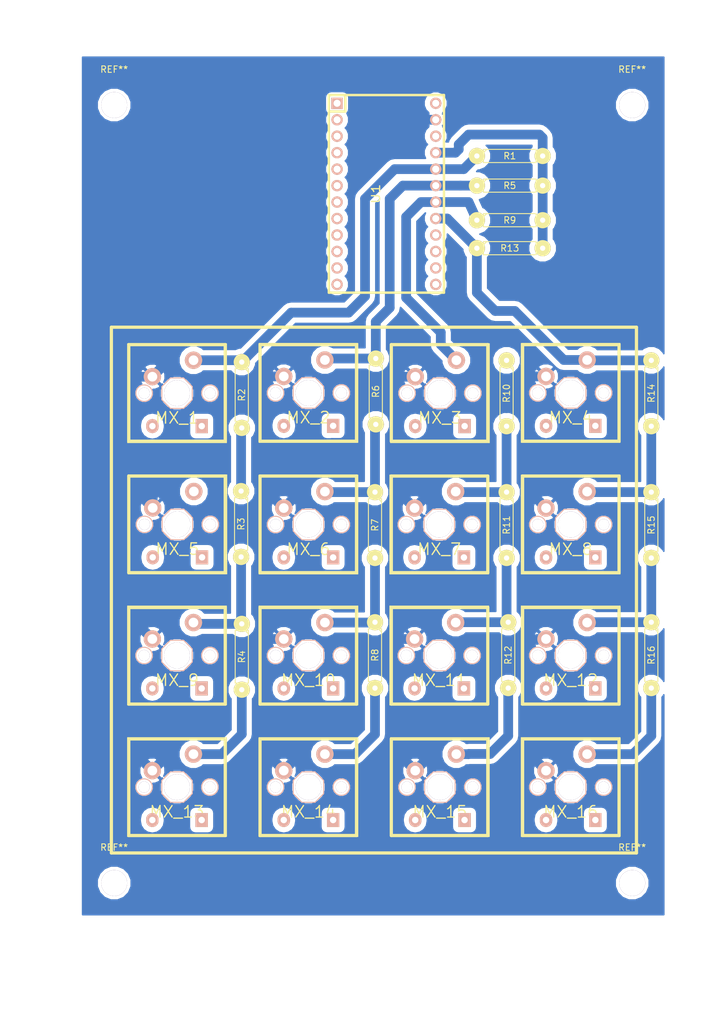
<source format=kicad_pcb>
(kicad_pcb (version 4) (host pcbnew 4.0.2+dfsg1-stable)

  (general
    (links 0)
    (no_connects 44)
    (area 16.910714 24.899999 113.089286 160.07448)
    (thickness 1.6)
    (drawings 8)
    (tracks 196)
    (zones 0)
    (modules 38)
    (nets 69)
  )

  (page A4)
  (layers
    (0 F.Cu signal)
    (31 B.Cu signal)
    (32 B.Adhes user)
    (33 F.Adhes user)
    (34 B.Paste user)
    (35 F.Paste user)
    (36 B.SilkS user)
    (37 F.SilkS user)
    (38 B.Mask user)
    (39 F.Mask user)
    (40 Dwgs.User user)
    (41 Cmts.User user)
    (42 Eco1.User user)
    (43 Eco2.User user)
    (44 Edge.Cuts user)
    (45 Margin user)
    (46 B.CrtYd user)
    (47 F.CrtYd user)
    (48 B.Fab user)
    (49 F.Fab user)
  )

  (setup
    (last_trace_width 0.25)
    (trace_clearance 0.2)
    (zone_clearance 0.508)
    (zone_45_only no)
    (trace_min 0.2)
    (segment_width 0.2)
    (edge_width 0.15)
    (via_size 0.6)
    (via_drill 0.4)
    (via_min_size 0.4)
    (via_min_drill 0.3)
    (uvia_size 0.3)
    (uvia_drill 0.1)
    (uvias_allowed no)
    (uvia_min_size 0.2)
    (uvia_min_drill 0.1)
    (pcb_text_width 0.3)
    (pcb_text_size 1.5 1.5)
    (mod_edge_width 0.15)
    (mod_text_size 1 1)
    (mod_text_width 0.15)
    (pad_size 1.524 1.524)
    (pad_drill 0.762)
    (pad_to_mask_clearance 0.2)
    (aux_axis_origin 0 0)
    (visible_elements FFFFFF7F)
    (pcbplotparams
      (layerselection 0x00000_80000000)
      (usegerberextensions false)
      (excludeedgelayer true)
      (linewidth 0.100000)
      (plotframeref false)
      (viasonmask false)
      (mode 1)
      (useauxorigin false)
      (hpglpennumber 1)
      (hpglpenspeed 20)
      (hpglpendiameter 15)
      (hpglpenoverlay 2)
      (psnegative false)
      (psa4output false)
      (plotreference false)
      (plotvalue false)
      (plotinvisibletext false)
      (padsonsilk false)
      (subtractmaskfromsilk false)
      (outputformat 4)
      (mirror false)
      (drillshape 2)
      (scaleselection 1)
      (outputdirectory /home/martin/Documentos/))
  )

  (net 0 "")
  (net 1 /ROW_0)
  (net 2 +3V3)
  (net 3 "Net-(R2-Pad2)")
  (net 4 "Net-(R3-Pad2)")
  (net 5 "Net-(R4-Pad2)")
  (net 6 /ROW_1)
  (net 7 "Net-(R6-Pad2)")
  (net 8 "Net-(R7-Pad2)")
  (net 9 "Net-(R8-Pad2)")
  (net 10 /ROW_2)
  (net 11 "Net-(R10-Pad2)")
  (net 12 "Net-(R11-Pad2)")
  (net 13 "Net-(R12-Pad2)")
  (net 14 /ROW_3)
  (net 15 "Net-(R14-Pad2)")
  (net 16 "Net-(R15-Pad2)")
  (net 17 "Net-(R16-Pad2)")
  (net 18 GND)
  (net 19 "Net-(U1-Pad1)")
  (net 20 "Net-(U1-Pad2)")
  (net 21 "Net-(U1-Pad3)")
  (net 22 "Net-(U1-Pad4)")
  (net 23 /ENCODER_L0)
  (net 24 /ENCODER_L1)
  (net 25 /L_SW)
  (net 26 "Net-(U1-Pad8)")
  (net 27 "Net-(U1-Pad9)")
  (net 28 /ENCODER_R0)
  (net 29 /ENCODER_R1)
  (net 30 "Net-(U1-Pad13)")
  (net 31 "Net-(U1-Pad14)")
  (net 32 "Net-(U1-Pad15)")
  (net 33 "Net-(U1-Pad16)")
  (net 34 "Net-(U1-Pad22)")
  (net 35 /R_SW)
  (net 36 "Net-(U1-Pad24)")
  (net 37 "Net-(SW1-Pad3)")
  (net 38 "Net-(SW1-Pad4)")
  (net 39 "Net-(SW2-Pad3)")
  (net 40 "Net-(SW2-Pad4)")
  (net 41 "Net-(SW3-Pad3)")
  (net 42 "Net-(SW3-Pad4)")
  (net 43 "Net-(SW4-Pad3)")
  (net 44 "Net-(SW4-Pad4)")
  (net 45 "Net-(SW5-Pad3)")
  (net 46 "Net-(SW5-Pad4)")
  (net 47 "Net-(SW6-Pad3)")
  (net 48 "Net-(SW6-Pad4)")
  (net 49 "Net-(SW7-Pad3)")
  (net 50 "Net-(SW7-Pad4)")
  (net 51 "Net-(SW8-Pad3)")
  (net 52 "Net-(SW8-Pad4)")
  (net 53 "Net-(SW9-Pad3)")
  (net 54 "Net-(SW9-Pad4)")
  (net 55 "Net-(SW10-Pad3)")
  (net 56 "Net-(SW10-Pad4)")
  (net 57 "Net-(SW11-Pad3)")
  (net 58 "Net-(SW11-Pad4)")
  (net 59 "Net-(SW12-Pad3)")
  (net 60 "Net-(SW12-Pad4)")
  (net 61 "Net-(SW13-Pad3)")
  (net 62 "Net-(SW13-Pad4)")
  (net 63 "Net-(SW14-Pad3)")
  (net 64 "Net-(SW14-Pad4)")
  (net 65 "Net-(SW15-Pad3)")
  (net 66 "Net-(SW15-Pad4)")
  (net 67 "Net-(SW16-Pad3)")
  (net 68 "Net-(SW16-Pad4)")

  (net_class Default "This is the default net class."
    (clearance 0.2)
    (trace_width 0.25)
    (via_dia 0.6)
    (via_drill 0.4)
    (uvia_dia 0.3)
    (uvia_drill 0.1)
  )

  (net_class signal ""
    (clearance 0.8)
    (trace_width 1.5)
    (via_dia 0.6)
    (via_drill 0.4)
    (uvia_dia 0.3)
    (uvia_drill 0.1)
    (add_net +3V3)
    (add_net /ENCODER_L0)
    (add_net /ENCODER_L1)
    (add_net /ENCODER_R0)
    (add_net /ENCODER_R1)
    (add_net /L_SW)
    (add_net /ROW_0)
    (add_net /ROW_1)
    (add_net /ROW_2)
    (add_net /ROW_3)
    (add_net /R_SW)
    (add_net GND)
    (add_net "Net-(R10-Pad2)")
    (add_net "Net-(R11-Pad2)")
    (add_net "Net-(R12-Pad2)")
    (add_net "Net-(R14-Pad2)")
    (add_net "Net-(R15-Pad2)")
    (add_net "Net-(R16-Pad2)")
    (add_net "Net-(R2-Pad2)")
    (add_net "Net-(R3-Pad2)")
    (add_net "Net-(R4-Pad2)")
    (add_net "Net-(R6-Pad2)")
    (add_net "Net-(R7-Pad2)")
    (add_net "Net-(R8-Pad2)")
    (add_net "Net-(SW1-Pad3)")
    (add_net "Net-(SW1-Pad4)")
    (add_net "Net-(SW10-Pad3)")
    (add_net "Net-(SW10-Pad4)")
    (add_net "Net-(SW11-Pad3)")
    (add_net "Net-(SW11-Pad4)")
    (add_net "Net-(SW12-Pad3)")
    (add_net "Net-(SW12-Pad4)")
    (add_net "Net-(SW13-Pad3)")
    (add_net "Net-(SW13-Pad4)")
    (add_net "Net-(SW14-Pad3)")
    (add_net "Net-(SW14-Pad4)")
    (add_net "Net-(SW15-Pad3)")
    (add_net "Net-(SW15-Pad4)")
    (add_net "Net-(SW16-Pad3)")
    (add_net "Net-(SW16-Pad4)")
    (add_net "Net-(SW2-Pad3)")
    (add_net "Net-(SW2-Pad4)")
    (add_net "Net-(SW3-Pad3)")
    (add_net "Net-(SW3-Pad4)")
    (add_net "Net-(SW4-Pad3)")
    (add_net "Net-(SW4-Pad4)")
    (add_net "Net-(SW5-Pad3)")
    (add_net "Net-(SW5-Pad4)")
    (add_net "Net-(SW6-Pad3)")
    (add_net "Net-(SW6-Pad4)")
    (add_net "Net-(SW7-Pad3)")
    (add_net "Net-(SW7-Pad4)")
    (add_net "Net-(SW8-Pad3)")
    (add_net "Net-(SW8-Pad4)")
    (add_net "Net-(SW9-Pad3)")
    (add_net "Net-(SW9-Pad4)")
    (add_net "Net-(U1-Pad1)")
    (add_net "Net-(U1-Pad13)")
    (add_net "Net-(U1-Pad14)")
    (add_net "Net-(U1-Pad15)")
    (add_net "Net-(U1-Pad16)")
    (add_net "Net-(U1-Pad2)")
    (add_net "Net-(U1-Pad22)")
    (add_net "Net-(U1-Pad24)")
    (add_net "Net-(U1-Pad3)")
    (add_net "Net-(U1-Pad4)")
    (add_net "Net-(U1-Pad8)")
    (add_net "Net-(U1-Pad9)")
  )

  (module Mounting_Holes:MountingHole_4mm (layer F.Cu) (tedit 0) (tstamp 5999FC00)
    (at 132.5 40)
    (descr "Mounting hole, Befestigungsbohrung, 4mm, No Annular, Kein Restring,")
    (tags "Mounting hole, Befestigungsbohrung, 4mm, No Annular, Kein Restring,")
    (fp_text reference REF** (at 0 -5.4991) (layer F.SilkS)
      (effects (font (size 1 1) (thickness 0.15)))
    )
    (fp_text value MountingHole_4mm (at 0 5.99948) (layer F.Fab)
      (effects (font (size 1 1) (thickness 0.15)))
    )
    (fp_circle (center 0 0) (end 4 0) (layer Cmts.User) (width 0.381))
    (pad 1 thru_hole circle (at 0 0) (size 4 4) (drill 4) (layers))
  )

  (module Mounting_Holes:MountingHole_4mm (layer F.Cu) (tedit 0) (tstamp 5999FBFC)
    (at 52.5 40)
    (descr "Mounting hole, Befestigungsbohrung, 4mm, No Annular, Kein Restring,")
    (tags "Mounting hole, Befestigungsbohrung, 4mm, No Annular, Kein Restring,")
    (fp_text reference REF** (at 0 -5.4991) (layer F.SilkS)
      (effects (font (size 1 1) (thickness 0.15)))
    )
    (fp_text value MountingHole_4mm (at 0 5.99948) (layer F.Fab)
      (effects (font (size 1 1) (thickness 0.15)))
    )
    (fp_circle (center 0 0) (end 4 0) (layer Cmts.User) (width 0.381))
    (pad 1 thru_hole circle (at 0 0) (size 4 4) (drill 4) (layers))
  )

  (module Mounting_Holes:MountingHole_4mm (layer F.Cu) (tedit 0) (tstamp 5999FBEA)
    (at 52.5 160)
    (descr "Mounting hole, Befestigungsbohrung, 4mm, No Annular, Kein Restring,")
    (tags "Mounting hole, Befestigungsbohrung, 4mm, No Annular, Kein Restring,")
    (fp_text reference REF** (at 0 -5.4991) (layer F.SilkS)
      (effects (font (size 1 1) (thickness 0.15)))
    )
    (fp_text value MountingHole_4mm (at 0 5.99948) (layer F.Fab)
      (effects (font (size 1 1) (thickness 0.15)))
    )
    (fp_circle (center 0 0) (end 4 0) (layer Cmts.User) (width 0.381))
    (pad 1 thru_hole circle (at 0 0) (size 4 4) (drill 4) (layers))
  )

  (module R:R4 (layer F.Cu) (tedit 598FA1BB) (tstamp 598FA682)
    (at 113.591 52.426)
    (descr "Resitance 4 pas")
    (tags R)
    (path /598FA58E)
    (fp_text reference R5 (at 0 0) (layer F.SilkS)
      (effects (font (size 1 1) (thickness 0.15)))
    )
    (fp_text value 10K (at 0 0) (layer F.Fab)
      (effects (font (size 1 1) (thickness 0.15)))
    )
    (fp_line (start -5.08 0) (end -4.064 0) (layer F.SilkS) (width 0.15))
    (fp_line (start -4.064 0) (end -4.064 -1.016) (layer F.SilkS) (width 0.15))
    (fp_line (start -4.064 -1.016) (end 4.064 -1.016) (layer F.SilkS) (width 0.15))
    (fp_line (start 4.064 -1.016) (end 4.064 1.016) (layer F.SilkS) (width 0.15))
    (fp_line (start 4.064 1.016) (end -4.064 1.016) (layer F.SilkS) (width 0.15))
    (fp_line (start -4.064 1.016) (end -4.064 0) (layer F.SilkS) (width 0.15))
    (fp_line (start -4.064 -0.508) (end -3.556 -1.016) (layer F.SilkS) (width 0.15))
    (fp_line (start 5.08 0) (end 4.064 0) (layer F.SilkS) (width 0.15))
    (pad 1 thru_hole circle (at -5.08 0) (size 2.5 2.5) (drill 0.8128) (layers *.Cu *.Mask F.SilkS)
      (net 6 /ROW_1))
    (pad 2 thru_hole circle (at 5.08 0) (size 2.5 2.5) (drill 0.8128) (layers *.Cu *.Mask F.SilkS)
      (net 2 +3V3))
    (model Discret.3dshapes/R4.wrl
      (at (xyz 0 0 0))
      (scale (xyz 0.4 0.4 0.4))
      (rotate (xyz 0 0 0))
    )
  )

  (module cherry:SW_PCB_4PIN (layer F.Cu) (tedit 4DA3EE93) (tstamp 598FA187)
    (at 62.21 84.44)
    (path /598F94E7)
    (fp_text reference SW1 (at -4.445 -5.715) (layer F.SilkS) hide
      (effects (font (size 1.778 1.778) (thickness 0.2032)))
    )
    (fp_text value MX_1 (at 0 3.81) (layer F.SilkS)
      (effects (font (size 1.778 1.778) (thickness 0.2032)))
    )
    (fp_line (start -7.62 -7.62) (end 7.62 -7.62) (layer F.SilkS) (width 0.1524))
    (fp_line (start 7.62 -7.62) (end 7.62 7.62) (layer F.SilkS) (width 0.1524))
    (fp_line (start 7.62 7.62) (end -7.62 7.62) (layer F.SilkS) (width 0.1524))
    (fp_line (start -7.62 7.62) (end -7.62 -7.62) (layer F.SilkS) (width 0.1524))
    (fp_circle (center 5.08 0) (end 6.35 0) (layer B.SilkS) (width 0.1524))
    (fp_circle (center -5.08 0) (end -3.81 0) (layer B.SilkS) (width 0.1524))
    (fp_line (start -2.3495 -1.016) (end -1.016 -2.3495) (layer B.SilkS) (width 0.1524))
    (fp_line (start -1.016 -2.3495) (end 1.016 -2.3495) (layer B.SilkS) (width 0.1524))
    (fp_line (start 1.016 -2.3495) (end 2.3495 -1.016) (layer B.SilkS) (width 0.1524))
    (fp_line (start 2.3495 -1.016) (end 2.3495 1.016) (layer B.SilkS) (width 0.1524))
    (fp_line (start 2.3495 1.016) (end 1.016 2.3495) (layer B.SilkS) (width 0.1524))
    (fp_line (start 1.016 2.3495) (end -1.016 2.3495) (layer B.SilkS) (width 0.1524))
    (fp_line (start -1.016 2.3495) (end -2.3495 1.016) (layer B.SilkS) (width 0.1524))
    (fp_line (start -2.3495 1.016) (end -2.3495 -1.016) (layer B.SilkS) (width 0.1524))
    (pad 1 thru_hole circle (at 2.54 -5.08) (size 2.667 2.667) (drill 1.4986) (layers *.Cu *.SilkS *.Mask)
      (net 1 /ROW_0))
    (pad 2 thru_hole circle (at -3.81 -2.54) (size 2.667 2.667) (drill 1.4986) (layers *.Cu *.SilkS *.Mask)
      (net 18 GND))
    (pad 3 thru_hole oval (at -3.81 5.08) (size 1.905 2.159) (drill 0.9906) (layers *.Cu *.SilkS *.Mask)
      (net 37 "Net-(SW1-Pad3)"))
    (pad 4 thru_hole rect (at 3.81 5.08) (size 1.905 2.159) (drill 0.9906) (layers *.Cu *.SilkS *.Mask)
      (net 38 "Net-(SW1-Pad4)"))
    (pad HOLE thru_hole circle (at 5.08 0) (size 1.7018 1.7018) (drill 1.7018) (layers *.Cu))
    (pad HOLE thru_hole circle (at -5.08 0) (size 1.7018 1.7018) (drill 1.7018) (layers *.Cu))
    (pad HOLE thru_hole circle (at 0 0) (size 3.9878 3.9878) (drill 3.9878) (layers *.Cu))
  )

  (module cherry:SW_PCB_4PIN (layer F.Cu) (tedit 4DA3EE93) (tstamp 598FA192)
    (at 62.26 104.68)
    (path /598F97E3)
    (fp_text reference SW2 (at -4.445 -5.715) (layer F.SilkS) hide
      (effects (font (size 1.778 1.778) (thickness 0.2032)))
    )
    (fp_text value MX_5 (at 0 3.81) (layer F.SilkS)
      (effects (font (size 1.778 1.778) (thickness 0.2032)))
    )
    (fp_line (start -7.62 -7.62) (end 7.62 -7.62) (layer F.SilkS) (width 0.1524))
    (fp_line (start 7.62 -7.62) (end 7.62 7.62) (layer F.SilkS) (width 0.1524))
    (fp_line (start 7.62 7.62) (end -7.62 7.62) (layer F.SilkS) (width 0.1524))
    (fp_line (start -7.62 7.62) (end -7.62 -7.62) (layer F.SilkS) (width 0.1524))
    (fp_circle (center 5.08 0) (end 6.35 0) (layer B.SilkS) (width 0.1524))
    (fp_circle (center -5.08 0) (end -3.81 0) (layer B.SilkS) (width 0.1524))
    (fp_line (start -2.3495 -1.016) (end -1.016 -2.3495) (layer B.SilkS) (width 0.1524))
    (fp_line (start -1.016 -2.3495) (end 1.016 -2.3495) (layer B.SilkS) (width 0.1524))
    (fp_line (start 1.016 -2.3495) (end 2.3495 -1.016) (layer B.SilkS) (width 0.1524))
    (fp_line (start 2.3495 -1.016) (end 2.3495 1.016) (layer B.SilkS) (width 0.1524))
    (fp_line (start 2.3495 1.016) (end 1.016 2.3495) (layer B.SilkS) (width 0.1524))
    (fp_line (start 1.016 2.3495) (end -1.016 2.3495) (layer B.SilkS) (width 0.1524))
    (fp_line (start -1.016 2.3495) (end -2.3495 1.016) (layer B.SilkS) (width 0.1524))
    (fp_line (start -2.3495 1.016) (end -2.3495 -1.016) (layer B.SilkS) (width 0.1524))
    (pad 1 thru_hole circle (at 2.54 -5.08) (size 2.667 2.667) (drill 1.4986) (layers *.Cu *.SilkS *.Mask)
      (net 3 "Net-(R2-Pad2)"))
    (pad 2 thru_hole circle (at -3.81 -2.54) (size 2.667 2.667) (drill 1.4986) (layers *.Cu *.SilkS *.Mask)
      (net 18 GND))
    (pad 3 thru_hole oval (at -3.81 5.08) (size 1.905 2.159) (drill 0.9906) (layers *.Cu *.SilkS *.Mask)
      (net 39 "Net-(SW2-Pad3)"))
    (pad 4 thru_hole rect (at 3.81 5.08) (size 1.905 2.159) (drill 0.9906) (layers *.Cu *.SilkS *.Mask)
      (net 40 "Net-(SW2-Pad4)"))
    (pad HOLE thru_hole circle (at 5.08 0) (size 1.7018 1.7018) (drill 1.7018) (layers *.Cu))
    (pad HOLE thru_hole circle (at -5.08 0) (size 1.7018 1.7018) (drill 1.7018) (layers *.Cu))
    (pad HOLE thru_hole circle (at 0 0) (size 3.9878 3.9878) (drill 3.9878) (layers *.Cu))
  )

  (module cherry:SW_PCB_4PIN (layer F.Cu) (tedit 4DA3EE93) (tstamp 598FA19D)
    (at 62.2 124.9)
    (path /598F9957)
    (fp_text reference SW3 (at -4.445 -5.715) (layer F.SilkS) hide
      (effects (font (size 1.778 1.778) (thickness 0.2032)))
    )
    (fp_text value MX_9 (at 0 3.81) (layer F.SilkS)
      (effects (font (size 1.778 1.778) (thickness 0.2032)))
    )
    (fp_line (start -7.62 -7.62) (end 7.62 -7.62) (layer F.SilkS) (width 0.1524))
    (fp_line (start 7.62 -7.62) (end 7.62 7.62) (layer F.SilkS) (width 0.1524))
    (fp_line (start 7.62 7.62) (end -7.62 7.62) (layer F.SilkS) (width 0.1524))
    (fp_line (start -7.62 7.62) (end -7.62 -7.62) (layer F.SilkS) (width 0.1524))
    (fp_circle (center 5.08 0) (end 6.35 0) (layer B.SilkS) (width 0.1524))
    (fp_circle (center -5.08 0) (end -3.81 0) (layer B.SilkS) (width 0.1524))
    (fp_line (start -2.3495 -1.016) (end -1.016 -2.3495) (layer B.SilkS) (width 0.1524))
    (fp_line (start -1.016 -2.3495) (end 1.016 -2.3495) (layer B.SilkS) (width 0.1524))
    (fp_line (start 1.016 -2.3495) (end 2.3495 -1.016) (layer B.SilkS) (width 0.1524))
    (fp_line (start 2.3495 -1.016) (end 2.3495 1.016) (layer B.SilkS) (width 0.1524))
    (fp_line (start 2.3495 1.016) (end 1.016 2.3495) (layer B.SilkS) (width 0.1524))
    (fp_line (start 1.016 2.3495) (end -1.016 2.3495) (layer B.SilkS) (width 0.1524))
    (fp_line (start -1.016 2.3495) (end -2.3495 1.016) (layer B.SilkS) (width 0.1524))
    (fp_line (start -2.3495 1.016) (end -2.3495 -1.016) (layer B.SilkS) (width 0.1524))
    (pad 1 thru_hole circle (at 2.54 -5.08) (size 2.667 2.667) (drill 1.4986) (layers *.Cu *.SilkS *.Mask)
      (net 4 "Net-(R3-Pad2)"))
    (pad 2 thru_hole circle (at -3.81 -2.54) (size 2.667 2.667) (drill 1.4986) (layers *.Cu *.SilkS *.Mask)
      (net 18 GND))
    (pad 3 thru_hole oval (at -3.81 5.08) (size 1.905 2.159) (drill 0.9906) (layers *.Cu *.SilkS *.Mask)
      (net 41 "Net-(SW3-Pad3)"))
    (pad 4 thru_hole rect (at 3.81 5.08) (size 1.905 2.159) (drill 0.9906) (layers *.Cu *.SilkS *.Mask)
      (net 42 "Net-(SW3-Pad4)"))
    (pad HOLE thru_hole circle (at 5.08 0) (size 1.7018 1.7018) (drill 1.7018) (layers *.Cu))
    (pad HOLE thru_hole circle (at -5.08 0) (size 1.7018 1.7018) (drill 1.7018) (layers *.Cu))
    (pad HOLE thru_hole circle (at 0 0) (size 3.9878 3.9878) (drill 3.9878) (layers *.Cu))
  )

  (module cherry:SW_PCB_4PIN (layer F.Cu) (tedit 4DA3EE93) (tstamp 598FA1A8)
    (at 62.2 145.2)
    (path /598F9963)
    (fp_text reference SW4 (at -4.445 -5.715) (layer F.SilkS) hide
      (effects (font (size 1.778 1.778) (thickness 0.2032)))
    )
    (fp_text value MX_13 (at 0 3.81) (layer F.SilkS)
      (effects (font (size 1.778 1.778) (thickness 0.2032)))
    )
    (fp_line (start -7.62 -7.62) (end 7.62 -7.62) (layer F.SilkS) (width 0.1524))
    (fp_line (start 7.62 -7.62) (end 7.62 7.62) (layer F.SilkS) (width 0.1524))
    (fp_line (start 7.62 7.62) (end -7.62 7.62) (layer F.SilkS) (width 0.1524))
    (fp_line (start -7.62 7.62) (end -7.62 -7.62) (layer F.SilkS) (width 0.1524))
    (fp_circle (center 5.08 0) (end 6.35 0) (layer B.SilkS) (width 0.1524))
    (fp_circle (center -5.08 0) (end -3.81 0) (layer B.SilkS) (width 0.1524))
    (fp_line (start -2.3495 -1.016) (end -1.016 -2.3495) (layer B.SilkS) (width 0.1524))
    (fp_line (start -1.016 -2.3495) (end 1.016 -2.3495) (layer B.SilkS) (width 0.1524))
    (fp_line (start 1.016 -2.3495) (end 2.3495 -1.016) (layer B.SilkS) (width 0.1524))
    (fp_line (start 2.3495 -1.016) (end 2.3495 1.016) (layer B.SilkS) (width 0.1524))
    (fp_line (start 2.3495 1.016) (end 1.016 2.3495) (layer B.SilkS) (width 0.1524))
    (fp_line (start 1.016 2.3495) (end -1.016 2.3495) (layer B.SilkS) (width 0.1524))
    (fp_line (start -1.016 2.3495) (end -2.3495 1.016) (layer B.SilkS) (width 0.1524))
    (fp_line (start -2.3495 1.016) (end -2.3495 -1.016) (layer B.SilkS) (width 0.1524))
    (pad 1 thru_hole circle (at 2.54 -5.08) (size 2.667 2.667) (drill 1.4986) (layers *.Cu *.SilkS *.Mask)
      (net 5 "Net-(R4-Pad2)"))
    (pad 2 thru_hole circle (at -3.81 -2.54) (size 2.667 2.667) (drill 1.4986) (layers *.Cu *.SilkS *.Mask)
      (net 18 GND))
    (pad 3 thru_hole oval (at -3.81 5.08) (size 1.905 2.159) (drill 0.9906) (layers *.Cu *.SilkS *.Mask)
      (net 43 "Net-(SW4-Pad3)"))
    (pad 4 thru_hole rect (at 3.81 5.08) (size 1.905 2.159) (drill 0.9906) (layers *.Cu *.SilkS *.Mask)
      (net 44 "Net-(SW4-Pad4)"))
    (pad HOLE thru_hole circle (at 5.08 0) (size 1.7018 1.7018) (drill 1.7018) (layers *.Cu))
    (pad HOLE thru_hole circle (at -5.08 0) (size 1.7018 1.7018) (drill 1.7018) (layers *.Cu))
    (pad HOLE thru_hole circle (at 0 0) (size 3.9878 3.9878) (drill 3.9878) (layers *.Cu))
  )

  (module cherry:SW_PCB_4PIN (layer F.Cu) (tedit 4DA3EE93) (tstamp 598FA1B3)
    (at 82.5 84.4)
    (path /598FA551)
    (fp_text reference SW5 (at -4.445 -5.715) (layer F.SilkS) hide
      (effects (font (size 1.778 1.778) (thickness 0.2032)))
    )
    (fp_text value MX_2 (at 0 3.81) (layer F.SilkS)
      (effects (font (size 1.778 1.778) (thickness 0.2032)))
    )
    (fp_line (start -7.62 -7.62) (end 7.62 -7.62) (layer F.SilkS) (width 0.1524))
    (fp_line (start 7.62 -7.62) (end 7.62 7.62) (layer F.SilkS) (width 0.1524))
    (fp_line (start 7.62 7.62) (end -7.62 7.62) (layer F.SilkS) (width 0.1524))
    (fp_line (start -7.62 7.62) (end -7.62 -7.62) (layer F.SilkS) (width 0.1524))
    (fp_circle (center 5.08 0) (end 6.35 0) (layer B.SilkS) (width 0.1524))
    (fp_circle (center -5.08 0) (end -3.81 0) (layer B.SilkS) (width 0.1524))
    (fp_line (start -2.3495 -1.016) (end -1.016 -2.3495) (layer B.SilkS) (width 0.1524))
    (fp_line (start -1.016 -2.3495) (end 1.016 -2.3495) (layer B.SilkS) (width 0.1524))
    (fp_line (start 1.016 -2.3495) (end 2.3495 -1.016) (layer B.SilkS) (width 0.1524))
    (fp_line (start 2.3495 -1.016) (end 2.3495 1.016) (layer B.SilkS) (width 0.1524))
    (fp_line (start 2.3495 1.016) (end 1.016 2.3495) (layer B.SilkS) (width 0.1524))
    (fp_line (start 1.016 2.3495) (end -1.016 2.3495) (layer B.SilkS) (width 0.1524))
    (fp_line (start -1.016 2.3495) (end -2.3495 1.016) (layer B.SilkS) (width 0.1524))
    (fp_line (start -2.3495 1.016) (end -2.3495 -1.016) (layer B.SilkS) (width 0.1524))
    (pad 1 thru_hole circle (at 2.54 -5.08) (size 2.667 2.667) (drill 1.4986) (layers *.Cu *.SilkS *.Mask)
      (net 6 /ROW_1))
    (pad 2 thru_hole circle (at -3.81 -2.54) (size 2.667 2.667) (drill 1.4986) (layers *.Cu *.SilkS *.Mask)
      (net 18 GND))
    (pad 3 thru_hole oval (at -3.81 5.08) (size 1.905 2.159) (drill 0.9906) (layers *.Cu *.SilkS *.Mask)
      (net 45 "Net-(SW5-Pad3)"))
    (pad 4 thru_hole rect (at 3.81 5.08) (size 1.905 2.159) (drill 0.9906) (layers *.Cu *.SilkS *.Mask)
      (net 46 "Net-(SW5-Pad4)"))
    (pad HOLE thru_hole circle (at 5.08 0) (size 1.7018 1.7018) (drill 1.7018) (layers *.Cu))
    (pad HOLE thru_hole circle (at -5.08 0) (size 1.7018 1.7018) (drill 1.7018) (layers *.Cu))
    (pad HOLE thru_hole circle (at 0 0) (size 3.9878 3.9878) (drill 3.9878) (layers *.Cu))
  )

  (module cherry:SW_PCB_4PIN (layer F.Cu) (tedit 4DA3EE93) (tstamp 598FA1BE)
    (at 82.5 104.7)
    (path /598FA55D)
    (fp_text reference SW6 (at -4.445 -5.715) (layer F.SilkS) hide
      (effects (font (size 1.778 1.778) (thickness 0.2032)))
    )
    (fp_text value MX_6 (at 0 3.81) (layer F.SilkS)
      (effects (font (size 1.778 1.778) (thickness 0.2032)))
    )
    (fp_line (start -7.62 -7.62) (end 7.62 -7.62) (layer F.SilkS) (width 0.1524))
    (fp_line (start 7.62 -7.62) (end 7.62 7.62) (layer F.SilkS) (width 0.1524))
    (fp_line (start 7.62 7.62) (end -7.62 7.62) (layer F.SilkS) (width 0.1524))
    (fp_line (start -7.62 7.62) (end -7.62 -7.62) (layer F.SilkS) (width 0.1524))
    (fp_circle (center 5.08 0) (end 6.35 0) (layer B.SilkS) (width 0.1524))
    (fp_circle (center -5.08 0) (end -3.81 0) (layer B.SilkS) (width 0.1524))
    (fp_line (start -2.3495 -1.016) (end -1.016 -2.3495) (layer B.SilkS) (width 0.1524))
    (fp_line (start -1.016 -2.3495) (end 1.016 -2.3495) (layer B.SilkS) (width 0.1524))
    (fp_line (start 1.016 -2.3495) (end 2.3495 -1.016) (layer B.SilkS) (width 0.1524))
    (fp_line (start 2.3495 -1.016) (end 2.3495 1.016) (layer B.SilkS) (width 0.1524))
    (fp_line (start 2.3495 1.016) (end 1.016 2.3495) (layer B.SilkS) (width 0.1524))
    (fp_line (start 1.016 2.3495) (end -1.016 2.3495) (layer B.SilkS) (width 0.1524))
    (fp_line (start -1.016 2.3495) (end -2.3495 1.016) (layer B.SilkS) (width 0.1524))
    (fp_line (start -2.3495 1.016) (end -2.3495 -1.016) (layer B.SilkS) (width 0.1524))
    (pad 1 thru_hole circle (at 2.54 -5.08) (size 2.667 2.667) (drill 1.4986) (layers *.Cu *.SilkS *.Mask)
      (net 7 "Net-(R6-Pad2)"))
    (pad 2 thru_hole circle (at -3.81 -2.54) (size 2.667 2.667) (drill 1.4986) (layers *.Cu *.SilkS *.Mask)
      (net 18 GND))
    (pad 3 thru_hole oval (at -3.81 5.08) (size 1.905 2.159) (drill 0.9906) (layers *.Cu *.SilkS *.Mask)
      (net 47 "Net-(SW6-Pad3)"))
    (pad 4 thru_hole rect (at 3.81 5.08) (size 1.905 2.159) (drill 0.9906) (layers *.Cu *.SilkS *.Mask)
      (net 48 "Net-(SW6-Pad4)"))
    (pad HOLE thru_hole circle (at 5.08 0) (size 1.7018 1.7018) (drill 1.7018) (layers *.Cu))
    (pad HOLE thru_hole circle (at -5.08 0) (size 1.7018 1.7018) (drill 1.7018) (layers *.Cu))
    (pad HOLE thru_hole circle (at 0 0) (size 3.9878 3.9878) (drill 3.9878) (layers *.Cu))
  )

  (module cherry:SW_PCB_4PIN (layer F.Cu) (tedit 4DA3EE93) (tstamp 598FA1C9)
    (at 82.5 124.9)
    (path /598FA569)
    (fp_text reference SW7 (at -4.445 -5.715) (layer F.SilkS) hide
      (effects (font (size 1.778 1.778) (thickness 0.2032)))
    )
    (fp_text value MX_10 (at 0 3.81) (layer F.SilkS)
      (effects (font (size 1.778 1.778) (thickness 0.2032)))
    )
    (fp_line (start -7.62 -7.62) (end 7.62 -7.62) (layer F.SilkS) (width 0.1524))
    (fp_line (start 7.62 -7.62) (end 7.62 7.62) (layer F.SilkS) (width 0.1524))
    (fp_line (start 7.62 7.62) (end -7.62 7.62) (layer F.SilkS) (width 0.1524))
    (fp_line (start -7.62 7.62) (end -7.62 -7.62) (layer F.SilkS) (width 0.1524))
    (fp_circle (center 5.08 0) (end 6.35 0) (layer B.SilkS) (width 0.1524))
    (fp_circle (center -5.08 0) (end -3.81 0) (layer B.SilkS) (width 0.1524))
    (fp_line (start -2.3495 -1.016) (end -1.016 -2.3495) (layer B.SilkS) (width 0.1524))
    (fp_line (start -1.016 -2.3495) (end 1.016 -2.3495) (layer B.SilkS) (width 0.1524))
    (fp_line (start 1.016 -2.3495) (end 2.3495 -1.016) (layer B.SilkS) (width 0.1524))
    (fp_line (start 2.3495 -1.016) (end 2.3495 1.016) (layer B.SilkS) (width 0.1524))
    (fp_line (start 2.3495 1.016) (end 1.016 2.3495) (layer B.SilkS) (width 0.1524))
    (fp_line (start 1.016 2.3495) (end -1.016 2.3495) (layer B.SilkS) (width 0.1524))
    (fp_line (start -1.016 2.3495) (end -2.3495 1.016) (layer B.SilkS) (width 0.1524))
    (fp_line (start -2.3495 1.016) (end -2.3495 -1.016) (layer B.SilkS) (width 0.1524))
    (pad 1 thru_hole circle (at 2.54 -5.08) (size 2.667 2.667) (drill 1.4986) (layers *.Cu *.SilkS *.Mask)
      (net 8 "Net-(R7-Pad2)"))
    (pad 2 thru_hole circle (at -3.81 -2.54) (size 2.667 2.667) (drill 1.4986) (layers *.Cu *.SilkS *.Mask)
      (net 18 GND))
    (pad 3 thru_hole oval (at -3.81 5.08) (size 1.905 2.159) (drill 0.9906) (layers *.Cu *.SilkS *.Mask)
      (net 49 "Net-(SW7-Pad3)"))
    (pad 4 thru_hole rect (at 3.81 5.08) (size 1.905 2.159) (drill 0.9906) (layers *.Cu *.SilkS *.Mask)
      (net 50 "Net-(SW7-Pad4)"))
    (pad HOLE thru_hole circle (at 5.08 0) (size 1.7018 1.7018) (drill 1.7018) (layers *.Cu))
    (pad HOLE thru_hole circle (at -5.08 0) (size 1.7018 1.7018) (drill 1.7018) (layers *.Cu))
    (pad HOLE thru_hole circle (at 0 0) (size 3.9878 3.9878) (drill 3.9878) (layers *.Cu))
  )

  (module cherry:SW_PCB_4PIN (layer F.Cu) (tedit 4DA3EE93) (tstamp 598FA1D4)
    (at 82.5 145.2)
    (path /598FA56F)
    (fp_text reference SW8 (at -4.445 -5.715) (layer F.SilkS) hide
      (effects (font (size 1.778 1.778) (thickness 0.2032)))
    )
    (fp_text value MX_14 (at 0 3.81) (layer F.SilkS)
      (effects (font (size 1.778 1.778) (thickness 0.2032)))
    )
    (fp_line (start -7.62 -7.62) (end 7.62 -7.62) (layer F.SilkS) (width 0.1524))
    (fp_line (start 7.62 -7.62) (end 7.62 7.62) (layer F.SilkS) (width 0.1524))
    (fp_line (start 7.62 7.62) (end -7.62 7.62) (layer F.SilkS) (width 0.1524))
    (fp_line (start -7.62 7.62) (end -7.62 -7.62) (layer F.SilkS) (width 0.1524))
    (fp_circle (center 5.08 0) (end 6.35 0) (layer B.SilkS) (width 0.1524))
    (fp_circle (center -5.08 0) (end -3.81 0) (layer B.SilkS) (width 0.1524))
    (fp_line (start -2.3495 -1.016) (end -1.016 -2.3495) (layer B.SilkS) (width 0.1524))
    (fp_line (start -1.016 -2.3495) (end 1.016 -2.3495) (layer B.SilkS) (width 0.1524))
    (fp_line (start 1.016 -2.3495) (end 2.3495 -1.016) (layer B.SilkS) (width 0.1524))
    (fp_line (start 2.3495 -1.016) (end 2.3495 1.016) (layer B.SilkS) (width 0.1524))
    (fp_line (start 2.3495 1.016) (end 1.016 2.3495) (layer B.SilkS) (width 0.1524))
    (fp_line (start 1.016 2.3495) (end -1.016 2.3495) (layer B.SilkS) (width 0.1524))
    (fp_line (start -1.016 2.3495) (end -2.3495 1.016) (layer B.SilkS) (width 0.1524))
    (fp_line (start -2.3495 1.016) (end -2.3495 -1.016) (layer B.SilkS) (width 0.1524))
    (pad 1 thru_hole circle (at 2.54 -5.08) (size 2.667 2.667) (drill 1.4986) (layers *.Cu *.SilkS *.Mask)
      (net 9 "Net-(R8-Pad2)"))
    (pad 2 thru_hole circle (at -3.81 -2.54) (size 2.667 2.667) (drill 1.4986) (layers *.Cu *.SilkS *.Mask)
      (net 18 GND))
    (pad 3 thru_hole oval (at -3.81 5.08) (size 1.905 2.159) (drill 0.9906) (layers *.Cu *.SilkS *.Mask)
      (net 51 "Net-(SW8-Pad3)"))
    (pad 4 thru_hole rect (at 3.81 5.08) (size 1.905 2.159) (drill 0.9906) (layers *.Cu *.SilkS *.Mask)
      (net 52 "Net-(SW8-Pad4)"))
    (pad HOLE thru_hole circle (at 5.08 0) (size 1.7018 1.7018) (drill 1.7018) (layers *.Cu))
    (pad HOLE thru_hole circle (at -5.08 0) (size 1.7018 1.7018) (drill 1.7018) (layers *.Cu))
    (pad HOLE thru_hole circle (at 0 0) (size 3.9878 3.9878) (drill 3.9878) (layers *.Cu))
  )

  (module cherry:SW_PCB_4PIN (layer F.Cu) (tedit 4DA3EE93) (tstamp 598FA1DF)
    (at 102.81 84.44)
    (path /598FB0B6)
    (fp_text reference SW9 (at -4.445 -5.715) (layer F.SilkS) hide
      (effects (font (size 1.778 1.778) (thickness 0.2032)))
    )
    (fp_text value MX_3 (at 0 3.81) (layer F.SilkS)
      (effects (font (size 1.778 1.778) (thickness 0.2032)))
    )
    (fp_line (start -7.62 -7.62) (end 7.62 -7.62) (layer F.SilkS) (width 0.1524))
    (fp_line (start 7.62 -7.62) (end 7.62 7.62) (layer F.SilkS) (width 0.1524))
    (fp_line (start 7.62 7.62) (end -7.62 7.62) (layer F.SilkS) (width 0.1524))
    (fp_line (start -7.62 7.62) (end -7.62 -7.62) (layer F.SilkS) (width 0.1524))
    (fp_circle (center 5.08 0) (end 6.35 0) (layer B.SilkS) (width 0.1524))
    (fp_circle (center -5.08 0) (end -3.81 0) (layer B.SilkS) (width 0.1524))
    (fp_line (start -2.3495 -1.016) (end -1.016 -2.3495) (layer B.SilkS) (width 0.1524))
    (fp_line (start -1.016 -2.3495) (end 1.016 -2.3495) (layer B.SilkS) (width 0.1524))
    (fp_line (start 1.016 -2.3495) (end 2.3495 -1.016) (layer B.SilkS) (width 0.1524))
    (fp_line (start 2.3495 -1.016) (end 2.3495 1.016) (layer B.SilkS) (width 0.1524))
    (fp_line (start 2.3495 1.016) (end 1.016 2.3495) (layer B.SilkS) (width 0.1524))
    (fp_line (start 1.016 2.3495) (end -1.016 2.3495) (layer B.SilkS) (width 0.1524))
    (fp_line (start -1.016 2.3495) (end -2.3495 1.016) (layer B.SilkS) (width 0.1524))
    (fp_line (start -2.3495 1.016) (end -2.3495 -1.016) (layer B.SilkS) (width 0.1524))
    (pad 1 thru_hole circle (at 2.54 -5.08) (size 2.667 2.667) (drill 1.4986) (layers *.Cu *.SilkS *.Mask)
      (net 10 /ROW_2))
    (pad 2 thru_hole circle (at -3.81 -2.54) (size 2.667 2.667) (drill 1.4986) (layers *.Cu *.SilkS *.Mask)
      (net 18 GND))
    (pad 3 thru_hole oval (at -3.81 5.08) (size 1.905 2.159) (drill 0.9906) (layers *.Cu *.SilkS *.Mask)
      (net 53 "Net-(SW9-Pad3)"))
    (pad 4 thru_hole rect (at 3.81 5.08) (size 1.905 2.159) (drill 0.9906) (layers *.Cu *.SilkS *.Mask)
      (net 54 "Net-(SW9-Pad4)"))
    (pad HOLE thru_hole circle (at 5.08 0) (size 1.7018 1.7018) (drill 1.7018) (layers *.Cu))
    (pad HOLE thru_hole circle (at -5.08 0) (size 1.7018 1.7018) (drill 1.7018) (layers *.Cu))
    (pad HOLE thru_hole circle (at 0 0) (size 3.9878 3.9878) (drill 3.9878) (layers *.Cu))
  )

  (module cherry:SW_PCB_4PIN (layer F.Cu) (tedit 4DA3EE93) (tstamp 598FA1EA)
    (at 102.7 104.7)
    (path /598FB0C2)
    (fp_text reference SW10 (at -4.445 -5.715) (layer F.SilkS) hide
      (effects (font (size 1.778 1.778) (thickness 0.2032)))
    )
    (fp_text value MX_7 (at 0 3.81) (layer F.SilkS)
      (effects (font (size 1.778 1.778) (thickness 0.2032)))
    )
    (fp_line (start -7.62 -7.62) (end 7.62 -7.62) (layer F.SilkS) (width 0.1524))
    (fp_line (start 7.62 -7.62) (end 7.62 7.62) (layer F.SilkS) (width 0.1524))
    (fp_line (start 7.62 7.62) (end -7.62 7.62) (layer F.SilkS) (width 0.1524))
    (fp_line (start -7.62 7.62) (end -7.62 -7.62) (layer F.SilkS) (width 0.1524))
    (fp_circle (center 5.08 0) (end 6.35 0) (layer B.SilkS) (width 0.1524))
    (fp_circle (center -5.08 0) (end -3.81 0) (layer B.SilkS) (width 0.1524))
    (fp_line (start -2.3495 -1.016) (end -1.016 -2.3495) (layer B.SilkS) (width 0.1524))
    (fp_line (start -1.016 -2.3495) (end 1.016 -2.3495) (layer B.SilkS) (width 0.1524))
    (fp_line (start 1.016 -2.3495) (end 2.3495 -1.016) (layer B.SilkS) (width 0.1524))
    (fp_line (start 2.3495 -1.016) (end 2.3495 1.016) (layer B.SilkS) (width 0.1524))
    (fp_line (start 2.3495 1.016) (end 1.016 2.3495) (layer B.SilkS) (width 0.1524))
    (fp_line (start 1.016 2.3495) (end -1.016 2.3495) (layer B.SilkS) (width 0.1524))
    (fp_line (start -1.016 2.3495) (end -2.3495 1.016) (layer B.SilkS) (width 0.1524))
    (fp_line (start -2.3495 1.016) (end -2.3495 -1.016) (layer B.SilkS) (width 0.1524))
    (pad 1 thru_hole circle (at 2.54 -5.08) (size 2.667 2.667) (drill 1.4986) (layers *.Cu *.SilkS *.Mask)
      (net 11 "Net-(R10-Pad2)"))
    (pad 2 thru_hole circle (at -3.81 -2.54) (size 2.667 2.667) (drill 1.4986) (layers *.Cu *.SilkS *.Mask)
      (net 18 GND))
    (pad 3 thru_hole oval (at -3.81 5.08) (size 1.905 2.159) (drill 0.9906) (layers *.Cu *.SilkS *.Mask)
      (net 55 "Net-(SW10-Pad3)"))
    (pad 4 thru_hole rect (at 3.81 5.08) (size 1.905 2.159) (drill 0.9906) (layers *.Cu *.SilkS *.Mask)
      (net 56 "Net-(SW10-Pad4)"))
    (pad HOLE thru_hole circle (at 5.08 0) (size 1.7018 1.7018) (drill 1.7018) (layers *.Cu))
    (pad HOLE thru_hole circle (at -5.08 0) (size 1.7018 1.7018) (drill 1.7018) (layers *.Cu))
    (pad HOLE thru_hole circle (at 0 0) (size 3.9878 3.9878) (drill 3.9878) (layers *.Cu))
  )

  (module cherry:SW_PCB_4PIN (layer F.Cu) (tedit 4DA3EE93) (tstamp 598FA1F5)
    (at 102.7 124.9)
    (path /598FB0CE)
    (fp_text reference SW11 (at -4.445 -5.715) (layer F.SilkS) hide
      (effects (font (size 1.778 1.778) (thickness 0.2032)))
    )
    (fp_text value MX_11 (at 0 3.81) (layer F.SilkS)
      (effects (font (size 1.778 1.778) (thickness 0.2032)))
    )
    (fp_line (start -7.62 -7.62) (end 7.62 -7.62) (layer F.SilkS) (width 0.1524))
    (fp_line (start 7.62 -7.62) (end 7.62 7.62) (layer F.SilkS) (width 0.1524))
    (fp_line (start 7.62 7.62) (end -7.62 7.62) (layer F.SilkS) (width 0.1524))
    (fp_line (start -7.62 7.62) (end -7.62 -7.62) (layer F.SilkS) (width 0.1524))
    (fp_circle (center 5.08 0) (end 6.35 0) (layer B.SilkS) (width 0.1524))
    (fp_circle (center -5.08 0) (end -3.81 0) (layer B.SilkS) (width 0.1524))
    (fp_line (start -2.3495 -1.016) (end -1.016 -2.3495) (layer B.SilkS) (width 0.1524))
    (fp_line (start -1.016 -2.3495) (end 1.016 -2.3495) (layer B.SilkS) (width 0.1524))
    (fp_line (start 1.016 -2.3495) (end 2.3495 -1.016) (layer B.SilkS) (width 0.1524))
    (fp_line (start 2.3495 -1.016) (end 2.3495 1.016) (layer B.SilkS) (width 0.1524))
    (fp_line (start 2.3495 1.016) (end 1.016 2.3495) (layer B.SilkS) (width 0.1524))
    (fp_line (start 1.016 2.3495) (end -1.016 2.3495) (layer B.SilkS) (width 0.1524))
    (fp_line (start -1.016 2.3495) (end -2.3495 1.016) (layer B.SilkS) (width 0.1524))
    (fp_line (start -2.3495 1.016) (end -2.3495 -1.016) (layer B.SilkS) (width 0.1524))
    (pad 1 thru_hole circle (at 2.54 -5.08) (size 2.667 2.667) (drill 1.4986) (layers *.Cu *.SilkS *.Mask)
      (net 12 "Net-(R11-Pad2)"))
    (pad 2 thru_hole circle (at -3.81 -2.54) (size 2.667 2.667) (drill 1.4986) (layers *.Cu *.SilkS *.Mask)
      (net 18 GND))
    (pad 3 thru_hole oval (at -3.81 5.08) (size 1.905 2.159) (drill 0.9906) (layers *.Cu *.SilkS *.Mask)
      (net 57 "Net-(SW11-Pad3)"))
    (pad 4 thru_hole rect (at 3.81 5.08) (size 1.905 2.159) (drill 0.9906) (layers *.Cu *.SilkS *.Mask)
      (net 58 "Net-(SW11-Pad4)"))
    (pad HOLE thru_hole circle (at 5.08 0) (size 1.7018 1.7018) (drill 1.7018) (layers *.Cu))
    (pad HOLE thru_hole circle (at -5.08 0) (size 1.7018 1.7018) (drill 1.7018) (layers *.Cu))
    (pad HOLE thru_hole circle (at 0 0) (size 3.9878 3.9878) (drill 3.9878) (layers *.Cu))
  )

  (module cherry:SW_PCB_4PIN (layer F.Cu) (tedit 4DA3EE93) (tstamp 598FA200)
    (at 102.8 145.2)
    (path /598FB0D4)
    (fp_text reference SW12 (at -4.445 -5.715) (layer F.SilkS) hide
      (effects (font (size 1.778 1.778) (thickness 0.2032)))
    )
    (fp_text value MX_15 (at 0 3.81) (layer F.SilkS)
      (effects (font (size 1.778 1.778) (thickness 0.2032)))
    )
    (fp_line (start -7.62 -7.62) (end 7.62 -7.62) (layer F.SilkS) (width 0.1524))
    (fp_line (start 7.62 -7.62) (end 7.62 7.62) (layer F.SilkS) (width 0.1524))
    (fp_line (start 7.62 7.62) (end -7.62 7.62) (layer F.SilkS) (width 0.1524))
    (fp_line (start -7.62 7.62) (end -7.62 -7.62) (layer F.SilkS) (width 0.1524))
    (fp_circle (center 5.08 0) (end 6.35 0) (layer B.SilkS) (width 0.1524))
    (fp_circle (center -5.08 0) (end -3.81 0) (layer B.SilkS) (width 0.1524))
    (fp_line (start -2.3495 -1.016) (end -1.016 -2.3495) (layer B.SilkS) (width 0.1524))
    (fp_line (start -1.016 -2.3495) (end 1.016 -2.3495) (layer B.SilkS) (width 0.1524))
    (fp_line (start 1.016 -2.3495) (end 2.3495 -1.016) (layer B.SilkS) (width 0.1524))
    (fp_line (start 2.3495 -1.016) (end 2.3495 1.016) (layer B.SilkS) (width 0.1524))
    (fp_line (start 2.3495 1.016) (end 1.016 2.3495) (layer B.SilkS) (width 0.1524))
    (fp_line (start 1.016 2.3495) (end -1.016 2.3495) (layer B.SilkS) (width 0.1524))
    (fp_line (start -1.016 2.3495) (end -2.3495 1.016) (layer B.SilkS) (width 0.1524))
    (fp_line (start -2.3495 1.016) (end -2.3495 -1.016) (layer B.SilkS) (width 0.1524))
    (pad 1 thru_hole circle (at 2.54 -5.08) (size 2.667 2.667) (drill 1.4986) (layers *.Cu *.SilkS *.Mask)
      (net 13 "Net-(R12-Pad2)"))
    (pad 2 thru_hole circle (at -3.81 -2.54) (size 2.667 2.667) (drill 1.4986) (layers *.Cu *.SilkS *.Mask)
      (net 18 GND))
    (pad 3 thru_hole oval (at -3.81 5.08) (size 1.905 2.159) (drill 0.9906) (layers *.Cu *.SilkS *.Mask)
      (net 59 "Net-(SW12-Pad3)"))
    (pad 4 thru_hole rect (at 3.81 5.08) (size 1.905 2.159) (drill 0.9906) (layers *.Cu *.SilkS *.Mask)
      (net 60 "Net-(SW12-Pad4)"))
    (pad HOLE thru_hole circle (at 5.08 0) (size 1.7018 1.7018) (drill 1.7018) (layers *.Cu))
    (pad HOLE thru_hole circle (at -5.08 0) (size 1.7018 1.7018) (drill 1.7018) (layers *.Cu))
    (pad HOLE thru_hole circle (at 0 0) (size 3.9878 3.9878) (drill 3.9878) (layers *.Cu))
  )

  (module cherry:SW_PCB_4PIN (layer F.Cu) (tedit 4DA3EE93) (tstamp 598FA20B)
    (at 123 84.4)
    (path /598FB10B)
    (fp_text reference SW13 (at -4.445 -5.715) (layer F.SilkS) hide
      (effects (font (size 1.778 1.778) (thickness 0.2032)))
    )
    (fp_text value MX_4 (at 0 3.81) (layer F.SilkS)
      (effects (font (size 1.778 1.778) (thickness 0.2032)))
    )
    (fp_line (start -7.62 -7.62) (end 7.62 -7.62) (layer F.SilkS) (width 0.1524))
    (fp_line (start 7.62 -7.62) (end 7.62 7.62) (layer F.SilkS) (width 0.1524))
    (fp_line (start 7.62 7.62) (end -7.62 7.62) (layer F.SilkS) (width 0.1524))
    (fp_line (start -7.62 7.62) (end -7.62 -7.62) (layer F.SilkS) (width 0.1524))
    (fp_circle (center 5.08 0) (end 6.35 0) (layer B.SilkS) (width 0.1524))
    (fp_circle (center -5.08 0) (end -3.81 0) (layer B.SilkS) (width 0.1524))
    (fp_line (start -2.3495 -1.016) (end -1.016 -2.3495) (layer B.SilkS) (width 0.1524))
    (fp_line (start -1.016 -2.3495) (end 1.016 -2.3495) (layer B.SilkS) (width 0.1524))
    (fp_line (start 1.016 -2.3495) (end 2.3495 -1.016) (layer B.SilkS) (width 0.1524))
    (fp_line (start 2.3495 -1.016) (end 2.3495 1.016) (layer B.SilkS) (width 0.1524))
    (fp_line (start 2.3495 1.016) (end 1.016 2.3495) (layer B.SilkS) (width 0.1524))
    (fp_line (start 1.016 2.3495) (end -1.016 2.3495) (layer B.SilkS) (width 0.1524))
    (fp_line (start -1.016 2.3495) (end -2.3495 1.016) (layer B.SilkS) (width 0.1524))
    (fp_line (start -2.3495 1.016) (end -2.3495 -1.016) (layer B.SilkS) (width 0.1524))
    (pad 1 thru_hole circle (at 2.54 -5.08) (size 2.667 2.667) (drill 1.4986) (layers *.Cu *.SilkS *.Mask)
      (net 14 /ROW_3))
    (pad 2 thru_hole circle (at -3.81 -2.54) (size 2.667 2.667) (drill 1.4986) (layers *.Cu *.SilkS *.Mask)
      (net 18 GND))
    (pad 3 thru_hole oval (at -3.81 5.08) (size 1.905 2.159) (drill 0.9906) (layers *.Cu *.SilkS *.Mask)
      (net 61 "Net-(SW13-Pad3)"))
    (pad 4 thru_hole rect (at 3.81 5.08) (size 1.905 2.159) (drill 0.9906) (layers *.Cu *.SilkS *.Mask)
      (net 62 "Net-(SW13-Pad4)"))
    (pad HOLE thru_hole circle (at 5.08 0) (size 1.7018 1.7018) (drill 1.7018) (layers *.Cu))
    (pad HOLE thru_hole circle (at -5.08 0) (size 1.7018 1.7018) (drill 1.7018) (layers *.Cu))
    (pad HOLE thru_hole circle (at 0 0) (size 3.9878 3.9878) (drill 3.9878) (layers *.Cu))
  )

  (module cherry:SW_PCB_4PIN (layer F.Cu) (tedit 4DA3EE93) (tstamp 598FA216)
    (at 123 104.7)
    (path /598FB117)
    (fp_text reference SW14 (at -4.445 -5.715) (layer F.SilkS) hide
      (effects (font (size 1.778 1.778) (thickness 0.2032)))
    )
    (fp_text value MX_8 (at 0 3.81) (layer F.SilkS)
      (effects (font (size 1.778 1.778) (thickness 0.2032)))
    )
    (fp_line (start -7.62 -7.62) (end 7.62 -7.62) (layer F.SilkS) (width 0.1524))
    (fp_line (start 7.62 -7.62) (end 7.62 7.62) (layer F.SilkS) (width 0.1524))
    (fp_line (start 7.62 7.62) (end -7.62 7.62) (layer F.SilkS) (width 0.1524))
    (fp_line (start -7.62 7.62) (end -7.62 -7.62) (layer F.SilkS) (width 0.1524))
    (fp_circle (center 5.08 0) (end 6.35 0) (layer B.SilkS) (width 0.1524))
    (fp_circle (center -5.08 0) (end -3.81 0) (layer B.SilkS) (width 0.1524))
    (fp_line (start -2.3495 -1.016) (end -1.016 -2.3495) (layer B.SilkS) (width 0.1524))
    (fp_line (start -1.016 -2.3495) (end 1.016 -2.3495) (layer B.SilkS) (width 0.1524))
    (fp_line (start 1.016 -2.3495) (end 2.3495 -1.016) (layer B.SilkS) (width 0.1524))
    (fp_line (start 2.3495 -1.016) (end 2.3495 1.016) (layer B.SilkS) (width 0.1524))
    (fp_line (start 2.3495 1.016) (end 1.016 2.3495) (layer B.SilkS) (width 0.1524))
    (fp_line (start 1.016 2.3495) (end -1.016 2.3495) (layer B.SilkS) (width 0.1524))
    (fp_line (start -1.016 2.3495) (end -2.3495 1.016) (layer B.SilkS) (width 0.1524))
    (fp_line (start -2.3495 1.016) (end -2.3495 -1.016) (layer B.SilkS) (width 0.1524))
    (pad 1 thru_hole circle (at 2.54 -5.08) (size 2.667 2.667) (drill 1.4986) (layers *.Cu *.SilkS *.Mask)
      (net 15 "Net-(R14-Pad2)"))
    (pad 2 thru_hole circle (at -3.81 -2.54) (size 2.667 2.667) (drill 1.4986) (layers *.Cu *.SilkS *.Mask)
      (net 18 GND))
    (pad 3 thru_hole oval (at -3.81 5.08) (size 1.905 2.159) (drill 0.9906) (layers *.Cu *.SilkS *.Mask)
      (net 63 "Net-(SW14-Pad3)"))
    (pad 4 thru_hole rect (at 3.81 5.08) (size 1.905 2.159) (drill 0.9906) (layers *.Cu *.SilkS *.Mask)
      (net 64 "Net-(SW14-Pad4)"))
    (pad HOLE thru_hole circle (at 5.08 0) (size 1.7018 1.7018) (drill 1.7018) (layers *.Cu))
    (pad HOLE thru_hole circle (at -5.08 0) (size 1.7018 1.7018) (drill 1.7018) (layers *.Cu))
    (pad HOLE thru_hole circle (at 0 0) (size 3.9878 3.9878) (drill 3.9878) (layers *.Cu))
  )

  (module cherry:SW_PCB_4PIN (layer F.Cu) (tedit 4DA3EE93) (tstamp 598FA221)
    (at 123 124.9)
    (path /598FB123)
    (fp_text reference SW15 (at -4.445 -5.715) (layer F.SilkS) hide
      (effects (font (size 1.778 1.778) (thickness 0.2032)))
    )
    (fp_text value MX_12 (at 0 3.81) (layer F.SilkS)
      (effects (font (size 1.778 1.778) (thickness 0.2032)))
    )
    (fp_line (start -7.62 -7.62) (end 7.62 -7.62) (layer F.SilkS) (width 0.1524))
    (fp_line (start 7.62 -7.62) (end 7.62 7.62) (layer F.SilkS) (width 0.1524))
    (fp_line (start 7.62 7.62) (end -7.62 7.62) (layer F.SilkS) (width 0.1524))
    (fp_line (start -7.62 7.62) (end -7.62 -7.62) (layer F.SilkS) (width 0.1524))
    (fp_circle (center 5.08 0) (end 6.35 0) (layer B.SilkS) (width 0.1524))
    (fp_circle (center -5.08 0) (end -3.81 0) (layer B.SilkS) (width 0.1524))
    (fp_line (start -2.3495 -1.016) (end -1.016 -2.3495) (layer B.SilkS) (width 0.1524))
    (fp_line (start -1.016 -2.3495) (end 1.016 -2.3495) (layer B.SilkS) (width 0.1524))
    (fp_line (start 1.016 -2.3495) (end 2.3495 -1.016) (layer B.SilkS) (width 0.1524))
    (fp_line (start 2.3495 -1.016) (end 2.3495 1.016) (layer B.SilkS) (width 0.1524))
    (fp_line (start 2.3495 1.016) (end 1.016 2.3495) (layer B.SilkS) (width 0.1524))
    (fp_line (start 1.016 2.3495) (end -1.016 2.3495) (layer B.SilkS) (width 0.1524))
    (fp_line (start -1.016 2.3495) (end -2.3495 1.016) (layer B.SilkS) (width 0.1524))
    (fp_line (start -2.3495 1.016) (end -2.3495 -1.016) (layer B.SilkS) (width 0.1524))
    (pad 1 thru_hole circle (at 2.54 -5.08) (size 2.667 2.667) (drill 1.4986) (layers *.Cu *.SilkS *.Mask)
      (net 16 "Net-(R15-Pad2)"))
    (pad 2 thru_hole circle (at -3.81 -2.54) (size 2.667 2.667) (drill 1.4986) (layers *.Cu *.SilkS *.Mask)
      (net 18 GND))
    (pad 3 thru_hole oval (at -3.81 5.08) (size 1.905 2.159) (drill 0.9906) (layers *.Cu *.SilkS *.Mask)
      (net 65 "Net-(SW15-Pad3)"))
    (pad 4 thru_hole rect (at 3.81 5.08) (size 1.905 2.159) (drill 0.9906) (layers *.Cu *.SilkS *.Mask)
      (net 66 "Net-(SW15-Pad4)"))
    (pad HOLE thru_hole circle (at 5.08 0) (size 1.7018 1.7018) (drill 1.7018) (layers *.Cu))
    (pad HOLE thru_hole circle (at -5.08 0) (size 1.7018 1.7018) (drill 1.7018) (layers *.Cu))
    (pad HOLE thru_hole circle (at 0 0) (size 3.9878 3.9878) (drill 3.9878) (layers *.Cu))
  )

  (module cherry:SW_PCB_4PIN (layer F.Cu) (tedit 4DA3EE93) (tstamp 598FA22C)
    (at 123 145.2)
    (path /598FB129)
    (fp_text reference SW16 (at -4.445 -5.715) (layer F.SilkS) hide
      (effects (font (size 1.778 1.778) (thickness 0.2032)))
    )
    (fp_text value MX_16 (at 0 3.81) (layer F.SilkS)
      (effects (font (size 1.778 1.778) (thickness 0.2032)))
    )
    (fp_line (start -7.62 -7.62) (end 7.62 -7.62) (layer F.SilkS) (width 0.1524))
    (fp_line (start 7.62 -7.62) (end 7.62 7.62) (layer F.SilkS) (width 0.1524))
    (fp_line (start 7.62 7.62) (end -7.62 7.62) (layer F.SilkS) (width 0.1524))
    (fp_line (start -7.62 7.62) (end -7.62 -7.62) (layer F.SilkS) (width 0.1524))
    (fp_circle (center 5.08 0) (end 6.35 0) (layer B.SilkS) (width 0.1524))
    (fp_circle (center -5.08 0) (end -3.81 0) (layer B.SilkS) (width 0.1524))
    (fp_line (start -2.3495 -1.016) (end -1.016 -2.3495) (layer B.SilkS) (width 0.1524))
    (fp_line (start -1.016 -2.3495) (end 1.016 -2.3495) (layer B.SilkS) (width 0.1524))
    (fp_line (start 1.016 -2.3495) (end 2.3495 -1.016) (layer B.SilkS) (width 0.1524))
    (fp_line (start 2.3495 -1.016) (end 2.3495 1.016) (layer B.SilkS) (width 0.1524))
    (fp_line (start 2.3495 1.016) (end 1.016 2.3495) (layer B.SilkS) (width 0.1524))
    (fp_line (start 1.016 2.3495) (end -1.016 2.3495) (layer B.SilkS) (width 0.1524))
    (fp_line (start -1.016 2.3495) (end -2.3495 1.016) (layer B.SilkS) (width 0.1524))
    (fp_line (start -2.3495 1.016) (end -2.3495 -1.016) (layer B.SilkS) (width 0.1524))
    (pad 1 thru_hole circle (at 2.54 -5.08) (size 2.667 2.667) (drill 1.4986) (layers *.Cu *.SilkS *.Mask)
      (net 17 "Net-(R16-Pad2)"))
    (pad 2 thru_hole circle (at -3.81 -2.54) (size 2.667 2.667) (drill 1.4986) (layers *.Cu *.SilkS *.Mask)
      (net 18 GND))
    (pad 3 thru_hole oval (at -3.81 5.08) (size 1.905 2.159) (drill 0.9906) (layers *.Cu *.SilkS *.Mask)
      (net 67 "Net-(SW16-Pad3)"))
    (pad 4 thru_hole rect (at 3.81 5.08) (size 1.905 2.159) (drill 0.9906) (layers *.Cu *.SilkS *.Mask)
      (net 68 "Net-(SW16-Pad4)"))
    (pad HOLE thru_hole circle (at 5.08 0) (size 1.7018 1.7018) (drill 1.7018) (layers *.Cu))
    (pad HOLE thru_hole circle (at -5.08 0) (size 1.7018 1.7018) (drill 1.7018) (layers *.Cu))
    (pad HOLE thru_hole circle (at 0 0) (size 3.9878 3.9878) (drill 3.9878) (layers *.Cu))
  )

  (module arduino_pro_micro:ARDUINO_PRO_MICRO (layer F.Cu) (tedit 561304BE) (tstamp 598FA248)
    (at 94.541 53.696 270)
    (path /598FDB8E)
    (fp_text reference U1 (at 0 1.625 270) (layer F.SilkS)
      (effects (font (size 1.27 1.524) (thickness 0.2032)))
    )
    (fp_text value ARDUINO_PRO_MICRO (at 0 0 270) (layer F.SilkS) hide
      (effects (font (size 1.27 1.524) (thickness 0.2032)))
    )
    (fp_line (start -15.24 -8.89) (end -15.24 8.89) (layer F.SilkS) (width 0.381))
    (fp_line (start -15.24 8.89) (end 15.24 8.89) (layer F.SilkS) (width 0.381))
    (fp_line (start 15.24 8.89) (end 15.24 -8.89) (layer F.SilkS) (width 0.381))
    (fp_line (start 15.24 -8.89) (end -15.24 -8.89) (layer F.SilkS) (width 0.381))
    (fp_line (start -15.24 6.35) (end -12.7 6.35) (layer F.SilkS) (width 0.381))
    (fp_line (start -12.7 6.35) (end -12.7 8.89) (layer F.SilkS) (width 0.381))
    (pad 1 thru_hole rect (at -13.97 7.62 270) (size 1.7526 1.7526) (drill 1.0922) (layers *.Cu *.SilkS *.Mask)
      (net 19 "Net-(U1-Pad1)"))
    (pad 2 thru_hole circle (at -11.43 7.62 270) (size 1.7526 1.7526) (drill 1.0922) (layers *.Cu *.SilkS *.Mask)
      (net 20 "Net-(U1-Pad2)"))
    (pad 3 thru_hole circle (at -8.89 7.62 270) (size 1.7526 1.7526) (drill 1.0922) (layers *.Cu *.SilkS *.Mask)
      (net 21 "Net-(U1-Pad3)"))
    (pad 4 thru_hole circle (at -6.35 7.62 270) (size 1.7526 1.7526) (drill 1.0922) (layers *.Cu *.SilkS *.Mask)
      (net 22 "Net-(U1-Pad4)"))
    (pad 5 thru_hole circle (at -3.81 7.62 270) (size 1.7526 1.7526) (drill 1.0922) (layers *.Cu *.SilkS *.Mask)
      (net 23 /ENCODER_L0))
    (pad 6 thru_hole circle (at -1.27 7.62 270) (size 1.7526 1.7526) (drill 1.0922) (layers *.Cu *.SilkS *.Mask)
      (net 24 /ENCODER_L1))
    (pad 7 thru_hole circle (at 1.27 7.62 270) (size 1.7526 1.7526) (drill 1.0922) (layers *.Cu *.SilkS *.Mask)
      (net 25 /L_SW))
    (pad 8 thru_hole circle (at 3.81 7.62 270) (size 1.7526 1.7526) (drill 1.0922) (layers *.Cu *.SilkS *.Mask)
      (net 26 "Net-(U1-Pad8)"))
    (pad 9 thru_hole circle (at 6.35 7.62 270) (size 1.7526 1.7526) (drill 1.0922) (layers *.Cu *.SilkS *.Mask)
      (net 27 "Net-(U1-Pad9)"))
    (pad 10 thru_hole circle (at 8.89 7.62 270) (size 1.7526 1.7526) (drill 1.0922) (layers *.Cu *.SilkS *.Mask)
      (net 28 /ENCODER_R0))
    (pad 11 thru_hole circle (at 11.43 7.62 270) (size 1.7526 1.7526) (drill 1.0922) (layers *.Cu *.SilkS *.Mask)
      (net 29 /ENCODER_R1))
    (pad 13 thru_hole circle (at 13.97 -7.62 270) (size 1.7526 1.7526) (drill 1.0922) (layers *.Cu *.SilkS *.Mask)
      (net 30 "Net-(U1-Pad13)"))
    (pad 14 thru_hole circle (at 11.43 -7.62 270) (size 1.7526 1.7526) (drill 1.0922) (layers *.Cu *.SilkS *.Mask)
      (net 31 "Net-(U1-Pad14)"))
    (pad 15 thru_hole circle (at 8.89 -7.62 270) (size 1.7526 1.7526) (drill 1.0922) (layers *.Cu *.SilkS *.Mask)
      (net 32 "Net-(U1-Pad15)"))
    (pad 16 thru_hole circle (at 6.35 -7.62 270) (size 1.7526 1.7526) (drill 1.0922) (layers *.Cu *.SilkS *.Mask)
      (net 33 "Net-(U1-Pad16)"))
    (pad 17 thru_hole circle (at 3.81 -7.62 270) (size 1.7526 1.7526) (drill 1.0922) (layers *.Cu *.SilkS *.Mask)
      (net 14 /ROW_3))
    (pad 18 thru_hole circle (at 1.27 -7.62 270) (size 1.7526 1.7526) (drill 1.0922) (layers *.Cu *.SilkS *.Mask)
      (net 10 /ROW_2))
    (pad 19 thru_hole circle (at -1.27 -7.62 270) (size 1.7526 1.7526) (drill 1.0922) (layers *.Cu *.SilkS *.Mask)
      (net 6 /ROW_1))
    (pad 20 thru_hole circle (at -3.81 -7.62 270) (size 1.7526 1.7526) (drill 1.0922) (layers *.Cu *.SilkS *.Mask)
      (net 1 /ROW_0))
    (pad 21 thru_hole circle (at -6.35 -7.62 270) (size 1.7526 1.7526) (drill 1.0922) (layers *.Cu *.SilkS *.Mask)
      (net 2 +3V3))
    (pad 22 thru_hole circle (at -8.89 -7.62 270) (size 1.7526 1.7526) (drill 1.0922) (layers *.Cu *.SilkS *.Mask)
      (net 34 "Net-(U1-Pad22)"))
    (pad 23 thru_hole circle (at -11.43 -7.62 270) (size 1.7526 1.7526) (drill 1.0922) (layers *.Cu *.SilkS *.Mask)
      (net 18 GND))
    (pad 12 thru_hole circle (at 13.97 7.62 270) (size 1.7526 1.7526) (drill 1.0922) (layers *.Cu *.SilkS *.Mask)
      (net 35 /R_SW))
    (pad 24 thru_hole circle (at -13.97 -7.62 270) (size 1.7526 1.7526) (drill 1.0922) (layers *.Cu *.SilkS *.Mask)
      (net 36 "Net-(U1-Pad24)"))
  )

  (module R:R4 (layer F.Cu) (tedit 598FA1BB) (tstamp 598FA66A)
    (at 113.591 47.854)
    (descr "Resitance 4 pas")
    (tags R)
    (path /598F9CDF)
    (fp_text reference R1 (at 0 0) (layer F.SilkS)
      (effects (font (size 1 1) (thickness 0.15)))
    )
    (fp_text value 10K (at 0 0) (layer F.Fab)
      (effects (font (size 1 1) (thickness 0.15)))
    )
    (fp_line (start -5.08 0) (end -4.064 0) (layer F.SilkS) (width 0.15))
    (fp_line (start -4.064 0) (end -4.064 -1.016) (layer F.SilkS) (width 0.15))
    (fp_line (start -4.064 -1.016) (end 4.064 -1.016) (layer F.SilkS) (width 0.15))
    (fp_line (start 4.064 -1.016) (end 4.064 1.016) (layer F.SilkS) (width 0.15))
    (fp_line (start 4.064 1.016) (end -4.064 1.016) (layer F.SilkS) (width 0.15))
    (fp_line (start -4.064 1.016) (end -4.064 0) (layer F.SilkS) (width 0.15))
    (fp_line (start -4.064 -0.508) (end -3.556 -1.016) (layer F.SilkS) (width 0.15))
    (fp_line (start 5.08 0) (end 4.064 0) (layer F.SilkS) (width 0.15))
    (pad 1 thru_hole circle (at -5.08 0) (size 2.5 2.5) (drill 0.8128) (layers *.Cu *.Mask F.SilkS)
      (net 1 /ROW_0))
    (pad 2 thru_hole circle (at 5.08 0) (size 2.5 2.5) (drill 0.8128) (layers *.Cu *.Mask F.SilkS)
      (net 2 +3V3))
    (model Discret.3dshapes/R4.wrl
      (at (xyz 0 0 0))
      (scale (xyz 0.4 0.4 0.4))
      (rotate (xyz 0 0 0))
    )
  )

  (module R:R4 (layer F.Cu) (tedit 598FA1BB) (tstamp 598FA670)
    (at 72.2 84.72 270)
    (descr "Resitance 4 pas")
    (tags R)
    (path /598F92EF)
    (fp_text reference R2 (at 0 0 270) (layer F.SilkS)
      (effects (font (size 1 1) (thickness 0.15)))
    )
    (fp_text value 10K (at 0 0 270) (layer F.Fab)
      (effects (font (size 1 1) (thickness 0.15)))
    )
    (fp_line (start -5.08 0) (end -4.064 0) (layer F.SilkS) (width 0.15))
    (fp_line (start -4.064 0) (end -4.064 -1.016) (layer F.SilkS) (width 0.15))
    (fp_line (start -4.064 -1.016) (end 4.064 -1.016) (layer F.SilkS) (width 0.15))
    (fp_line (start 4.064 -1.016) (end 4.064 1.016) (layer F.SilkS) (width 0.15))
    (fp_line (start 4.064 1.016) (end -4.064 1.016) (layer F.SilkS) (width 0.15))
    (fp_line (start -4.064 1.016) (end -4.064 0) (layer F.SilkS) (width 0.15))
    (fp_line (start -4.064 -0.508) (end -3.556 -1.016) (layer F.SilkS) (width 0.15))
    (fp_line (start 5.08 0) (end 4.064 0) (layer F.SilkS) (width 0.15))
    (pad 1 thru_hole circle (at -5.08 0 270) (size 2.5 2.5) (drill 0.8128) (layers *.Cu *.Mask F.SilkS)
      (net 1 /ROW_0))
    (pad 2 thru_hole circle (at 5.08 0 270) (size 2.5 2.5) (drill 0.8128) (layers *.Cu *.Mask F.SilkS)
      (net 3 "Net-(R2-Pad2)"))
    (model Discret.3dshapes/R4.wrl
      (at (xyz 0 0 0))
      (scale (xyz 0.4 0.4 0.4))
      (rotate (xyz 0 0 0))
    )
  )

  (module R:R4 (layer F.Cu) (tedit 598FA1BB) (tstamp 598FA676)
    (at 72.1 104.62 270)
    (descr "Resitance 4 pas")
    (tags R)
    (path /598F97DD)
    (fp_text reference R3 (at 0 0 270) (layer F.SilkS)
      (effects (font (size 1 1) (thickness 0.15)))
    )
    (fp_text value 10K (at 0 0 270) (layer F.Fab)
      (effects (font (size 1 1) (thickness 0.15)))
    )
    (fp_line (start -5.08 0) (end -4.064 0) (layer F.SilkS) (width 0.15))
    (fp_line (start -4.064 0) (end -4.064 -1.016) (layer F.SilkS) (width 0.15))
    (fp_line (start -4.064 -1.016) (end 4.064 -1.016) (layer F.SilkS) (width 0.15))
    (fp_line (start 4.064 -1.016) (end 4.064 1.016) (layer F.SilkS) (width 0.15))
    (fp_line (start 4.064 1.016) (end -4.064 1.016) (layer F.SilkS) (width 0.15))
    (fp_line (start -4.064 1.016) (end -4.064 0) (layer F.SilkS) (width 0.15))
    (fp_line (start -4.064 -0.508) (end -3.556 -1.016) (layer F.SilkS) (width 0.15))
    (fp_line (start 5.08 0) (end 4.064 0) (layer F.SilkS) (width 0.15))
    (pad 1 thru_hole circle (at -5.08 0 270) (size 2.5 2.5) (drill 0.8128) (layers *.Cu *.Mask F.SilkS)
      (net 3 "Net-(R2-Pad2)"))
    (pad 2 thru_hole circle (at 5.08 0 270) (size 2.5 2.5) (drill 0.8128) (layers *.Cu *.Mask F.SilkS)
      (net 4 "Net-(R3-Pad2)"))
    (model Discret.3dshapes/R4.wrl
      (at (xyz 0 0 0))
      (scale (xyz 0.4 0.4 0.4))
      (rotate (xyz 0 0 0))
    )
  )

  (module R:R4 (layer F.Cu) (tedit 598FA1BB) (tstamp 598FA67C)
    (at 72.204 125.102 270)
    (descr "Resitance 4 pas")
    (tags R)
    (path /598F9951)
    (fp_text reference R4 (at 0 0 270) (layer F.SilkS)
      (effects (font (size 1 1) (thickness 0.15)))
    )
    (fp_text value 10K (at 0 0 270) (layer F.Fab)
      (effects (font (size 1 1) (thickness 0.15)))
    )
    (fp_line (start -5.08 0) (end -4.064 0) (layer F.SilkS) (width 0.15))
    (fp_line (start -4.064 0) (end -4.064 -1.016) (layer F.SilkS) (width 0.15))
    (fp_line (start -4.064 -1.016) (end 4.064 -1.016) (layer F.SilkS) (width 0.15))
    (fp_line (start 4.064 -1.016) (end 4.064 1.016) (layer F.SilkS) (width 0.15))
    (fp_line (start 4.064 1.016) (end -4.064 1.016) (layer F.SilkS) (width 0.15))
    (fp_line (start -4.064 1.016) (end -4.064 0) (layer F.SilkS) (width 0.15))
    (fp_line (start -4.064 -0.508) (end -3.556 -1.016) (layer F.SilkS) (width 0.15))
    (fp_line (start 5.08 0) (end 4.064 0) (layer F.SilkS) (width 0.15))
    (pad 1 thru_hole circle (at -5.08 0 270) (size 2.5 2.5) (drill 0.8128) (layers *.Cu *.Mask F.SilkS)
      (net 4 "Net-(R3-Pad2)"))
    (pad 2 thru_hole circle (at 5.08 0 270) (size 2.5 2.5) (drill 0.8128) (layers *.Cu *.Mask F.SilkS)
      (net 5 "Net-(R4-Pad2)"))
    (model Discret.3dshapes/R4.wrl
      (at (xyz 0 0 0))
      (scale (xyz 0.4 0.4 0.4))
      (rotate (xyz 0 0 0))
    )
  )

  (module R:R4 (layer F.Cu) (tedit 598FA1BB) (tstamp 598FA688)
    (at 92.9 84.176 270)
    (descr "Resitance 4 pas")
    (tags R)
    (path /598FA54B)
    (fp_text reference R6 (at 0 0 270) (layer F.SilkS)
      (effects (font (size 1 1) (thickness 0.15)))
    )
    (fp_text value 10K (at 0 0 270) (layer F.Fab)
      (effects (font (size 1 1) (thickness 0.15)))
    )
    (fp_line (start -5.08 0) (end -4.064 0) (layer F.SilkS) (width 0.15))
    (fp_line (start -4.064 0) (end -4.064 -1.016) (layer F.SilkS) (width 0.15))
    (fp_line (start -4.064 -1.016) (end 4.064 -1.016) (layer F.SilkS) (width 0.15))
    (fp_line (start 4.064 -1.016) (end 4.064 1.016) (layer F.SilkS) (width 0.15))
    (fp_line (start 4.064 1.016) (end -4.064 1.016) (layer F.SilkS) (width 0.15))
    (fp_line (start -4.064 1.016) (end -4.064 0) (layer F.SilkS) (width 0.15))
    (fp_line (start -4.064 -0.508) (end -3.556 -1.016) (layer F.SilkS) (width 0.15))
    (fp_line (start 5.08 0) (end 4.064 0) (layer F.SilkS) (width 0.15))
    (pad 1 thru_hole circle (at -5.08 0 270) (size 2.5 2.5) (drill 0.8128) (layers *.Cu *.Mask F.SilkS)
      (net 6 /ROW_1))
    (pad 2 thru_hole circle (at 5.08 0 270) (size 2.5 2.5) (drill 0.8128) (layers *.Cu *.Mask F.SilkS)
      (net 7 "Net-(R6-Pad2)"))
    (model Discret.3dshapes/R4.wrl
      (at (xyz 0 0 0))
      (scale (xyz 0.4 0.4 0.4))
      (rotate (xyz 0 0 0))
    )
  )

  (module R:R4 (layer F.Cu) (tedit 598FA1BB) (tstamp 598FA68E)
    (at 92.778 104.782 270)
    (descr "Resitance 4 pas")
    (tags R)
    (path /598FA557)
    (fp_text reference R7 (at 0 0 270) (layer F.SilkS)
      (effects (font (size 1 1) (thickness 0.15)))
    )
    (fp_text value 10K (at 0 0 270) (layer F.Fab)
      (effects (font (size 1 1) (thickness 0.15)))
    )
    (fp_line (start -5.08 0) (end -4.064 0) (layer F.SilkS) (width 0.15))
    (fp_line (start -4.064 0) (end -4.064 -1.016) (layer F.SilkS) (width 0.15))
    (fp_line (start -4.064 -1.016) (end 4.064 -1.016) (layer F.SilkS) (width 0.15))
    (fp_line (start 4.064 -1.016) (end 4.064 1.016) (layer F.SilkS) (width 0.15))
    (fp_line (start 4.064 1.016) (end -4.064 1.016) (layer F.SilkS) (width 0.15))
    (fp_line (start -4.064 1.016) (end -4.064 0) (layer F.SilkS) (width 0.15))
    (fp_line (start -4.064 -0.508) (end -3.556 -1.016) (layer F.SilkS) (width 0.15))
    (fp_line (start 5.08 0) (end 4.064 0) (layer F.SilkS) (width 0.15))
    (pad 1 thru_hole circle (at -5.08 0 270) (size 2.5 2.5) (drill 0.8128) (layers *.Cu *.Mask F.SilkS)
      (net 7 "Net-(R6-Pad2)"))
    (pad 2 thru_hole circle (at 5.08 0 270) (size 2.5 2.5) (drill 0.8128) (layers *.Cu *.Mask F.SilkS)
      (net 8 "Net-(R7-Pad2)"))
    (model Discret.3dshapes/R4.wrl
      (at (xyz 0 0 0))
      (scale (xyz 0.4 0.4 0.4))
      (rotate (xyz 0 0 0))
    )
  )

  (module R:R4 (layer F.Cu) (tedit 598FA1BB) (tstamp 598FA694)
    (at 92.778 124.848 270)
    (descr "Resitance 4 pas")
    (tags R)
    (path /598FA563)
    (fp_text reference R8 (at 0 0 270) (layer F.SilkS)
      (effects (font (size 1 1) (thickness 0.15)))
    )
    (fp_text value 10K (at 0 0 270) (layer F.Fab)
      (effects (font (size 1 1) (thickness 0.15)))
    )
    (fp_line (start -5.08 0) (end -4.064 0) (layer F.SilkS) (width 0.15))
    (fp_line (start -4.064 0) (end -4.064 -1.016) (layer F.SilkS) (width 0.15))
    (fp_line (start -4.064 -1.016) (end 4.064 -1.016) (layer F.SilkS) (width 0.15))
    (fp_line (start 4.064 -1.016) (end 4.064 1.016) (layer F.SilkS) (width 0.15))
    (fp_line (start 4.064 1.016) (end -4.064 1.016) (layer F.SilkS) (width 0.15))
    (fp_line (start -4.064 1.016) (end -4.064 0) (layer F.SilkS) (width 0.15))
    (fp_line (start -4.064 -0.508) (end -3.556 -1.016) (layer F.SilkS) (width 0.15))
    (fp_line (start 5.08 0) (end 4.064 0) (layer F.SilkS) (width 0.15))
    (pad 1 thru_hole circle (at -5.08 0 270) (size 2.5 2.5) (drill 0.8128) (layers *.Cu *.Mask F.SilkS)
      (net 8 "Net-(R7-Pad2)"))
    (pad 2 thru_hole circle (at 5.08 0 270) (size 2.5 2.5) (drill 0.8128) (layers *.Cu *.Mask F.SilkS)
      (net 9 "Net-(R8-Pad2)"))
    (model Discret.3dshapes/R4.wrl
      (at (xyz 0 0 0))
      (scale (xyz 0.4 0.4 0.4))
      (rotate (xyz 0 0 0))
    )
  )

  (module R:R4 (layer F.Cu) (tedit 598FA1BB) (tstamp 598FA69A)
    (at 113.591 57.76)
    (descr "Resitance 4 pas")
    (tags R)
    (path /598FB0F3)
    (fp_text reference R9 (at 0 0) (layer F.SilkS)
      (effects (font (size 1 1) (thickness 0.15)))
    )
    (fp_text value 10K (at 0 0) (layer F.Fab)
      (effects (font (size 1 1) (thickness 0.15)))
    )
    (fp_line (start -5.08 0) (end -4.064 0) (layer F.SilkS) (width 0.15))
    (fp_line (start -4.064 0) (end -4.064 -1.016) (layer F.SilkS) (width 0.15))
    (fp_line (start -4.064 -1.016) (end 4.064 -1.016) (layer F.SilkS) (width 0.15))
    (fp_line (start 4.064 -1.016) (end 4.064 1.016) (layer F.SilkS) (width 0.15))
    (fp_line (start 4.064 1.016) (end -4.064 1.016) (layer F.SilkS) (width 0.15))
    (fp_line (start -4.064 1.016) (end -4.064 0) (layer F.SilkS) (width 0.15))
    (fp_line (start -4.064 -0.508) (end -3.556 -1.016) (layer F.SilkS) (width 0.15))
    (fp_line (start 5.08 0) (end 4.064 0) (layer F.SilkS) (width 0.15))
    (pad 1 thru_hole circle (at -5.08 0) (size 2.5 2.5) (drill 0.8128) (layers *.Cu *.Mask F.SilkS)
      (net 10 /ROW_2))
    (pad 2 thru_hole circle (at 5.08 0) (size 2.5 2.5) (drill 0.8128) (layers *.Cu *.Mask F.SilkS)
      (net 2 +3V3))
    (model Discret.3dshapes/R4.wrl
      (at (xyz 0 0 0))
      (scale (xyz 0.4 0.4 0.4))
      (rotate (xyz 0 0 0))
    )
  )

  (module R:R4 (layer F.Cu) (tedit 598FA1BB) (tstamp 598FA6A0)
    (at 113.098 84.462 270)
    (descr "Resitance 4 pas")
    (tags R)
    (path /598FB0B0)
    (fp_text reference R10 (at 0 0 270) (layer F.SilkS)
      (effects (font (size 1 1) (thickness 0.15)))
    )
    (fp_text value 10K (at 0 0 270) (layer F.Fab)
      (effects (font (size 1 1) (thickness 0.15)))
    )
    (fp_line (start -5.08 0) (end -4.064 0) (layer F.SilkS) (width 0.15))
    (fp_line (start -4.064 0) (end -4.064 -1.016) (layer F.SilkS) (width 0.15))
    (fp_line (start -4.064 -1.016) (end 4.064 -1.016) (layer F.SilkS) (width 0.15))
    (fp_line (start 4.064 -1.016) (end 4.064 1.016) (layer F.SilkS) (width 0.15))
    (fp_line (start 4.064 1.016) (end -4.064 1.016) (layer F.SilkS) (width 0.15))
    (fp_line (start -4.064 1.016) (end -4.064 0) (layer F.SilkS) (width 0.15))
    (fp_line (start -4.064 -0.508) (end -3.556 -1.016) (layer F.SilkS) (width 0.15))
    (fp_line (start 5.08 0) (end 4.064 0) (layer F.SilkS) (width 0.15))
    (pad 1 thru_hole circle (at -5.08 0 270) (size 2.5 2.5) (drill 0.8128) (layers *.Cu *.Mask F.SilkS)
      (net 10 /ROW_2))
    (pad 2 thru_hole circle (at 5.08 0 270) (size 2.5 2.5) (drill 0.8128) (layers *.Cu *.Mask F.SilkS)
      (net 11 "Net-(R10-Pad2)"))
    (model Discret.3dshapes/R4.wrl
      (at (xyz 0 0 0))
      (scale (xyz 0.4 0.4 0.4))
      (rotate (xyz 0 0 0))
    )
  )

  (module R:R4 (layer F.Cu) (tedit 598FA1BB) (tstamp 598FA6A6)
    (at 113.098 104.782 270)
    (descr "Resitance 4 pas")
    (tags R)
    (path /598FB0BC)
    (fp_text reference R11 (at 0 0 270) (layer F.SilkS)
      (effects (font (size 1 1) (thickness 0.15)))
    )
    (fp_text value 10K (at 0 0 270) (layer F.Fab)
      (effects (font (size 1 1) (thickness 0.15)))
    )
    (fp_line (start -5.08 0) (end -4.064 0) (layer F.SilkS) (width 0.15))
    (fp_line (start -4.064 0) (end -4.064 -1.016) (layer F.SilkS) (width 0.15))
    (fp_line (start -4.064 -1.016) (end 4.064 -1.016) (layer F.SilkS) (width 0.15))
    (fp_line (start 4.064 -1.016) (end 4.064 1.016) (layer F.SilkS) (width 0.15))
    (fp_line (start 4.064 1.016) (end -4.064 1.016) (layer F.SilkS) (width 0.15))
    (fp_line (start -4.064 1.016) (end -4.064 0) (layer F.SilkS) (width 0.15))
    (fp_line (start -4.064 -0.508) (end -3.556 -1.016) (layer F.SilkS) (width 0.15))
    (fp_line (start 5.08 0) (end 4.064 0) (layer F.SilkS) (width 0.15))
    (pad 1 thru_hole circle (at -5.08 0 270) (size 2.5 2.5) (drill 0.8128) (layers *.Cu *.Mask F.SilkS)
      (net 11 "Net-(R10-Pad2)"))
    (pad 2 thru_hole circle (at 5.08 0 270) (size 2.5 2.5) (drill 0.8128) (layers *.Cu *.Mask F.SilkS)
      (net 12 "Net-(R11-Pad2)"))
    (model Discret.3dshapes/R4.wrl
      (at (xyz 0 0 0))
      (scale (xyz 0.4 0.4 0.4))
      (rotate (xyz 0 0 0))
    )
  )

  (module R:R4 (layer F.Cu) (tedit 598FA1BB) (tstamp 598FA6AC)
    (at 113.352 124.848 270)
    (descr "Resitance 4 pas")
    (tags R)
    (path /598FB0C8)
    (fp_text reference R12 (at 0 0 270) (layer F.SilkS)
      (effects (font (size 1 1) (thickness 0.15)))
    )
    (fp_text value 10K (at 0 0 270) (layer F.Fab)
      (effects (font (size 1 1) (thickness 0.15)))
    )
    (fp_line (start -5.08 0) (end -4.064 0) (layer F.SilkS) (width 0.15))
    (fp_line (start -4.064 0) (end -4.064 -1.016) (layer F.SilkS) (width 0.15))
    (fp_line (start -4.064 -1.016) (end 4.064 -1.016) (layer F.SilkS) (width 0.15))
    (fp_line (start 4.064 -1.016) (end 4.064 1.016) (layer F.SilkS) (width 0.15))
    (fp_line (start 4.064 1.016) (end -4.064 1.016) (layer F.SilkS) (width 0.15))
    (fp_line (start -4.064 1.016) (end -4.064 0) (layer F.SilkS) (width 0.15))
    (fp_line (start -4.064 -0.508) (end -3.556 -1.016) (layer F.SilkS) (width 0.15))
    (fp_line (start 5.08 0) (end 4.064 0) (layer F.SilkS) (width 0.15))
    (pad 1 thru_hole circle (at -5.08 0 270) (size 2.5 2.5) (drill 0.8128) (layers *.Cu *.Mask F.SilkS)
      (net 12 "Net-(R11-Pad2)"))
    (pad 2 thru_hole circle (at 5.08 0 270) (size 2.5 2.5) (drill 0.8128) (layers *.Cu *.Mask F.SilkS)
      (net 13 "Net-(R12-Pad2)"))
    (model Discret.3dshapes/R4.wrl
      (at (xyz 0 0 0))
      (scale (xyz 0.4 0.4 0.4))
      (rotate (xyz 0 0 0))
    )
  )

  (module R:R4 (layer F.Cu) (tedit 598FA1BB) (tstamp 598FA6B2)
    (at 113.591 62.078)
    (descr "Resitance 4 pas")
    (tags R)
    (path /598FB148)
    (fp_text reference R13 (at 0 0) (layer F.SilkS)
      (effects (font (size 1 1) (thickness 0.15)))
    )
    (fp_text value 10K (at 0 0) (layer F.Fab)
      (effects (font (size 1 1) (thickness 0.15)))
    )
    (fp_line (start -5.08 0) (end -4.064 0) (layer F.SilkS) (width 0.15))
    (fp_line (start -4.064 0) (end -4.064 -1.016) (layer F.SilkS) (width 0.15))
    (fp_line (start -4.064 -1.016) (end 4.064 -1.016) (layer F.SilkS) (width 0.15))
    (fp_line (start 4.064 -1.016) (end 4.064 1.016) (layer F.SilkS) (width 0.15))
    (fp_line (start 4.064 1.016) (end -4.064 1.016) (layer F.SilkS) (width 0.15))
    (fp_line (start -4.064 1.016) (end -4.064 0) (layer F.SilkS) (width 0.15))
    (fp_line (start -4.064 -0.508) (end -3.556 -1.016) (layer F.SilkS) (width 0.15))
    (fp_line (start 5.08 0) (end 4.064 0) (layer F.SilkS) (width 0.15))
    (pad 1 thru_hole circle (at -5.08 0) (size 2.5 2.5) (drill 0.8128) (layers *.Cu *.Mask F.SilkS)
      (net 14 /ROW_3))
    (pad 2 thru_hole circle (at 5.08 0) (size 2.5 2.5) (drill 0.8128) (layers *.Cu *.Mask F.SilkS)
      (net 2 +3V3))
    (model Discret.3dshapes/R4.wrl
      (at (xyz 0 0 0))
      (scale (xyz 0.4 0.4 0.4))
      (rotate (xyz 0 0 0))
    )
  )

  (module R:R4 (layer F.Cu) (tedit 598FA1BB) (tstamp 598FA6B8)
    (at 135.45 84.462 270)
    (descr "Resitance 4 pas")
    (tags R)
    (path /598FB105)
    (fp_text reference R14 (at 0 0 270) (layer F.SilkS)
      (effects (font (size 1 1) (thickness 0.15)))
    )
    (fp_text value 10K (at 0 0 270) (layer F.Fab)
      (effects (font (size 1 1) (thickness 0.15)))
    )
    (fp_line (start -5.08 0) (end -4.064 0) (layer F.SilkS) (width 0.15))
    (fp_line (start -4.064 0) (end -4.064 -1.016) (layer F.SilkS) (width 0.15))
    (fp_line (start -4.064 -1.016) (end 4.064 -1.016) (layer F.SilkS) (width 0.15))
    (fp_line (start 4.064 -1.016) (end 4.064 1.016) (layer F.SilkS) (width 0.15))
    (fp_line (start 4.064 1.016) (end -4.064 1.016) (layer F.SilkS) (width 0.15))
    (fp_line (start -4.064 1.016) (end -4.064 0) (layer F.SilkS) (width 0.15))
    (fp_line (start -4.064 -0.508) (end -3.556 -1.016) (layer F.SilkS) (width 0.15))
    (fp_line (start 5.08 0) (end 4.064 0) (layer F.SilkS) (width 0.15))
    (pad 1 thru_hole circle (at -5.08 0 270) (size 2.5 2.5) (drill 0.8128) (layers *.Cu *.Mask F.SilkS)
      (net 14 /ROW_3))
    (pad 2 thru_hole circle (at 5.08 0 270) (size 2.5 2.5) (drill 0.8128) (layers *.Cu *.Mask F.SilkS)
      (net 15 "Net-(R14-Pad2)"))
    (model Discret.3dshapes/R4.wrl
      (at (xyz 0 0 0))
      (scale (xyz 0.4 0.4 0.4))
      (rotate (xyz 0 0 0))
    )
  )

  (module R:R4 (layer F.Cu) (tedit 598FA1BB) (tstamp 598FA6BE)
    (at 135.45 104.782 270)
    (descr "Resitance 4 pas")
    (tags R)
    (path /598FB111)
    (fp_text reference R15 (at 0 0 270) (layer F.SilkS)
      (effects (font (size 1 1) (thickness 0.15)))
    )
    (fp_text value 10K (at 0 0 270) (layer F.Fab)
      (effects (font (size 1 1) (thickness 0.15)))
    )
    (fp_line (start -5.08 0) (end -4.064 0) (layer F.SilkS) (width 0.15))
    (fp_line (start -4.064 0) (end -4.064 -1.016) (layer F.SilkS) (width 0.15))
    (fp_line (start -4.064 -1.016) (end 4.064 -1.016) (layer F.SilkS) (width 0.15))
    (fp_line (start 4.064 -1.016) (end 4.064 1.016) (layer F.SilkS) (width 0.15))
    (fp_line (start 4.064 1.016) (end -4.064 1.016) (layer F.SilkS) (width 0.15))
    (fp_line (start -4.064 1.016) (end -4.064 0) (layer F.SilkS) (width 0.15))
    (fp_line (start -4.064 -0.508) (end -3.556 -1.016) (layer F.SilkS) (width 0.15))
    (fp_line (start 5.08 0) (end 4.064 0) (layer F.SilkS) (width 0.15))
    (pad 1 thru_hole circle (at -5.08 0 270) (size 2.5 2.5) (drill 0.8128) (layers *.Cu *.Mask F.SilkS)
      (net 15 "Net-(R14-Pad2)"))
    (pad 2 thru_hole circle (at 5.08 0 270) (size 2.5 2.5) (drill 0.8128) (layers *.Cu *.Mask F.SilkS)
      (net 16 "Net-(R15-Pad2)"))
    (model Discret.3dshapes/R4.wrl
      (at (xyz 0 0 0))
      (scale (xyz 0.4 0.4 0.4))
      (rotate (xyz 0 0 0))
    )
  )

  (module R:R4 (layer F.Cu) (tedit 598FA1BB) (tstamp 598FA6C4)
    (at 135.45 124.848 270)
    (descr "Resitance 4 pas")
    (tags R)
    (path /598FB11D)
    (fp_text reference R16 (at 0 0 270) (layer F.SilkS)
      (effects (font (size 1 1) (thickness 0.15)))
    )
    (fp_text value 10K (at 0 0 270) (layer F.Fab)
      (effects (font (size 1 1) (thickness 0.15)))
    )
    (fp_line (start -5.08 0) (end -4.064 0) (layer F.SilkS) (width 0.15))
    (fp_line (start -4.064 0) (end -4.064 -1.016) (layer F.SilkS) (width 0.15))
    (fp_line (start -4.064 -1.016) (end 4.064 -1.016) (layer F.SilkS) (width 0.15))
    (fp_line (start 4.064 -1.016) (end 4.064 1.016) (layer F.SilkS) (width 0.15))
    (fp_line (start 4.064 1.016) (end -4.064 1.016) (layer F.SilkS) (width 0.15))
    (fp_line (start -4.064 1.016) (end -4.064 0) (layer F.SilkS) (width 0.15))
    (fp_line (start -4.064 -0.508) (end -3.556 -1.016) (layer F.SilkS) (width 0.15))
    (fp_line (start 5.08 0) (end 4.064 0) (layer F.SilkS) (width 0.15))
    (pad 1 thru_hole circle (at -5.08 0 270) (size 2.5 2.5) (drill 0.8128) (layers *.Cu *.Mask F.SilkS)
      (net 16 "Net-(R15-Pad2)"))
    (pad 2 thru_hole circle (at 5.08 0 270) (size 2.5 2.5) (drill 0.8128) (layers *.Cu *.Mask F.SilkS)
      (net 17 "Net-(R16-Pad2)"))
    (model Discret.3dshapes/R4.wrl
      (at (xyz 0 0 0))
      (scale (xyz 0.4 0.4 0.4))
      (rotate (xyz 0 0 0))
    )
  )

  (module Cherry_MX_Keyboard:cherryMX (layer F.Cu) (tedit 5999F473) (tstamp 5999F495)
    (at 91.5 113.5)
    (descr "Imported from cherryMX.svg")
    (tags svg2mod)
    (attr smd)
    (fp_text reference svg2mod (at 0 -44.907296) (layer F.SilkS) hide
      (effects (font (thickness 0.3048)))
    )
    (fp_text value G*** (at 0 44.907296) (layer F.SilkS) hide
      (effects (font (thickness 0.3048)))
    )
    (fp_line (start 41.658258 41.859296) (end -39.435334 41.859296) (layer F.SilkS) (width 0.5))
    (fp_line (start -39.435334 41.859296) (end -39.435334 -39.234296) (layer F.SilkS) (width 0.5))
    (fp_line (start -39.435334 -39.234296) (end 41.658258 -39.234296) (layer F.SilkS) (width 0.5))
    (fp_line (start 41.658258 -39.234296) (end 41.658258 41.859296) (layer F.SilkS) (width 0.5))
    (fp_line (start -36.748213 24.272222) (end -36.748213 39.171111) (layer F.SilkS) (width 0.5))
    (fp_line (start -36.748213 39.171111) (end -21.849325 39.171111) (layer F.SilkS) (width 0.5))
    (fp_line (start -21.849325 39.171111) (end -21.849325 24.272222) (layer F.SilkS) (width 0.5))
    (fp_line (start -21.849325 24.272222) (end -36.748213 24.272222) (layer F.SilkS) (width 0.5))
    (fp_line (start -16.475079 24.272222) (end -16.475079 39.171111) (layer F.SilkS) (width 0.5))
    (fp_line (start -16.475079 39.171111) (end -1.57619 39.171111) (layer F.SilkS) (width 0.5))
    (fp_line (start -1.57619 39.171111) (end -1.57619 24.272222) (layer F.SilkS) (width 0.5))
    (fp_line (start -1.57619 24.272222) (end -16.475079 24.272222) (layer F.SilkS) (width 0.5))
    (fp_line (start 3.798052 24.272222) (end 3.798052 39.171111) (layer F.SilkS) (width 0.5))
    (fp_line (start 3.798052 39.171111) (end 18.696941 39.171111) (layer F.SilkS) (width 0.5))
    (fp_line (start 18.696941 39.171111) (end 18.696941 24.272222) (layer F.SilkS) (width 0.5))
    (fp_line (start 18.696941 24.272222) (end 3.798052 24.272222) (layer F.SilkS) (width 0.5))
    (fp_line (start 24.071183 24.272222) (end 24.071183 39.171111) (layer F.SilkS) (width 0.5))
    (fp_line (start 24.071183 39.171111) (end 38.970072 39.171111) (layer F.SilkS) (width 0.5))
    (fp_line (start 38.970072 39.171111) (end 38.970072 24.272222) (layer F.SilkS) (width 0.5))
    (fp_line (start 38.970072 24.272222) (end 24.071183 24.272222) (layer F.SilkS) (width 0.5))
    (fp_line (start -36.748213 3.999091) (end -36.748213 18.89798) (layer F.SilkS) (width 0.5))
    (fp_line (start -36.748213 18.89798) (end -21.849325 18.89798) (layer F.SilkS) (width 0.5))
    (fp_line (start -21.849325 18.89798) (end -21.849325 3.999091) (layer F.SilkS) (width 0.5))
    (fp_line (start -21.849325 3.999091) (end -36.748213 3.999091) (layer F.SilkS) (width 0.5))
    (fp_line (start -16.475079 3.999091) (end -16.475079 18.89798) (layer F.SilkS) (width 0.5))
    (fp_line (start -16.475079 18.89798) (end -1.57619 18.89798) (layer F.SilkS) (width 0.5))
    (fp_line (start -1.57619 18.89798) (end -1.57619 3.999091) (layer F.SilkS) (width 0.5))
    (fp_line (start -1.57619 3.999091) (end -16.475079 3.999091) (layer F.SilkS) (width 0.5))
    (fp_line (start 3.798052 3.999091) (end 3.798052 18.89798) (layer F.SilkS) (width 0.5))
    (fp_line (start 3.798052 18.89798) (end 18.696941 18.89798) (layer F.SilkS) (width 0.5))
    (fp_line (start 18.696941 18.89798) (end 18.696941 3.999091) (layer F.SilkS) (width 0.5))
    (fp_line (start 18.696941 3.999091) (end 3.798052 3.999091) (layer F.SilkS) (width 0.5))
    (fp_line (start 24.071183 3.999091) (end 24.071183 18.89798) (layer F.SilkS) (width 0.5))
    (fp_line (start 24.071183 18.89798) (end 38.970072 18.89798) (layer F.SilkS) (width 0.5))
    (fp_line (start 38.970072 18.89798) (end 38.970072 3.999091) (layer F.SilkS) (width 0.5))
    (fp_line (start 38.970072 3.999091) (end 24.071183 3.999091) (layer F.SilkS) (width 0.5))
    (fp_line (start -36.748213 -16.274044) (end -36.748213 -1.375152) (layer F.SilkS) (width 0.5))
    (fp_line (start -36.748213 -1.375152) (end -21.849325 -1.375152) (layer F.SilkS) (width 0.5))
    (fp_line (start -21.849325 -1.375152) (end -21.849325 -16.274044) (layer F.SilkS) (width 0.5))
    (fp_line (start -21.849325 -16.274044) (end -36.748213 -16.274044) (layer F.SilkS) (width 0.5))
    (fp_line (start -16.475079 -16.274044) (end -16.475079 -1.375152) (layer F.SilkS) (width 0.5))
    (fp_line (start -16.475079 -1.375152) (end -1.57619 -1.375152) (layer F.SilkS) (width 0.5))
    (fp_line (start -1.57619 -1.375152) (end -1.57619 -16.274044) (layer F.SilkS) (width 0.5))
    (fp_line (start -1.57619 -16.274044) (end -16.475079 -16.274044) (layer F.SilkS) (width 0.5))
    (fp_line (start 3.798052 -16.274044) (end 3.798052 -1.375152) (layer F.SilkS) (width 0.5))
    (fp_line (start 3.798052 -1.375152) (end 18.696941 -1.375152) (layer F.SilkS) (width 0.5))
    (fp_line (start 18.696941 -1.375152) (end 18.696941 -16.274044) (layer F.SilkS) (width 0.5))
    (fp_line (start 18.696941 -16.274044) (end 3.798052 -16.274044) (layer F.SilkS) (width 0.5))
    (fp_line (start 24.071183 -16.274044) (end 24.071183 -1.375152) (layer F.SilkS) (width 0.5))
    (fp_line (start 24.071183 -1.375152) (end 38.970072 -1.375152) (layer F.SilkS) (width 0.5))
    (fp_line (start 38.970072 -1.375152) (end 38.970072 -16.274044) (layer F.SilkS) (width 0.5))
    (fp_line (start 38.970072 -16.274044) (end 24.071183 -16.274044) (layer F.SilkS) (width 0.5))
    (fp_line (start -36.748213 -36.547175) (end -36.748213 -21.648286) (layer F.SilkS) (width 0.5))
    (fp_line (start -36.748213 -21.648286) (end -21.849325 -21.648286) (layer F.SilkS) (width 0.5))
    (fp_line (start -21.849325 -21.648286) (end -21.849325 -36.547175) (layer F.SilkS) (width 0.5))
    (fp_line (start -21.849325 -36.547175) (end -36.748213 -36.547175) (layer F.SilkS) (width 0.5))
    (fp_line (start -16.475079 -36.547175) (end -16.475079 -21.648286) (layer F.SilkS) (width 0.5))
    (fp_line (start -16.475079 -21.648286) (end -1.57619 -21.648286) (layer F.SilkS) (width 0.5))
    (fp_line (start -1.57619 -21.648286) (end -1.57619 -36.547175) (layer F.SilkS) (width 0.5))
    (fp_line (start -1.57619 -36.547175) (end -16.475079 -36.547175) (layer F.SilkS) (width 0.5))
    (fp_line (start 3.798052 -36.547175) (end 3.798052 -21.648286) (layer F.SilkS) (width 0.5))
    (fp_line (start 3.798052 -21.648286) (end 18.696941 -21.648286) (layer F.SilkS) (width 0.5))
    (fp_line (start 18.696941 -21.648286) (end 18.696941 -36.547175) (layer F.SilkS) (width 0.5))
    (fp_line (start 18.696941 -36.547175) (end 3.798052 -36.547175) (layer F.SilkS) (width 0.5))
    (fp_line (start 24.071183 -36.547175) (end 24.071183 -21.648286) (layer F.SilkS) (width 0.5))
    (fp_line (start 24.071183 -21.648286) (end 38.970072 -21.648286) (layer F.SilkS) (width 0.5))
    (fp_line (start 38.970072 -21.648286) (end 38.970072 -36.547175) (layer F.SilkS) (width 0.5))
    (fp_line (start 38.970072 -36.547175) (end 24.071183 -36.547175) (layer F.SilkS) (width 0.5))
  )

  (module Mounting_Holes:MountingHole_4mm (layer F.Cu) (tedit 0) (tstamp 5999FBE4)
    (at 132.5 160)
    (descr "Mounting hole, Befestigungsbohrung, 4mm, No Annular, Kein Restring,")
    (tags "Mounting hole, Befestigungsbohrung, 4mm, No Annular, Kein Restring,")
    (fp_text reference REF** (at 0 -5.4991) (layer F.SilkS)
      (effects (font (size 1 1) (thickness 0.15)))
    )
    (fp_text value MountingHole_4mm (at 0 5.99948) (layer F.Fab)
      (effects (font (size 1 1) (thickness 0.15)))
    )
    (fp_circle (center 0 0) (end 4 0) (layer Cmts.User) (width 0.381))
    (pad 1 thru_hole circle (at 0 0) (size 4 4) (drill 4) (layers))
  )

  (dimension 132.5 (width 0.3) (layer F.Fab)
    (gr_text "132,500 mm" (at 41.150001 98.75 270) (layer F.Fab)
      (effects (font (size 1.5 1.5) (thickness 0.3)))
    )
    (feature1 (pts (xy 47.5 165) (xy 39.800001 165)))
    (feature2 (pts (xy 47.5 32.5) (xy 39.800001 32.5)))
    (crossbar (pts (xy 42.500001 32.5) (xy 42.500001 165)))
    (arrow1a (pts (xy 42.500001 165) (xy 41.91358 163.873496)))
    (arrow1b (pts (xy 42.500001 165) (xy 43.086422 163.873496)))
    (arrow2a (pts (xy 42.500001 32.5) (xy 41.91358 33.626504)))
    (arrow2b (pts (xy 42.500001 32.5) (xy 43.086422 33.626504)))
  )
  (dimension 90 (width 0.3) (layer F.Fab)
    (gr_text "90,000 mm" (at 92.5 25.65) (layer F.Fab)
      (effects (font (size 1.5 1.5) (thickness 0.3)))
    )
    (feature1 (pts (xy 47.5 32.5) (xy 47.5 24.3)))
    (feature2 (pts (xy 137.5 32.5) (xy 137.5 24.3)))
    (crossbar (pts (xy 137.5 27) (xy 47.5 27)))
    (arrow1a (pts (xy 47.5 27) (xy 48.626504 26.413579)))
    (arrow1b (pts (xy 47.5 27) (xy 48.626504 27.586421)))
    (arrow2a (pts (xy 137.5 27) (xy 136.373496 26.413579)))
    (arrow2b (pts (xy 137.5 27) (xy 136.373496 27.586421)))
  )
  (dimension 120 (width 0.3) (layer F.Fab)
    (gr_text "120,000 mm" (at 143.85 100 90) (layer F.Fab)
      (effects (font (size 1.5 1.5) (thickness 0.3)))
    )
    (feature1 (pts (xy 132.5 40) (xy 145.2 40)))
    (feature2 (pts (xy 132.5 160) (xy 145.2 160)))
    (crossbar (pts (xy 142.5 160) (xy 142.5 40)))
    (arrow1a (pts (xy 142.5 40) (xy 143.086421 41.126504)))
    (arrow1b (pts (xy 142.5 40) (xy 141.913579 41.126504)))
    (arrow2a (pts (xy 142.5 160) (xy 143.086421 158.873496)))
    (arrow2b (pts (xy 142.5 160) (xy 141.913579 158.873496)))
  )
  (dimension 80 (width 0.3) (layer F.Fab)
    (gr_text "80,000 mm" (at 92.5 182.35) (layer F.Fab)
      (effects (font (size 1.5 1.5) (thickness 0.3)))
    )
    (feature1 (pts (xy 52.5 160) (xy 52.5 183.7)))
    (feature2 (pts (xy 132.5 160) (xy 132.5 183.7)))
    (crossbar (pts (xy 132.5 181) (xy 52.5 181)))
    (arrow1a (pts (xy 52.5 181) (xy 53.626504 180.413579)))
    (arrow1b (pts (xy 52.5 181) (xy 53.626504 181.586421)))
    (arrow2a (pts (xy 132.5 181) (xy 131.373496 180.413579)))
    (arrow2b (pts (xy 132.5 181) (xy 131.373496 181.586421)))
  )
  (gr_line (start 137.5 32.5) (end 137.5 165) (layer B.CrtYd) (width 0.2))
  (gr_line (start 47.5 32.5) (end 137.5 32.5) (layer B.CrtYd) (width 0.2))
  (gr_line (start 47.5 165) (end 47.5 32.5) (layer B.CrtYd) (width 0.2))
  (gr_line (start 137.5 165) (end 47.5 165) (layer B.CrtYd) (width 0.2))

  (segment (start 72.2 79.64) (end 79.824 72.016) (width 1.5) (layer B.Cu) (net 1))
  (segment (start 79.824 72.016) (end 88.714 72.016) (width 1.5) (layer B.Cu) (net 1))
  (segment (start 91.239 54.458) (end 95.811 49.886) (width 1.5) (layer B.Cu) (net 1))
  (segment (start 88.714 72.016) (end 91.239 69.491) (width 1.5) (layer B.Cu) (net 1))
  (segment (start 91.239 69.491) (end 91.239 54.458) (width 1.5) (layer B.Cu) (net 1))
  (segment (start 95.811 49.886) (end 102.161 49.886) (width 1.5) (layer B.Cu) (net 1))
  (segment (start 64.75 79.36) (end 71.92 79.36) (width 1.5) (layer B.Cu) (net 1))
  (segment (start 71.92 79.36) (end 72.2 79.64) (width 1.5) (layer B.Cu) (net 1))
  (segment (start 102.161 49.886) (end 106.479 49.886) (width 1.5) (layer B.Cu) (net 1))
  (segment (start 106.479 49.886) (end 108.511 47.854) (width 1.5) (layer B.Cu) (net 1))
  (segment (start 118.671 52.426) (end 118.671 47.854) (width 1.5) (layer B.Cu) (net 2))
  (segment (start 118.671 57.76) (end 118.671 52.426) (width 1.5) (layer B.Cu) (net 2))
  (segment (start 118.671 62.078) (end 118.671 57.76) (width 1.5) (layer B.Cu) (net 2))
  (segment (start 118.163 44.552) (end 118.671 45.06) (width 1.5) (layer B.Cu) (net 2))
  (segment (start 118.671 45.06) (end 118.671 47.854) (width 1.5) (layer B.Cu) (net 2))
  (segment (start 107.241 44.552) (end 118.163 44.552) (width 1.5) (layer B.Cu) (net 2))
  (segment (start 105.710999 46.082001) (end 107.241 44.552) (width 1.5) (layer B.Cu) (net 2))
  (segment (start 105.209 47.346) (end 105.710999 46.844001) (width 1.5) (layer B.Cu) (net 2))
  (segment (start 105.710999 46.844001) (end 105.710999 46.082001) (width 1.5) (layer B.Cu) (net 2))
  (segment (start 102.161 47.346) (end 105.209 47.346) (width 1.5) (layer B.Cu) (net 2))
  (segment (start 72.1 99.54) (end 72.1 89.9) (width 1.5) (layer B.Cu) (net 3))
  (segment (start 72.1 89.9) (end 72.2 89.8) (width 1.5) (layer B.Cu) (net 3))
  (segment (start 72.1 109.7) (end 72.1 119.918) (width 1.5) (layer B.Cu) (net 4))
  (segment (start 72.1 119.918) (end 72.204 120.022) (width 1.5) (layer B.Cu) (net 4))
  (segment (start 72.204 120.022) (end 64.942 120.022) (width 1.5) (layer B.Cu) (net 4))
  (segment (start 64.942 120.022) (end 64.74 119.82) (width 1.5) (layer B.Cu) (net 4))
  (segment (start 69.124 140.12) (end 72.204 137.04) (width 1.5) (layer B.Cu) (net 5))
  (segment (start 72.204 137.04) (end 72.204 130.182) (width 1.5) (layer B.Cu) (net 5))
  (segment (start 64.74 140.12) (end 69.124 140.12) (width 1.5) (layer B.Cu) (net 5))
  (segment (start 92.9 79.096) (end 92.9 73.418) (width 1.5) (layer B.Cu) (net 6))
  (segment (start 92.9 73.418) (end 95.049 71.269) (width 1.5) (layer B.Cu) (net 6))
  (segment (start 97.081 52.426) (end 102.161 52.426) (width 1.5) (layer B.Cu) (net 6))
  (segment (start 95.049 71.269) (end 95.049 54.458) (width 1.5) (layer B.Cu) (net 6))
  (segment (start 95.049 54.458) (end 97.081 52.426) (width 1.5) (layer B.Cu) (net 6))
  (segment (start 92.9 79.096) (end 85.264 79.096) (width 1.5) (layer B.Cu) (net 6))
  (segment (start 85.264 79.096) (end 85.04 79.32) (width 1.5) (layer B.Cu) (net 6))
  (segment (start 108.511 52.426) (end 105.971 52.426) (width 1.5) (layer B.Cu) (net 6) (status 10))
  (segment (start 105.971 52.426) (end 102.161 52.426) (width 1.5) (layer B.Cu) (net 6))
  (segment (start 92.778 99.702) (end 92.778 89.378) (width 1.5) (layer B.Cu) (net 7))
  (segment (start 92.778 89.378) (end 92.9 89.256) (width 1.5) (layer B.Cu) (net 7))
  (segment (start 92.778 99.702) (end 85.122 99.702) (width 1.5) (layer B.Cu) (net 7))
  (segment (start 85.122 99.702) (end 85.04 99.62) (width 1.5) (layer B.Cu) (net 7))
  (segment (start 92.778 109.862) (end 92.778 119.768) (width 1.5) (layer B.Cu) (net 8))
  (segment (start 85.04 119.82) (end 92.726 119.82) (width 1.5) (layer B.Cu) (net 8))
  (segment (start 92.726 119.82) (end 92.778 119.768) (width 1.5) (layer B.Cu) (net 8))
  (segment (start 92.778 129.928) (end 92.778 137.04) (width 1.5) (layer B.Cu) (net 9))
  (segment (start 92.778 137.04) (end 89.698 140.12) (width 1.5) (layer B.Cu) (net 9))
  (segment (start 89.698 140.12) (end 85.04 140.12) (width 1.5) (layer B.Cu) (net 9))
  (segment (start 102.938 75.064) (end 102.938 76.948) (width 1.5) (layer B.Cu) (net 10))
  (segment (start 102.938 76.948) (end 105.35 79.36) (width 1.5) (layer B.Cu) (net 10))
  (segment (start 97.589 69.715) (end 102.938 75.064) (width 1.5) (layer B.Cu) (net 10))
  (segment (start 97.589 57.252) (end 97.589 69.715) (width 1.5) (layer B.Cu) (net 10))
  (segment (start 102.161 54.966) (end 107.241 54.966) (width 1.5) (layer B.Cu) (net 10))
  (segment (start 107.241 54.966) (end 108.511 57.76) (width 1.5) (layer B.Cu) (net 10) (status 20))
  (segment (start 97.589 57.252) (end 99.875 54.966) (width 1.5) (layer B.Cu) (net 10))
  (segment (start 99.875 54.966) (end 102.161 54.966) (width 1.5) (layer B.Cu) (net 10))
  (segment (start 113.098 99.702) (end 105.322 99.702) (width 1.5) (layer B.Cu) (net 11))
  (segment (start 105.322 99.702) (end 105.24 99.62) (width 1.5) (layer B.Cu) (net 11))
  (segment (start 113.098 89.542) (end 113.098 99.702) (width 1.5) (layer B.Cu) (net 11))
  (segment (start 113.098 109.862) (end 113.098 119.514) (width 1.5) (layer B.Cu) (net 12))
  (segment (start 113.098 119.514) (end 113.352 119.768) (width 1.5) (layer B.Cu) (net 12))
  (segment (start 113.352 119.768) (end 105.292 119.768) (width 1.5) (layer B.Cu) (net 12))
  (segment (start 105.292 119.768) (end 105.24 119.82) (width 1.5) (layer B.Cu) (net 12))
  (segment (start 105.34 140.12) (end 107.225853 140.12) (width 1.5) (layer B.Cu) (net 13))
  (segment (start 107.225853 140.12) (end 107.257853 140.088) (width 1.5) (layer B.Cu) (net 13))
  (segment (start 107.257853 140.088) (end 110.558 140.088) (width 1.5) (layer B.Cu) (net 13))
  (segment (start 110.558 140.088) (end 113.352 137.294) (width 1.5) (layer B.Cu) (net 13))
  (segment (start 113.352 137.294) (end 113.352 129.928) (width 1.5) (layer B.Cu) (net 13))
  (segment (start 114.368 71.762) (end 111.337 71.762) (width 1.5) (layer B.Cu) (net 14))
  (segment (start 111.337 71.762) (end 108.511 68.936) (width 1.5) (layer B.Cu) (net 14))
  (segment (start 121.926 79.32) (end 114.368 71.762) (width 1.5) (layer B.Cu) (net 14))
  (segment (start 125.54 79.32) (end 121.926 79.32) (width 1.5) (layer B.Cu) (net 14))
  (segment (start 135.45 79.382) (end 125.602 79.382) (width 1.5) (layer B.Cu) (net 14))
  (segment (start 125.602 79.382) (end 125.54 79.32) (width 1.5) (layer B.Cu) (net 14))
  (segment (start 108.511 62.078) (end 108.511 68.936) (width 1.5) (layer B.Cu) (net 14))
  (segment (start 108.511 62.078) (end 103.939 57.506) (width 1.5) (layer B.Cu) (net 14))
  (segment (start 103.939 57.506) (end 102.161 57.506) (width 1.5) (layer B.Cu) (net 14))
  (segment (start 135.45 99.702) (end 135.45 89.542) (width 1.5) (layer B.Cu) (net 15))
  (segment (start 135.45 99.702) (end 125.622 99.702) (width 1.5) (layer B.Cu) (net 15))
  (segment (start 125.622 99.702) (end 125.54 99.62) (width 1.5) (layer B.Cu) (net 15))
  (segment (start 135.45 109.862) (end 135.45 119.768) (width 1.5) (layer B.Cu) (net 16))
  (segment (start 135.45 119.768) (end 125.592 119.768) (width 1.5) (layer B.Cu) (net 16))
  (segment (start 125.592 119.768) (end 125.54 119.82) (width 1.5) (layer B.Cu) (net 16))
  (segment (start 125.54 140.12) (end 132.624 140.12) (width 1.5) (layer B.Cu) (net 17))
  (segment (start 132.624 140.12) (end 135.45 137.294) (width 1.5) (layer B.Cu) (net 17))
  (segment (start 135.45 137.294) (end 135.45 129.928) (width 1.5) (layer B.Cu) (net 17))
  (segment (start 92.27 35.948) (end 98.588 42.266) (width 1.5) (layer B.Cu) (net 18))
  (segment (start 98.588 42.266) (end 102.161 42.266) (width 1.5) (layer B.Cu) (net 18))
  (segment (start 86.156398 35.948) (end 92.27 35.948) (width 1.5) (layer B.Cu) (net 18))
  (segment (start 82.872 64.396) (end 82.872 39.232398) (width 1.5) (layer B.Cu) (net 18))
  (segment (start 82.872 39.232398) (end 86.156398 35.948) (width 1.5) (layer B.Cu) (net 18))
  (segment (start 74.236 73.032) (end 82.872 64.396) (width 1.5) (layer B.Cu) (net 18))
  (segment (start 66.810418 73.032) (end 74.236 73.032) (width 1.5) (layer B.Cu) (net 18))
  (segment (start 58.4 81.9) (end 59.733499 80.566501) (width 1.5) (layer B.Cu) (net 18))
  (segment (start 59.733499 80.566501) (end 59.733499 80.108919) (width 1.5) (layer B.Cu) (net 18))
  (segment (start 59.733499 80.108919) (end 66.810418 73.032) (width 1.5) (layer B.Cu) (net 18))
  (segment (start 70.855999 86.999999) (end 72.204 86.999999) (width 1.5) (layer B.Cu) (net 18))
  (segment (start 72.204 86.999999) (end 73.544001 86.999999) (width 1.5) (layer B.Cu) (net 18))
  (segment (start 78.69 81.86) (end 74.124002 81.86) (width 1.5) (layer B.Cu) (net 18))
  (segment (start 74.124002 81.86) (end 72.204 83.780002) (width 1.5) (layer B.Cu) (net 18))
  (segment (start 72.204 83.780002) (end 72.204 86.999999) (width 1.5) (layer B.Cu) (net 18))
  (segment (start 91.555999 86.455999) (end 93.032 86.455999) (width 1.5) (layer B.Cu) (net 18))
  (segment (start 93.032 86.455999) (end 94.244001 86.455999) (width 1.5) (layer B.Cu) (net 18))
  (segment (start 95.086 81.9) (end 93.032 83.954) (width 1.5) (layer B.Cu) (net 18))
  (segment (start 93.032 83.954) (end 93.032 86.455999) (width 1.5) (layer B.Cu) (net 18))
  (segment (start 99 81.9) (end 95.086 81.9) (width 1.5) (layer B.Cu) (net 18))
  (segment (start 111.753999 86.741999) (end 113.098 86.741999) (width 1.5) (layer B.Cu) (net 18))
  (segment (start 113.098 86.741999) (end 114.442001 86.741999) (width 1.5) (layer B.Cu) (net 18))
  (segment (start 119.19 81.86) (end 116.906666 81.86) (width 1.5) (layer B.Cu) (net 18))
  (segment (start 116.906666 81.86) (end 113.098 85.668666) (width 1.5) (layer B.Cu) (net 18))
  (segment (start 113.098 85.668666) (end 113.098 86.741999) (width 1.5) (layer B.Cu) (net 18))
  (segment (start 98.89 102.16) (end 100.223499 100.826501) (width 1.5) (layer B.Cu) (net 18))
  (segment (start 100.223499 100.826501) (end 100.223499 100.368919) (width 1.5) (layer B.Cu) (net 18))
  (segment (start 100.223499 100.368919) (end 109.272418 91.32) (width 1.5) (layer B.Cu) (net 18))
  (segment (start 116.68749 99.65749) (end 117.856501 100.826501) (width 1.5) (layer B.Cu) (net 18))
  (segment (start 109.272418 91.32) (end 109.272418 89.22358) (width 1.5) (layer B.Cu) (net 18))
  (segment (start 109.272418 89.22358) (end 111.753999 86.741999) (width 1.5) (layer B.Cu) (net 18))
  (segment (start 116.68749 88.987488) (end 116.68749 99.65749) (width 1.5) (layer B.Cu) (net 18))
  (segment (start 114.442001 86.741999) (end 116.68749 88.987488) (width 1.5) (layer B.Cu) (net 18))
  (segment (start 117.856501 100.826501) (end 119.19 102.16) (width 1.5) (layer B.Cu) (net 18))
  (segment (start 78.69 102.16) (end 80.023499 100.826501) (width 1.5) (layer B.Cu) (net 18))
  (segment (start 80.023499 100.826501) (end 80.023499 98.232501) (width 1.5) (layer B.Cu) (net 18))
  (segment (start 96.49749 88.709488) (end 96.49749 99.76749) (width 1.5) (layer B.Cu) (net 18))
  (segment (start 80.023499 98.232501) (end 86.146499 92.109501) (width 1.5) (layer B.Cu) (net 18))
  (segment (start 86.146499 92.109501) (end 88.502501 92.109501) (width 1.5) (layer B.Cu) (net 18))
  (segment (start 90.099999 87.911999) (end 91.555999 86.455999) (width 1.5) (layer B.Cu) (net 18))
  (segment (start 88.502501 92.109501) (end 90.099999 90.512003) (width 1.5) (layer B.Cu) (net 18))
  (segment (start 90.099999 90.512003) (end 90.099999 87.911999) (width 1.5) (layer B.Cu) (net 18))
  (segment (start 96.49749 99.76749) (end 97.556501 100.826501) (width 1.5) (layer B.Cu) (net 18))
  (segment (start 97.556501 100.826501) (end 98.89 102.16) (width 1.5) (layer B.Cu) (net 18))
  (segment (start 94.244001 86.455999) (end 96.49749 88.709488) (width 1.5) (layer B.Cu) (net 18))
  (segment (start 58.45 102.14) (end 58.45 100.254147) (width 1.5) (layer B.Cu) (net 18))
  (segment (start 69.399999 90.962003) (end 69.399999 88.455999) (width 1.5) (layer B.Cu) (net 18))
  (segment (start 58.45 100.254147) (end 61.504147 97.2) (width 1.5) (layer B.Cu) (net 18))
  (segment (start 61.504147 97.2) (end 63.162002 97.2) (width 1.5) (layer B.Cu) (net 18))
  (segment (start 77.356501 100.826501) (end 78.69 102.16) (width 1.5) (layer B.Cu) (net 18))
  (segment (start 63.162002 97.2) (end 69.399999 90.962003) (width 1.5) (layer B.Cu) (net 18))
  (segment (start 69.399999 88.455999) (end 70.855999 86.999999) (width 1.5) (layer B.Cu) (net 18))
  (segment (start 73.544001 86.999999) (end 76.18749 89.643488) (width 1.5) (layer B.Cu) (net 18))
  (segment (start 76.18749 89.643488) (end 76.18749 99.65749) (width 1.5) (layer B.Cu) (net 18))
  (segment (start 76.18749 99.65749) (end 77.356501 100.826501) (width 1.5) (layer B.Cu) (net 18))
  (segment (start 70.859999 127.381999) (end 72.204 127.381999) (width 1.5) (layer B.Cu) (net 18))
  (segment (start 72.204 127.381999) (end 73.548001 127.381999) (width 1.5) (layer B.Cu) (net 18))
  (segment (start 78.69 122.36) (end 74.010002 122.36) (width 1.5) (layer B.Cu) (net 18))
  (segment (start 74.010002 122.36) (end 72.204 124.166002) (width 1.5) (layer B.Cu) (net 18))
  (segment (start 72.204 124.166002) (end 72.204 127.381999) (width 1.5) (layer B.Cu) (net 18))
  (segment (start 92.778 127.127999) (end 92.778 124.086) (width 1.5) (layer B.Cu) (net 18))
  (segment (start 92.778 124.086) (end 94.504 122.36) (width 1.5) (layer B.Cu) (net 18))
  (segment (start 94.504 122.36) (end 98.89 122.36) (width 1.5) (layer B.Cu) (net 18))
  (segment (start 91.433999 127.127999) (end 92.778 127.127999) (width 1.5) (layer B.Cu) (net 18))
  (segment (start 92.778 127.127999) (end 94.122001 127.127999) (width 1.5) (layer B.Cu) (net 18))
  (segment (start 112.007999 127.127999) (end 113.352 127.127999) (width 1.5) (layer B.Cu) (net 18))
  (segment (start 113.352 127.127999) (end 114.696001 127.127999) (width 1.5) (layer B.Cu) (net 18))
  (segment (start 113.352 124.848) (end 113.352 127.127999) (width 1.5) (layer B.Cu) (net 18))
  (segment (start 115.700901 122.499099) (end 113.352 124.848) (width 1.5) (layer B.Cu) (net 18))
  (segment (start 119.19 122.36) (end 117.872 122.36) (width 1.5) (layer B.Cu) (net 18))
  (segment (start 117.872 122.36) (end 117.732901 122.499099) (width 1.5) (layer B.Cu) (net 18))
  (segment (start 117.732901 122.499099) (end 115.700901 122.499099) (width 1.5) (layer B.Cu) (net 18))
  (segment (start 98.99 142.66) (end 100.323499 141.326501) (width 1.5) (layer B.Cu) (net 18))
  (segment (start 100.323499 141.326501) (end 100.323499 140.868919) (width 1.5) (layer B.Cu) (net 18))
  (segment (start 100.323499 140.868919) (end 110.551999 130.640419) (width 1.5) (layer B.Cu) (net 18))
  (segment (start 117.856501 141.326501) (end 119.19 142.66) (width 1.5) (layer B.Cu) (net 18))
  (segment (start 110.551999 130.640419) (end 110.551999 128.583999) (width 1.5) (layer B.Cu) (net 18))
  (segment (start 114.696001 127.127999) (end 116.68749 129.119488) (width 1.5) (layer B.Cu) (net 18))
  (segment (start 110.551999 128.583999) (end 112.007999 127.127999) (width 1.5) (layer B.Cu) (net 18))
  (segment (start 116.68749 129.119488) (end 116.68749 140.15749) (width 1.5) (layer B.Cu) (net 18))
  (segment (start 116.68749 140.15749) (end 117.856501 141.326501) (width 1.5) (layer B.Cu) (net 18))
  (segment (start 78.69 142.66) (end 80.023499 141.326501) (width 1.5) (layer B.Cu) (net 18))
  (segment (start 80.023499 141.326501) (end 80.023499 140.868919) (width 1.5) (layer B.Cu) (net 18))
  (segment (start 80.023499 140.868919) (end 89.977999 130.914419) (width 1.5) (layer B.Cu) (net 18))
  (segment (start 89.977999 130.914419) (end 89.977999 128.583999) (width 1.5) (layer B.Cu) (net 18))
  (segment (start 96.38749 140.05749) (end 97.656501 141.326501) (width 1.5) (layer B.Cu) (net 18))
  (segment (start 89.977999 128.583999) (end 91.433999 127.127999) (width 1.5) (layer B.Cu) (net 18))
  (segment (start 94.122001 127.127999) (end 96.38749 129.393488) (width 1.5) (layer B.Cu) (net 18))
  (segment (start 96.38749 129.393488) (end 96.38749 140.05749) (width 1.5) (layer B.Cu) (net 18))
  (segment (start 97.656501 141.326501) (end 98.99 142.66) (width 1.5) (layer B.Cu) (net 18))
  (segment (start 58.39 142.66) (end 59.723499 141.326501) (width 1.5) (layer B.Cu) (net 18))
  (segment (start 69.403999 131.188419) (end 69.403999 128.837999) (width 1.5) (layer B.Cu) (net 18))
  (segment (start 59.723499 141.326501) (end 59.723499 140.868919) (width 1.5) (layer B.Cu) (net 18))
  (segment (start 59.723499 140.868919) (end 69.403999 131.188419) (width 1.5) (layer B.Cu) (net 18))
  (segment (start 69.403999 128.837999) (end 70.859999 127.381999) (width 1.5) (layer B.Cu) (net 18))
  (segment (start 73.548001 127.381999) (end 76.18749 130.021488) (width 1.5) (layer B.Cu) (net 18))
  (segment (start 76.18749 130.021488) (end 76.18749 140.15749) (width 1.5) (layer B.Cu) (net 18))
  (segment (start 76.18749 140.15749) (end 77.356501 141.326501) (width 1.5) (layer B.Cu) (net 18))
  (segment (start 77.356501 141.326501) (end 78.69 142.66) (width 1.5) (layer B.Cu) (net 18))
  (segment (start 54.595099 138.989099) (end 52.646 137.04) (width 1.5) (layer B.Cu) (net 18))
  (segment (start 52.646 137.04) (end 52.646 116.616) (width 1.5) (layer B.Cu) (net 18))
  (segment (start 58.39 142.66) (end 54.719099 138.989099) (width 1.5) (layer B.Cu) (net 18))
  (segment (start 54.719099 138.989099) (end 54.595099 138.989099) (width 1.5) (layer B.Cu) (net 18))
  (segment (start 52.646 98.178) (end 52.646 116.616) (width 1.5) (layer B.Cu) (net 18))
  (segment (start 52.646 116.616) (end 58.39 122.36) (width 1.5) (layer B.Cu) (net 18))
  (segment (start 58.45 102.14) (end 54.488 98.178) (width 1.5) (layer B.Cu) (net 18))
  (segment (start 54.488 98.178) (end 52.646 98.178) (width 1.5) (layer B.Cu) (net 18))
  (segment (start 52.646 98.178) (end 52.646 85.370666) (width 1.5) (layer B.Cu) (net 18))
  (segment (start 52.646 85.370666) (end 56.116666 81.9) (width 1.5) (layer B.Cu) (net 18))
  (segment (start 56.116666 81.9) (end 58.4 81.9) (width 1.5) (layer B.Cu) (net 18))

  (zone (net 18) (net_name GND) (layer B.Cu) (tstamp 0) (hatch edge 0.508)
    (connect_pads (clearance 0.508))
    (min_thickness 0.254)
    (fill yes (arc_segments 16) (thermal_gap 0.508) (thermal_bridge_width 0.508))
    (polygon
      (pts
        (xy 137.5 32.5) (xy 47.5 32.5) (xy 47.5 165) (xy 137.5 165)
      )
    )
    (filled_polygon
      (pts
        (xy 137.373 78.335228) (xy 137.296647 78.15044) (xy 136.684782 77.537505) (xy 135.884932 77.205379) (xy 135.018868 77.204623)
        (xy 134.21844 77.535353) (xy 134.048496 77.705) (xy 127.12186 77.705) (xy 126.822142 77.404759) (xy 125.991614 77.059893)
        (xy 125.092331 77.059108) (xy 124.261202 77.402524) (xy 124.020306 77.643) (xy 122.620636 77.643) (xy 115.553818 70.576182)
        (xy 115.00976 70.212654) (xy 114.368 70.085) (xy 112.031636 70.085) (xy 110.188 68.241364) (xy 110.188 63.479985)
        (xy 110.355495 63.312782) (xy 110.687621 62.512932) (xy 110.688377 61.646868) (xy 110.357647 60.84644) (xy 109.745782 60.233505)
        (xy 108.98749 59.918635) (xy 109.74256 59.606647) (xy 110.355495 58.994782) (xy 110.687621 58.194932) (xy 110.688377 57.328868)
        (xy 110.357647 56.52844) (xy 109.745782 55.915505) (xy 109.460948 55.797232) (xy 108.918278 54.603356) (xy 108.942132 54.603377)
        (xy 109.74256 54.272647) (xy 110.355495 53.660782) (xy 110.687621 52.860932) (xy 110.688377 51.994868) (xy 110.357647 51.19444)
        (xy 109.745782 50.581505) (xy 108.945932 50.249379) (xy 108.487657 50.248979) (xy 108.705466 50.03117) (xy 108.942132 50.031377)
        (xy 109.74256 49.700647) (xy 110.355495 49.088782) (xy 110.687621 48.288932) (xy 110.688377 47.422868) (xy 110.357647 46.62244)
        (xy 109.964894 46.229) (xy 116.994 46.229) (xy 116.994 46.452015) (xy 116.826505 46.619218) (xy 116.494379 47.419068)
        (xy 116.493623 48.285132) (xy 116.824353 49.08556) (xy 116.994 49.255504) (xy 116.994 51.024015) (xy 116.826505 51.191218)
        (xy 116.494379 51.991068) (xy 116.493623 52.857132) (xy 116.824353 53.65756) (xy 116.994 53.827504) (xy 116.994 56.358015)
        (xy 116.826505 56.525218) (xy 116.494379 57.325068) (xy 116.493623 58.191132) (xy 116.824353 58.99156) (xy 116.994 59.161504)
        (xy 116.994 60.676015) (xy 116.826505 60.843218) (xy 116.494379 61.643068) (xy 116.493623 62.509132) (xy 116.824353 63.30956)
        (xy 117.436218 63.922495) (xy 118.236068 64.254621) (xy 119.102132 64.255377) (xy 119.90256 63.924647) (xy 120.515495 63.312782)
        (xy 120.847621 62.512932) (xy 120.848377 61.646868) (xy 120.517647 60.84644) (xy 120.348 60.676496) (xy 120.348 59.161985)
        (xy 120.515495 58.994782) (xy 120.847621 58.194932) (xy 120.848377 57.328868) (xy 120.517647 56.52844) (xy 120.348 56.358496)
        (xy 120.348 53.827985) (xy 120.515495 53.660782) (xy 120.847621 52.860932) (xy 120.848377 51.994868) (xy 120.517647 51.19444)
        (xy 120.348 51.024496) (xy 120.348 49.255985) (xy 120.515495 49.088782) (xy 120.847621 48.288932) (xy 120.848377 47.422868)
        (xy 120.517647 46.62244) (xy 120.348 46.452496) (xy 120.348 45.06) (xy 120.220346 44.41824) (xy 120.220346 44.418239)
        (xy 119.856818 43.874182) (xy 119.348818 43.366182) (xy 118.80476 43.002654) (xy 118.163 42.875) (xy 107.241 42.875)
        (xy 106.59924 43.002654) (xy 106.055182 43.366182) (xy 104.525181 44.896183) (xy 104.161653 45.440241) (xy 104.11615 45.669)
        (xy 103.755236 45.669) (xy 103.963987 45.166272) (xy 103.964613 44.448875) (xy 103.690655 43.785847) (xy 103.254112 43.348542)
        (xy 103.338631 43.264023) (xy 103.224003 43.149395) (xy 103.478027 43.065896) (xy 103.683882 42.501003) (xy 103.657891 41.900332)
        (xy 103.478027 41.466104) (xy 103.224003 41.382605) (xy 103.338631 41.267977) (xy 103.253794 41.18314) (xy 103.688872 40.748821)
        (xy 103.783125 40.521834) (xy 129.864543 40.521834) (xy 130.264853 41.490658) (xy 131.005443 42.232542) (xy 131.973567 42.634542)
        (xy 133.021834 42.635457) (xy 133.990658 42.235147) (xy 134.732542 41.494557) (xy 135.134542 40.526433) (xy 135.135457 39.478166)
        (xy 134.735147 38.509342) (xy 133.994557 37.767458) (xy 133.026433 37.365458) (xy 131.978166 37.364543) (xy 131.009342 37.764853)
        (xy 130.267458 38.505443) (xy 129.865458 39.473567) (xy 129.864543 40.521834) (xy 103.783125 40.521834) (xy 103.963987 40.086272)
        (xy 103.964613 39.368875) (xy 103.690655 38.705847) (xy 103.183821 38.198128) (xy 102.521272 37.923013) (xy 101.803875 37.922387)
        (xy 101.140847 38.196345) (xy 100.633128 38.703179) (xy 100.358013 39.365728) (xy 100.357387 40.083125) (xy 100.631345 40.746153)
        (xy 101.067888 41.183458) (xy 100.983369 41.267977) (xy 101.097997 41.382605) (xy 100.843973 41.466104) (xy 100.638118 42.030997)
        (xy 100.664109 42.631668) (xy 100.843973 43.065896) (xy 101.097997 43.149395) (xy 100.983369 43.264023) (xy 101.068206 43.34886)
        (xy 100.633128 43.783179) (xy 100.358013 44.445728) (xy 100.357387 45.163125) (xy 100.631345 45.826153) (xy 100.880748 46.075991)
        (xy 100.633128 46.323179) (xy 100.358013 46.985728) (xy 100.357387 47.703125) (xy 100.566411 48.209) (xy 95.811 48.209)
        (xy 95.169239 48.336654) (xy 94.625182 48.700182) (xy 90.053182 53.272182) (xy 89.689654 53.81624) (xy 89.562 54.458)
        (xy 89.562 68.796364) (xy 88.019364 70.339) (xy 79.824 70.339) (xy 79.18224 70.466654) (xy 78.638182 70.830182)
        (xy 72.005534 77.46283) (xy 71.768868 77.462623) (xy 71.235515 77.683) (xy 66.269968 77.683) (xy 66.032142 77.444759)
        (xy 65.201614 77.099893) (xy 64.302331 77.099108) (xy 63.471202 77.442524) (xy 62.834759 78.077858) (xy 62.489893 78.908386)
        (xy 62.489108 79.807669) (xy 62.832524 80.638798) (xy 63.467858 81.275241) (xy 64.298386 81.620107) (xy 65.197669 81.620892)
        (xy 66.028798 81.277476) (xy 66.269694 81.037) (xy 70.518504 81.037) (xy 70.965218 81.484495) (xy 71.765068 81.816621)
        (xy 72.631132 81.817377) (xy 73.43156 81.486647) (xy 74.044495 80.874782) (xy 74.214098 80.46633) (xy 77.475935 80.46633)
        (xy 78.69 81.680395) (xy 79.904065 80.46633) (xy 79.764614 80.164856) (xy 79.034111 79.882654) (xy 78.25122 79.901485)
        (xy 77.615386 80.164856) (xy 77.475935 80.46633) (xy 74.214098 80.46633) (xy 74.376621 80.074932) (xy 74.376831 79.834805)
        (xy 80.518636 73.693) (xy 88.714 73.693) (xy 89.35576 73.565346) (xy 89.899818 73.201818) (xy 92.424818 70.676818)
        (xy 92.788346 70.13276) (xy 92.916 69.491) (xy 92.916 55.152636) (xy 93.372 54.696636) (xy 93.372 70.574364)
        (xy 91.714182 72.232182) (xy 91.350654 72.77624) (xy 91.223 73.418) (xy 91.223 77.419) (xy 86.336358 77.419)
        (xy 86.322142 77.404759) (xy 85.491614 77.059893) (xy 84.592331 77.059108) (xy 83.761202 77.402524) (xy 83.124759 78.037858)
        (xy 82.779893 78.868386) (xy 82.779108 79.767669) (xy 83.122524 80.598798) (xy 83.757858 81.235241) (xy 84.588386 81.580107)
        (xy 85.487669 81.580892) (xy 86.318798 81.237476) (xy 86.784085 80.773) (xy 91.498015 80.773) (xy 91.665218 80.940495)
        (xy 92.465068 81.272621) (xy 93.331132 81.273377) (xy 94.13156 80.942647) (xy 94.56864 80.50633) (xy 97.785935 80.50633)
        (xy 99 81.720395) (xy 100.214065 80.50633) (xy 100.074614 80.204856) (xy 99.344111 79.922654) (xy 98.56122 79.941485)
        (xy 97.925386 80.204856) (xy 97.785935 80.50633) (xy 94.56864 80.50633) (xy 94.744495 80.330782) (xy 95.076621 79.530932)
        (xy 95.077377 78.664868) (xy 94.746647 77.86444) (xy 94.577 77.694496) (xy 94.577 74.112636) (xy 96.234818 72.454818)
        (xy 96.598346 71.91076) (xy 96.726 71.269) (xy 96.726 71.223636) (xy 101.261 75.758636) (xy 101.261 76.948)
        (xy 101.388654 77.58976) (xy 101.752182 78.133818) (xy 103.089402 79.471038) (xy 103.089108 79.807669) (xy 103.432524 80.638798)
        (xy 104.067858 81.275241) (xy 104.898386 81.620107) (xy 105.797669 81.620892) (xy 106.628798 81.277476) (xy 107.265241 80.642142)
        (xy 107.609476 79.813132) (xy 110.920623 79.813132) (xy 111.251353 80.61356) (xy 111.863218 81.226495) (xy 112.663068 81.558621)
        (xy 113.529132 81.559377) (xy 114.32956 81.228647) (xy 114.942495 80.616782) (xy 115.004967 80.46633) (xy 117.975935 80.46633)
        (xy 119.19 81.680395) (xy 120.404065 80.46633) (xy 120.264614 80.164856) (xy 119.534111 79.882654) (xy 118.75122 79.901485)
        (xy 118.115386 80.164856) (xy 117.975935 80.46633) (xy 115.004967 80.46633) (xy 115.274621 79.816932) (xy 115.275377 78.950868)
        (xy 114.944647 78.15044) (xy 114.332782 77.537505) (xy 113.532932 77.205379) (xy 112.666868 77.204623) (xy 111.86644 77.535353)
        (xy 111.253505 78.147218) (xy 110.921379 78.947068) (xy 110.920623 79.813132) (xy 107.609476 79.813132) (xy 107.610107 79.811614)
        (xy 107.610892 78.912331) (xy 107.267476 78.081202) (xy 106.632142 77.444759) (xy 105.801614 77.099893) (xy 105.461232 77.099596)
        (xy 104.615 76.253364) (xy 104.615 75.064) (xy 104.487346 74.42224) (xy 104.123818 73.878182) (xy 99.266 69.020364)
        (xy 99.266 57.946636) (xy 100.564725 56.647911) (xy 100.358013 57.145728) (xy 100.357387 57.863125) (xy 100.631345 58.526153)
        (xy 100.880748 58.775991) (xy 100.633128 59.023179) (xy 100.358013 59.685728) (xy 100.357387 60.403125) (xy 100.631345 61.066153)
        (xy 100.880748 61.315991) (xy 100.633128 61.563179) (xy 100.358013 62.225728) (xy 100.357387 62.943125) (xy 100.631345 63.606153)
        (xy 100.880748 63.855991) (xy 100.633128 64.103179) (xy 100.358013 64.765728) (xy 100.357387 65.483125) (xy 100.631345 66.146153)
        (xy 100.880748 66.395991) (xy 100.633128 66.643179) (xy 100.358013 67.305728) (xy 100.357387 68.023125) (xy 100.631345 68.686153)
        (xy 101.138179 69.193872) (xy 101.800728 69.468987) (xy 102.518125 69.469613) (xy 103.181153 69.195655) (xy 103.688872 68.688821)
        (xy 103.963987 68.026272) (xy 103.964613 67.308875) (xy 103.690655 66.645847) (xy 103.441252 66.396009) (xy 103.688872 66.148821)
        (xy 103.963987 65.486272) (xy 103.964613 64.768875) (xy 103.690655 64.105847) (xy 103.441252 63.856009) (xy 103.688872 63.608821)
        (xy 103.963987 62.946272) (xy 103.964613 62.228875) (xy 103.690655 61.565847) (xy 103.441252 61.316009) (xy 103.688872 61.068821)
        (xy 103.963987 60.406272) (xy 103.964426 59.903062) (xy 106.33383 62.272466) (xy 106.333623 62.509132) (xy 106.664353 63.30956)
        (xy 106.834 63.479504) (xy 106.834 68.936) (xy 106.961654 69.57776) (xy 107.325182 70.121818) (xy 110.151182 72.947818)
        (xy 110.69524 73.311346) (xy 111.337 73.439) (xy 113.673364 73.439) (xy 120.740182 80.505818) (xy 121.28424 80.869346)
        (xy 121.926 80.997) (xy 124.020032 80.997) (xy 124.257858 81.235241) (xy 125.088386 81.580107) (xy 125.987669 81.580892)
        (xy 126.818798 81.237476) (xy 126.997586 81.059) (xy 134.048015 81.059) (xy 134.215218 81.226495) (xy 135.015068 81.558621)
        (xy 135.881132 81.559377) (xy 136.68156 81.228647) (xy 137.294495 80.616782) (xy 137.373 80.427721) (xy 137.373 88.495228)
        (xy 137.296647 88.31044) (xy 136.684782 87.697505) (xy 135.884932 87.365379) (xy 135.018868 87.364623) (xy 134.21844 87.695353)
        (xy 133.605505 88.307218) (xy 133.273379 89.107068) (xy 133.272623 89.973132) (xy 133.603353 90.77356) (xy 133.773 90.943504)
        (xy 133.773 98.025) (xy 127.141825 98.025) (xy 126.822142 97.704759) (xy 125.991614 97.359893) (xy 125.092331 97.359108)
        (xy 124.261202 97.702524) (xy 123.624759 98.337858) (xy 123.279893 99.168386) (xy 123.279108 100.067669) (xy 123.622524 100.898798)
        (xy 124.257858 101.535241) (xy 125.088386 101.880107) (xy 125.987669 101.880892) (xy 126.818798 101.537476) (xy 126.977551 101.379)
        (xy 134.048015 101.379) (xy 134.215218 101.546495) (xy 135.015068 101.878621) (xy 135.881132 101.879377) (xy 136.68156 101.548647)
        (xy 137.294495 100.936782) (xy 137.373 100.747721) (xy 137.373 108.815228) (xy 137.296647 108.63044) (xy 136.684782 108.017505)
        (xy 135.884932 107.685379) (xy 135.018868 107.684623) (xy 134.21844 108.015353) (xy 133.605505 108.627218) (xy 133.273379 109.427068)
        (xy 133.272623 110.293132) (xy 133.603353 111.09356) (xy 133.773 111.263504) (xy 133.773 118.091) (xy 127.008058 118.091)
        (xy 126.822142 117.904759) (xy 125.991614 117.559893) (xy 125.092331 117.559108) (xy 124.261202 117.902524) (xy 123.624759 118.537858)
        (xy 123.279893 119.368386) (xy 123.279108 120.267669) (xy 123.622524 121.098798) (xy 124.257858 121.735241) (xy 125.088386 122.080107)
        (xy 125.987669 122.080892) (xy 126.818798 121.737476) (xy 127.111785 121.445) (xy 134.048015 121.445) (xy 134.215218 121.612495)
        (xy 135.015068 121.944621) (xy 135.881132 121.945377) (xy 136.68156 121.614647) (xy 137.294495 121.002782) (xy 137.373 120.813721)
        (xy 137.373 128.881228) (xy 137.296647 128.69644) (xy 136.684782 128.083505) (xy 135.884932 127.751379) (xy 135.018868 127.750623)
        (xy 134.21844 128.081353) (xy 133.605505 128.693218) (xy 133.273379 129.493068) (xy 133.272623 130.359132) (xy 133.603353 131.15956)
        (xy 133.773 131.329504) (xy 133.773 136.599364) (xy 131.929364 138.443) (xy 127.059968 138.443) (xy 126.822142 138.204759)
        (xy 125.991614 137.859893) (xy 125.092331 137.859108) (xy 124.261202 138.202524) (xy 123.624759 138.837858) (xy 123.279893 139.668386)
        (xy 123.279108 140.567669) (xy 123.622524 141.398798) (xy 124.257858 142.035241) (xy 125.088386 142.380107) (xy 125.987669 142.380892)
        (xy 126.818798 142.037476) (xy 127.059694 141.797) (xy 132.624 141.797) (xy 133.26576 141.669346) (xy 133.809818 141.305818)
        (xy 136.635818 138.479818) (xy 136.999346 137.93576) (xy 137.127 137.294) (xy 137.127 131.329985) (xy 137.294495 131.162782)
        (xy 137.373 130.973721) (xy 137.373 164.873) (xy 47.627 164.873) (xy 47.627 160.521834) (xy 49.864543 160.521834)
        (xy 50.264853 161.490658) (xy 51.005443 162.232542) (xy 51.973567 162.634542) (xy 53.021834 162.635457) (xy 53.990658 162.235147)
        (xy 54.732542 161.494557) (xy 55.134542 160.526433) (xy 55.134546 160.521834) (xy 129.864543 160.521834) (xy 130.264853 161.490658)
        (xy 131.005443 162.232542) (xy 131.973567 162.634542) (xy 133.021834 162.635457) (xy 133.990658 162.235147) (xy 134.732542 161.494557)
        (xy 135.134542 160.526433) (xy 135.135457 159.478166) (xy 134.735147 158.509342) (xy 133.994557 157.767458) (xy 133.026433 157.365458)
        (xy 131.978166 157.364543) (xy 131.009342 157.764853) (xy 130.267458 158.505443) (xy 129.865458 159.473567) (xy 129.864543 160.521834)
        (xy 55.134546 160.521834) (xy 55.135457 159.478166) (xy 54.735147 158.509342) (xy 53.994557 157.767458) (xy 53.026433 157.365458)
        (xy 51.978166 157.364543) (xy 51.009342 157.764853) (xy 50.267458 158.505443) (xy 49.865458 159.473567) (xy 49.864543 160.521834)
        (xy 47.627 160.521834) (xy 47.627 150.11369) (xy 56.5105 150.11369) (xy 56.5105 150.44631) (xy 56.653568 151.165564)
        (xy 57.060993 151.775317) (xy 57.670746 152.182742) (xy 58.39 152.32581) (xy 59.109254 152.182742) (xy 59.719007 151.775317)
        (xy 60.126432 151.165564) (xy 60.2695 150.44631) (xy 60.2695 150.11369) (xy 60.126432 149.394436) (xy 59.996848 149.2005)
        (xy 64.112339 149.2005) (xy 64.112339 151.3595) (xy 64.176978 151.703026) (xy 64.380001 152.018533) (xy 64.689779 152.230196)
        (xy 65.0575 152.304661) (xy 66.9625 152.304661) (xy 67.306026 152.240022) (xy 67.621533 152.036999) (xy 67.833196 151.727221)
        (xy 67.907661 151.3595) (xy 67.907661 150.11369) (xy 76.8105 150.11369) (xy 76.8105 150.44631) (xy 76.953568 151.165564)
        (xy 77.360993 151.775317) (xy 77.970746 152.182742) (xy 78.69 152.32581) (xy 79.409254 152.182742) (xy 80.019007 151.775317)
        (xy 80.426432 151.165564) (xy 80.5695 150.44631) (xy 80.5695 150.11369) (xy 80.426432 149.394436) (xy 80.296848 149.2005)
        (xy 84.412339 149.2005) (xy 84.412339 151.3595) (xy 84.476978 151.703026) (xy 84.680001 152.018533) (xy 84.989779 152.230196)
        (xy 85.3575 152.304661) (xy 87.2625 152.304661) (xy 87.606026 152.240022) (xy 87.921533 152.036999) (xy 88.133196 151.727221)
        (xy 88.207661 151.3595) (xy 88.207661 150.11369) (xy 97.1105 150.11369) (xy 97.1105 150.44631) (xy 97.253568 151.165564)
        (xy 97.660993 151.775317) (xy 98.270746 152.182742) (xy 98.99 152.32581) (xy 99.709254 152.182742) (xy 100.319007 151.775317)
        (xy 100.726432 151.165564) (xy 100.8695 150.44631) (xy 100.8695 150.11369) (xy 100.726432 149.394436) (xy 100.596848 149.2005)
        (xy 104.712339 149.2005) (xy 104.712339 151.3595) (xy 104.776978 151.703026) (xy 104.980001 152.018533) (xy 105.289779 152.230196)
        (xy 105.6575 152.304661) (xy 107.5625 152.304661) (xy 107.906026 152.240022) (xy 108.221533 152.036999) (xy 108.433196 151.727221)
        (xy 108.507661 151.3595) (xy 108.507661 150.11369) (xy 117.3105 150.11369) (xy 117.3105 150.44631) (xy 117.453568 151.165564)
        (xy 117.860993 151.775317) (xy 118.470746 152.182742) (xy 119.19 152.32581) (xy 119.909254 152.182742) (xy 120.519007 151.775317)
        (xy 120.926432 151.165564) (xy 121.0695 150.44631) (xy 121.0695 150.11369) (xy 120.926432 149.394436) (xy 120.796848 149.2005)
        (xy 124.912339 149.2005) (xy 124.912339 151.3595) (xy 124.976978 151.703026) (xy 125.180001 152.018533) (xy 125.489779 152.230196)
        (xy 125.8575 152.304661) (xy 127.7625 152.304661) (xy 128.106026 152.240022) (xy 128.421533 152.036999) (xy 128.633196 151.727221)
        (xy 128.707661 151.3595) (xy 128.707661 149.2005) (xy 128.643022 148.856974) (xy 128.439999 148.541467) (xy 128.130221 148.329804)
        (xy 127.7625 148.255339) (xy 125.8575 148.255339) (xy 125.513974 148.319978) (xy 125.198467 148.523001) (xy 124.986804 148.832779)
        (xy 124.912339 149.2005) (xy 120.796848 149.2005) (xy 120.519007 148.784683) (xy 119.909254 148.377258) (xy 119.19 148.23419)
        (xy 118.470746 148.377258) (xy 117.860993 148.784683) (xy 117.453568 149.394436) (xy 117.3105 150.11369) (xy 108.507661 150.11369)
        (xy 108.507661 149.2005) (xy 108.443022 148.856974) (xy 108.239999 148.541467) (xy 107.930221 148.329804) (xy 107.5625 148.255339)
        (xy 105.6575 148.255339) (xy 105.313974 148.319978) (xy 104.998467 148.523001) (xy 104.786804 148.832779) (xy 104.712339 149.2005)
        (xy 100.596848 149.2005) (xy 100.319007 148.784683) (xy 99.709254 148.377258) (xy 98.99 148.23419) (xy 98.270746 148.377258)
        (xy 97.660993 148.784683) (xy 97.253568 149.394436) (xy 97.1105 150.11369) (xy 88.207661 150.11369) (xy 88.207661 149.2005)
        (xy 88.143022 148.856974) (xy 87.939999 148.541467) (xy 87.630221 148.329804) (xy 87.2625 148.255339) (xy 85.3575 148.255339)
        (xy 85.013974 148.319978) (xy 84.698467 148.523001) (xy 84.486804 148.832779) (xy 84.412339 149.2005) (xy 80.296848 149.2005)
        (xy 80.019007 148.784683) (xy 79.409254 148.377258) (xy 78.69 148.23419) (xy 77.970746 148.377258) (xy 77.360993 148.784683)
        (xy 76.953568 149.394436) (xy 76.8105 150.11369) (xy 67.907661 150.11369) (xy 67.907661 149.2005) (xy 67.843022 148.856974)
        (xy 67.639999 148.541467) (xy 67.330221 148.329804) (xy 66.9625 148.255339) (xy 65.0575 148.255339) (xy 64.713974 148.319978)
        (xy 64.398467 148.523001) (xy 64.186804 148.832779) (xy 64.112339 149.2005) (xy 59.996848 149.2005) (xy 59.719007 148.784683)
        (xy 59.109254 148.377258) (xy 58.39 148.23419) (xy 57.670746 148.377258) (xy 57.060993 148.784683) (xy 56.653568 149.394436)
        (xy 56.5105 150.11369) (xy 47.627 150.11369) (xy 47.627 145.494267) (xy 55.633842 145.494267) (xy 55.85958 146.040595)
        (xy 56.277206 146.458951) (xy 56.823139 146.685642) (xy 57.414267 146.686158) (xy 57.960595 146.46042) (xy 58.378951 146.042794)
        (xy 58.605642 145.496861) (xy 58.606158 144.905733) (xy 58.490841 144.626644) (xy 58.82878 144.618515) (xy 59.464614 144.355144)
        (xy 59.604065 144.05367) (xy 58.39 142.839605) (xy 58.375858 142.853748) (xy 58.196253 142.674143) (xy 58.210395 142.66)
        (xy 58.569605 142.66) (xy 59.78367 143.874065) (xy 59.932664 143.805146) (xy 59.571558 144.674785) (xy 59.570645 145.720626)
        (xy 59.970028 146.687207) (xy 60.708904 147.427373) (xy 61.674785 147.828442) (xy 62.720626 147.829355) (xy 63.687207 147.429972)
        (xy 64.427373 146.691096) (xy 64.828442 145.725215) (xy 64.828643 145.494267) (xy 65.793842 145.494267) (xy 66.01958 146.040595)
        (xy 66.437206 146.458951) (xy 66.983139 146.685642) (xy 67.574267 146.686158) (xy 68.120595 146.46042) (xy 68.538951 146.042794)
        (xy 68.765642 145.496861) (xy 68.765644 145.494267) (xy 75.933842 145.494267) (xy 76.15958 146.040595) (xy 76.577206 146.458951)
        (xy 77.123139 146.685642) (xy 77.714267 146.686158) (xy 78.260595 146.46042) (xy 78.678951 146.042794) (xy 78.905642 145.496861)
        (xy 78.906158 144.905733) (xy 78.790841 144.626644) (xy 79.12878 144.618515) (xy 79.764614 144.355144) (xy 79.904065 144.05367)
        (xy 78.69 142.839605) (xy 78.675858 142.853748) (xy 78.496253 142.674143) (xy 78.510395 142.66) (xy 78.869605 142.66)
        (xy 80.08367 143.874065) (xy 80.232664 143.805146) (xy 79.871558 144.674785) (xy 79.870645 145.720626) (xy 80.270028 146.687207)
        (xy 81.008904 147.427373) (xy 81.974785 147.828442) (xy 83.020626 147.829355) (xy 83.987207 147.429972) (xy 84.727373 146.691096)
        (xy 85.128442 145.725215) (xy 85.128643 145.494267) (xy 86.093842 145.494267) (xy 86.31958 146.040595) (xy 86.737206 146.458951)
        (xy 87.283139 146.685642) (xy 87.874267 146.686158) (xy 88.420595 146.46042) (xy 88.838951 146.042794) (xy 89.065642 145.496861)
        (xy 89.065644 145.494267) (xy 96.233842 145.494267) (xy 96.45958 146.040595) (xy 96.877206 146.458951) (xy 97.423139 146.685642)
        (xy 98.014267 146.686158) (xy 98.560595 146.46042) (xy 98.978951 146.042794) (xy 99.205642 145.496861) (xy 99.206158 144.905733)
        (xy 99.090841 144.626644) (xy 99.42878 144.618515) (xy 100.064614 144.355144) (xy 100.204065 144.05367) (xy 98.99 142.839605)
        (xy 98.975858 142.853748) (xy 98.796253 142.674143) (xy 98.810395 142.66) (xy 99.169605 142.66) (xy 100.38367 143.874065)
        (xy 100.532664 143.805146) (xy 100.171558 144.674785) (xy 100.170645 145.720626) (xy 100.570028 146.687207) (xy 101.308904 147.427373)
        (xy 102.274785 147.828442) (xy 103.320626 147.829355) (xy 104.287207 147.429972) (xy 105.027373 146.691096) (xy 105.428442 145.725215)
        (xy 105.428643 145.494267) (xy 106.393842 145.494267) (xy 106.61958 146.040595) (xy 107.037206 146.458951) (xy 107.583139 146.685642)
        (xy 108.174267 146.686158) (xy 108.720595 146.46042) (xy 109.138951 146.042794) (xy 109.365642 145.496861) (xy 109.365644 145.494267)
        (xy 116.433842 145.494267) (xy 116.65958 146.040595) (xy 117.077206 146.458951) (xy 117.623139 146.685642) (xy 118.214267 146.686158)
        (xy 118.760595 146.46042) (xy 119.178951 146.042794) (xy 119.405642 145.496861) (xy 119.406158 144.905733) (xy 119.290841 144.626644)
        (xy 119.62878 144.618515) (xy 120.264614 144.355144) (xy 120.404065 144.05367) (xy 119.19 142.839605) (xy 119.175858 142.853748)
        (xy 118.996253 142.674143) (xy 119.010395 142.66) (xy 119.369605 142.66) (xy 120.58367 143.874065) (xy 120.732664 143.805146)
        (xy 120.371558 144.674785) (xy 120.370645 145.720626) (xy 120.770028 146.687207) (xy 121.508904 147.427373) (xy 122.474785 147.828442)
        (xy 123.520626 147.829355) (xy 124.487207 147.429972) (xy 125.227373 146.691096) (xy 125.628442 145.725215) (xy 125.628643 145.494267)
        (xy 126.593842 145.494267) (xy 126.81958 146.040595) (xy 127.237206 146.458951) (xy 127.783139 146.685642) (xy 128.374267 146.686158)
        (xy 128.920595 146.46042) (xy 129.338951 146.042794) (xy 129.565642 145.496861) (xy 129.566158 144.905733) (xy 129.34042 144.359405)
        (xy 128.922794 143.941049) (xy 128.376861 143.714358) (xy 127.785733 143.713842) (xy 127.239405 143.93958) (xy 126.821049 144.357206)
        (xy 126.594358 144.903139) (xy 126.593842 145.494267) (xy 125.628643 145.494267) (xy 125.629355 144.679374) (xy 125.229972 143.712793)
        (xy 124.491096 142.972627) (xy 123.525215 142.571558) (xy 122.479374 142.570645) (xy 121.512793 142.970028) (xy 120.971938 143.50994)
        (xy 121.167346 143.004111) (xy 121.148515 142.22122) (xy 120.885144 141.585386) (xy 120.58367 141.445935) (xy 119.369605 142.66)
        (xy 119.010395 142.66) (xy 117.79633 141.445935) (xy 117.494856 141.585386) (xy 117.212654 142.315889) (xy 117.231485 143.09878)
        (xy 117.494856 143.734614) (xy 117.532886 143.752205) (xy 117.079405 143.93958) (xy 116.661049 144.357206) (xy 116.434358 144.903139)
        (xy 116.433842 145.494267) (xy 109.365644 145.494267) (xy 109.366158 144.905733) (xy 109.14042 144.359405) (xy 108.722794 143.941049)
        (xy 108.176861 143.714358) (xy 107.585733 143.713842) (xy 107.039405 143.93958) (xy 106.621049 144.357206) (xy 106.394358 144.903139)
        (xy 106.393842 145.494267) (xy 105.428643 145.494267) (xy 105.429355 144.679374) (xy 105.029972 143.712793) (xy 104.291096 142.972627)
        (xy 103.325215 142.571558) (xy 102.279374 142.570645) (xy 101.312793 142.970028) (xy 100.771938 143.50994) (xy 100.967346 143.004111)
        (xy 100.948515 142.22122) (xy 100.685144 141.585386) (xy 100.38367 141.445935) (xy 99.169605 142.66) (xy 98.810395 142.66)
        (xy 97.59633 141.445935) (xy 97.294856 141.585386) (xy 97.012654 142.315889) (xy 97.031485 143.09878) (xy 97.294856 143.734614)
        (xy 97.332886 143.752205) (xy 96.879405 143.93958) (xy 96.461049 144.357206) (xy 96.234358 144.903139) (xy 96.233842 145.494267)
        (xy 89.065644 145.494267) (xy 89.066158 144.905733) (xy 88.84042 144.359405) (xy 88.422794 143.941049) (xy 87.876861 143.714358)
        (xy 87.285733 143.713842) (xy 86.739405 143.93958) (xy 86.321049 144.357206) (xy 86.094358 144.903139) (xy 86.093842 145.494267)
        (xy 85.128643 145.494267) (xy 85.129355 144.679374) (xy 84.729972 143.712793) (xy 83.991096 142.972627) (xy 83.025215 142.571558)
        (xy 81.979374 142.570645) (xy 81.012793 142.970028) (xy 80.471938 143.50994) (xy 80.667346 143.004111) (xy 80.648515 142.22122)
        (xy 80.385144 141.585386) (xy 80.08367 141.445935) (xy 78.869605 142.66) (xy 78.510395 142.66) (xy 77.29633 141.445935)
        (xy 76.994856 141.585386) (xy 76.712654 142.315889) (xy 76.731485 143.09878) (xy 76.994856 143.734614) (xy 77.032886 143.752205)
        (xy 76.579405 143.93958) (xy 76.161049 144.357206) (xy 75.934358 144.903139) (xy 75.933842 145.494267) (xy 68.765644 145.494267)
        (xy 68.766158 144.905733) (xy 68.54042 144.359405) (xy 68.122794 143.941049) (xy 67.576861 143.714358) (xy 66.985733 143.713842)
        (xy 66.439405 143.93958) (xy 66.021049 144.357206) (xy 65.794358 144.903139) (xy 65.793842 145.494267) (xy 64.828643 145.494267)
        (xy 64.829355 144.679374) (xy 64.429972 143.712793) (xy 63.691096 142.972627) (xy 62.725215 142.571558) (xy 61.679374 142.570645)
        (xy 60.712793 142.970028) (xy 60.171938 143.50994) (xy 60.367346 143.004111) (xy 60.348515 142.22122) (xy 60.085144 141.585386)
        (xy 59.78367 141.445935) (xy 58.569605 142.66) (xy 58.210395 142.66) (xy 56.99633 141.445935) (xy 56.694856 141.585386)
        (xy 56.412654 142.315889) (xy 56.431485 143.09878) (xy 56.694856 143.734614) (xy 56.732886 143.752205) (xy 56.279405 143.93958)
        (xy 55.861049 144.357206) (xy 55.634358 144.903139) (xy 55.633842 145.494267) (xy 47.627 145.494267) (xy 47.627 141.26633)
        (xy 57.175935 141.26633) (xy 58.39 142.480395) (xy 59.604065 141.26633) (xy 59.464614 140.964856) (xy 58.734111 140.682654)
        (xy 57.95122 140.701485) (xy 57.315386 140.964856) (xy 57.175935 141.26633) (xy 47.627 141.26633) (xy 47.627 140.567669)
        (xy 62.479108 140.567669) (xy 62.822524 141.398798) (xy 63.457858 142.035241) (xy 64.288386 142.380107) (xy 65.187669 142.380892)
        (xy 66.018798 142.037476) (xy 66.259694 141.797) (xy 69.124 141.797) (xy 69.76576 141.669346) (xy 70.309818 141.305818)
        (xy 70.349306 141.26633) (xy 77.475935 141.26633) (xy 78.69 142.480395) (xy 79.904065 141.26633) (xy 79.764614 140.964856)
        (xy 79.034111 140.682654) (xy 78.25122 140.701485) (xy 77.615386 140.964856) (xy 77.475935 141.26633) (xy 70.349306 141.26633)
        (xy 71.047967 140.567669) (xy 82.779108 140.567669) (xy 83.122524 141.398798) (xy 83.757858 142.035241) (xy 84.588386 142.380107)
        (xy 85.487669 142.380892) (xy 86.318798 142.037476) (xy 86.559694 141.797) (xy 89.698 141.797) (xy 90.33976 141.669346)
        (xy 90.883818 141.305818) (xy 90.923306 141.26633) (xy 97.775935 141.26633) (xy 98.99 142.480395) (xy 100.204065 141.26633)
        (xy 100.064614 140.964856) (xy 99.334111 140.682654) (xy 98.55122 140.701485) (xy 97.915386 140.964856) (xy 97.775935 141.26633)
        (xy 90.923306 141.26633) (xy 91.621967 140.567669) (xy 103.079108 140.567669) (xy 103.422524 141.398798) (xy 104.057858 142.035241)
        (xy 104.888386 142.380107) (xy 105.787669 142.380892) (xy 106.618798 142.037476) (xy 106.859694 141.797) (xy 107.225853 141.797)
        (xy 107.386728 141.765) (xy 110.558 141.765) (xy 111.19976 141.637346) (xy 111.743818 141.273818) (xy 111.751306 141.26633)
        (xy 117.975935 141.26633) (xy 119.19 142.480395) (xy 120.404065 141.26633) (xy 120.264614 140.964856) (xy 119.534111 140.682654)
        (xy 118.75122 140.701485) (xy 118.115386 140.964856) (xy 117.975935 141.26633) (xy 111.751306 141.26633) (xy 114.537818 138.479818)
        (xy 114.901346 137.93576) (xy 115.029 137.294) (xy 115.029 131.329985) (xy 115.196495 131.162782) (xy 115.528621 130.362932)
        (xy 115.5291 129.81369) (xy 117.3105 129.81369) (xy 117.3105 130.14631) (xy 117.453568 130.865564) (xy 117.860993 131.475317)
        (xy 118.470746 131.882742) (xy 119.19 132.02581) (xy 119.909254 131.882742) (xy 120.519007 131.475317) (xy 120.926432 130.865564)
        (xy 121.0695 130.14631) (xy 121.0695 129.81369) (xy 120.926432 129.094436) (xy 120.796848 128.9005) (xy 124.912339 128.9005)
        (xy 124.912339 131.0595) (xy 124.976978 131.403026) (xy 125.180001 131.718533) (xy 125.489779 131.930196) (xy 125.8575 132.004661)
        (xy 127.7625 132.004661) (xy 128.106026 131.940022) (xy 128.421533 131.736999) (xy 128.633196 131.427221) (xy 128.707661 131.0595)
        (xy 128.707661 128.9005) (xy 128.643022 128.556974) (xy 128.439999 128.241467) (xy 128.130221 128.029804) (xy 127.7625 127.955339)
        (xy 125.8575 127.955339) (xy 125.513974 128.019978) (xy 125.198467 128.223001) (xy 124.986804 128.532779) (xy 124.912339 128.9005)
        (xy 120.796848 128.9005) (xy 120.519007 128.484683) (xy 119.909254 128.077258) (xy 119.19 127.93419) (xy 118.470746 128.077258)
        (xy 117.860993 128.484683) (xy 117.453568 129.094436) (xy 117.3105 129.81369) (xy 115.5291 129.81369) (xy 115.529377 129.496868)
        (xy 115.198647 128.69644) (xy 114.586782 128.083505) (xy 113.786932 127.751379) (xy 112.920868 127.750623) (xy 112.12044 128.081353)
        (xy 111.507505 128.693218) (xy 111.175379 129.493068) (xy 111.174623 130.359132) (xy 111.505353 131.15956) (xy 111.675 131.329504)
        (xy 111.675 136.599364) (xy 109.863364 138.411) (xy 107.257853 138.411) (xy 107.096978 138.443) (xy 106.859968 138.443)
        (xy 106.622142 138.204759) (xy 105.791614 137.859893) (xy 104.892331 137.859108) (xy 104.061202 138.202524) (xy 103.424759 138.837858)
        (xy 103.079893 139.668386) (xy 103.079108 140.567669) (xy 91.621967 140.567669) (xy 93.963818 138.225818) (xy 94.327346 137.68176)
        (xy 94.455 137.04) (xy 94.455 131.329985) (xy 94.622495 131.162782) (xy 94.954621 130.362932) (xy 94.9551 129.81369)
        (xy 97.0105 129.81369) (xy 97.0105 130.14631) (xy 97.153568 130.865564) (xy 97.560993 131.475317) (xy 98.170746 131.882742)
        (xy 98.89 132.02581) (xy 99.609254 131.882742) (xy 100.219007 131.475317) (xy 100.626432 130.865564) (xy 100.7695 130.14631)
        (xy 100.7695 129.81369) (xy 100.626432 129.094436) (xy 100.496848 128.9005) (xy 104.612339 128.9005) (xy 104.612339 131.0595)
        (xy 104.676978 131.403026) (xy 104.880001 131.718533) (xy 105.189779 131.930196) (xy 105.5575 132.004661) (xy 107.4625 132.004661)
        (xy 107.806026 131.940022) (xy 108.121533 131.736999) (xy 108.333196 131.427221) (xy 108.407661 131.0595) (xy 108.407661 128.9005)
        (xy 108.343022 128.556974) (xy 108.139999 128.241467) (xy 107.830221 128.029804) (xy 107.4625 127.955339) (xy 105.5575 127.955339)
        (xy 105.213974 128.019978) (xy 104.898467 128.223001) (xy 104.686804 128.532779) (xy 104.612339 128.9005) (xy 100.496848 128.9005)
        (xy 100.219007 128.484683) (xy 99.609254 128.077258) (xy 98.89 127.93419) (xy 98.170746 128.077258) (xy 97.560993 128.484683)
        (xy 97.153568 129.094436) (xy 97.0105 129.81369) (xy 94.9551 129.81369) (xy 94.955377 129.496868) (xy 94.624647 128.69644)
        (xy 94.012782 128.083505) (xy 93.212932 127.751379) (xy 92.346868 127.750623) (xy 91.54644 128.081353) (xy 90.933505 128.693218)
        (xy 90.601379 129.493068) (xy 90.600623 130.359132) (xy 90.931353 131.15956) (xy 91.101 131.329504) (xy 91.101 136.345364)
        (xy 89.003364 138.443) (xy 86.559968 138.443) (xy 86.322142 138.204759) (xy 85.491614 137.859893) (xy 84.592331 137.859108)
        (xy 83.761202 138.202524) (xy 83.124759 138.837858) (xy 82.779893 139.668386) (xy 82.779108 140.567669) (xy 71.047967 140.567669)
        (xy 73.389818 138.225818) (xy 73.753346 137.68176) (xy 73.881 137.04) (xy 73.881 131.583985) (xy 74.048495 131.416782)
        (xy 74.380621 130.616932) (xy 74.381322 129.81369) (xy 76.8105 129.81369) (xy 76.8105 130.14631) (xy 76.953568 130.865564)
        (xy 77.360993 131.475317) (xy 77.970746 131.882742) (xy 78.69 132.02581) (xy 79.409254 131.882742) (xy 80.019007 131.475317)
        (xy 80.426432 130.865564) (xy 80.5695 130.14631) (xy 80.5695 129.81369) (xy 80.426432 129.094436) (xy 80.296848 128.9005)
        (xy 84.412339 128.9005) (xy 84.412339 131.0595) (xy 84.476978 131.403026) (xy 84.680001 131.718533) (xy 84.989779 131.930196)
        (xy 85.3575 132.004661) (xy 87.2625 132.004661) (xy 87.606026 131.940022) (xy 87.921533 131.736999) (xy 88.133196 131.427221)
        (xy 88.207661 131.0595) (xy 88.207661 128.9005) (xy 88.143022 128.556974) (xy 87.939999 128.241467) (xy 87.630221 128.029804)
        (xy 87.2625 127.955339) (xy 85.3575 127.955339) (xy 85.013974 128.019978) (xy 84.698467 128.223001) (xy 84.486804 128.532779)
        (xy 84.412339 128.9005) (xy 80.296848 128.9005) (xy 80.019007 128.484683) (xy 79.409254 128.077258) (xy 78.69 127.93419)
        (xy 77.970746 128.077258) (xy 77.360993 128.484683) (xy 76.953568 129.094436) (xy 76.8105 129.81369) (xy 74.381322 129.81369)
        (xy 74.381377 129.750868) (xy 74.050647 128.95044) (xy 73.438782 128.337505) (xy 72.638932 128.005379) (xy 71.772868 128.004623)
        (xy 70.97244 128.335353) (xy 70.359505 128.947218) (xy 70.027379 129.747068) (xy 70.026623 130.613132) (xy 70.357353 131.41356)
        (xy 70.527 131.583504) (xy 70.527 136.345364) (xy 68.429364 138.443) (xy 66.259968 138.443) (xy 66.022142 138.204759)
        (xy 65.191614 137.859893) (xy 64.292331 137.859108) (xy 63.461202 138.202524) (xy 62.824759 138.837858) (xy 62.479893 139.668386)
        (xy 62.479108 140.567669) (xy 47.627 140.567669) (xy 47.627 129.81369) (xy 56.5105 129.81369) (xy 56.5105 130.14631)
        (xy 56.653568 130.865564) (xy 57.060993 131.475317) (xy 57.670746 131.882742) (xy 58.39 132.02581) (xy 59.109254 131.882742)
        (xy 59.719007 131.475317) (xy 60.126432 130.865564) (xy 60.2695 130.14631) (xy 60.2695 129.81369) (xy 60.126432 129.094436)
        (xy 59.996848 128.9005) (xy 64.112339 128.9005) (xy 64.112339 131.0595) (xy 64.176978 131.403026) (xy 64.380001 131.718533)
        (xy 64.689779 131.930196) (xy 65.0575 132.004661) (xy 66.9625 132.004661) (xy 67.306026 131.940022) (xy 67.621533 131.736999)
        (xy 67.833196 131.427221) (xy 67.907661 131.0595) (xy 67.907661 128.9005) (xy 67.843022 128.556974) (xy 67.639999 128.241467)
        (xy 67.330221 128.029804) (xy 66.9625 127.955339) (xy 65.0575 127.955339) (xy 64.713974 128.019978) (xy 64.398467 128.223001)
        (xy 64.186804 128.532779) (xy 64.112339 128.9005) (xy 59.996848 128.9005) (xy 59.719007 128.484683) (xy 59.109254 128.077258)
        (xy 58.39 127.93419) (xy 57.670746 128.077258) (xy 57.060993 128.484683) (xy 56.653568 129.094436) (xy 56.5105 129.81369)
        (xy 47.627 129.81369) (xy 47.627 125.194267) (xy 55.633842 125.194267) (xy 55.85958 125.740595) (xy 56.277206 126.158951)
        (xy 56.823139 126.385642) (xy 57.414267 126.386158) (xy 57.960595 126.16042) (xy 58.378951 125.742794) (xy 58.605642 125.196861)
        (xy 58.606158 124.605733) (xy 58.490841 124.326644) (xy 58.82878 124.318515) (xy 59.464614 124.055144) (xy 59.604065 123.75367)
        (xy 58.39 122.539605) (xy 58.375858 122.553748) (xy 58.196253 122.374143) (xy 58.210395 122.36) (xy 58.569605 122.36)
        (xy 59.78367 123.574065) (xy 59.932664 123.505146) (xy 59.571558 124.374785) (xy 59.570645 125.420626) (xy 59.970028 126.387207)
        (xy 60.708904 127.127373) (xy 61.674785 127.528442) (xy 62.720626 127.529355) (xy 63.687207 127.129972) (xy 64.427373 126.391096)
        (xy 64.828442 125.425215) (xy 64.828643 125.194267) (xy 65.793842 125.194267) (xy 66.01958 125.740595) (xy 66.437206 126.158951)
        (xy 66.983139 126.385642) (xy 67.574267 126.386158) (xy 68.120595 126.16042) (xy 68.538951 125.742794) (xy 68.765642 125.196861)
        (xy 68.765644 125.194267) (xy 75.933842 125.194267) (xy 76.15958 125.740595) (xy 76.577206 126.158951) (xy 77.123139 126.385642)
        (xy 77.714267 126.386158) (xy 78.260595 126.16042) (xy 78.678951 125.742794) (xy 78.905642 125.196861) (xy 78.906158 124.605733)
        (xy 78.790841 124.326644) (xy 79.12878 124.318515) (xy 79.764614 124.055144) (xy 79.904065 123.75367) (xy 78.69 122.539605)
        (xy 78.675858 122.553748) (xy 78.496253 122.374143) (xy 78.510395 122.36) (xy 78.869605 122.36) (xy 80.08367 123.574065)
        (xy 80.232664 123.505146) (xy 79.871558 124.374785) (xy 79.870645 125.420626) (xy 80.270028 126.387207) (xy 81.008904 127.127373)
        (xy 81.974785 127.528442) (xy 83.020626 127.529355) (xy 83.987207 127.129972) (xy 84.727373 126.391096) (xy 85.128442 125.425215)
        (xy 85.128643 125.194267) (xy 86.093842 125.194267) (xy 86.31958 125.740595) (xy 86.737206 126.158951) (xy 87.283139 126.385642)
        (xy 87.874267 126.386158) (xy 88.420595 126.16042) (xy 88.838951 125.742794) (xy 89.065642 125.196861) (xy 89.065644 125.194267)
        (xy 96.133842 125.194267) (xy 96.35958 125.740595) (xy 96.777206 126.158951) (xy 97.323139 126.385642) (xy 97.914267 126.386158)
        (xy 98.460595 126.16042) (xy 98.878951 125.742794) (xy 99.105642 125.196861) (xy 99.106158 124.605733) (xy 98.990841 124.326644)
        (xy 99.32878 124.318515) (xy 99.964614 124.055144) (xy 100.104065 123.75367) (xy 98.89 122.539605) (xy 98.875858 122.553748)
        (xy 98.696253 122.374143) (xy 98.710395 122.36) (xy 99.069605 122.36) (xy 100.28367 123.574065) (xy 100.432664 123.505146)
        (xy 100.071558 124.374785) (xy 100.070645 125.420626) (xy 100.470028 126.387207) (xy 101.208904 127.127373) (xy 102.174785 127.528442)
        (xy 103.220626 127.529355) (xy 104.187207 127.129972) (xy 104.927373 126.391096) (xy 105.328442 125.425215) (xy 105.328643 125.194267)
        (xy 106.293842 125.194267) (xy 106.51958 125.740595) (xy 106.937206 126.158951) (xy 107.483139 126.385642) (xy 108.074267 126.386158)
        (xy 108.620595 126.16042) (xy 109.038951 125.742794) (xy 109.265642 125.196861) (xy 109.265644 125.194267) (xy 116.433842 125.194267)
        (xy 116.65958 125.740595) (xy 117.077206 126.158951) (xy 117.623139 126.385642) (xy 118.214267 126.386158) (xy 118.760595 126.16042)
        (xy 119.178951 125.742794) (xy 119.405642 125.196861) (xy 119.406158 124.605733) (xy 119.290841 124.326644) (xy 119.62878 124.318515)
        (xy 120.264614 124.055144) (xy 120.404065 123.75367) (xy 119.19 122.539605) (xy 119.175858 122.553748) (xy 118.996253 122.374143)
        (xy 119.010395 122.36) (xy 119.369605 122.36) (xy 120.58367 123.574065) (xy 120.732664 123.505146) (xy 120.371558 124.374785)
        (xy 120.370645 125.420626) (xy 120.770028 126.387207) (xy 121.508904 127.127373) (xy 122.474785 127.528442) (xy 123.520626 127.529355)
        (xy 124.487207 127.129972) (xy 125.227373 126.391096) (xy 125.628442 125.425215) (xy 125.628643 125.194267) (xy 126.593842 125.194267)
        (xy 126.81958 125.740595) (xy 127.237206 126.158951) (xy 127.783139 126.385642) (xy 128.374267 126.386158) (xy 128.920595 126.16042)
        (xy 129.338951 125.742794) (xy 129.565642 125.196861) (xy 129.566158 124.605733) (xy 129.34042 124.059405) (xy 128.922794 123.641049)
        (xy 128.376861 123.414358) (xy 127.785733 123.413842) (xy 127.239405 123.63958) (xy 126.821049 124.057206) (xy 126.594358 124.603139)
        (xy 126.593842 125.194267) (xy 125.628643 125.194267) (xy 125.629355 124.379374) (xy 125.229972 123.412793) (xy 124.491096 122.672627)
        (xy 123.525215 122.271558) (xy 122.479374 122.270645) (xy 121.512793 122.670028) (xy 120.971938 123.20994) (xy 121.167346 122.704111)
        (xy 121.148515 121.92122) (xy 120.885144 121.285386) (xy 120.58367 121.145935) (xy 119.369605 122.36) (xy 119.010395 122.36)
        (xy 117.79633 121.145935) (xy 117.494856 121.285386) (xy 117.212654 122.015889) (xy 117.231485 122.79878) (xy 117.494856 123.434614)
        (xy 117.532886 123.452205) (xy 117.079405 123.63958) (xy 116.661049 124.057206) (xy 116.434358 124.603139) (xy 116.433842 125.194267)
        (xy 109.265644 125.194267) (xy 109.266158 124.605733) (xy 109.04042 124.059405) (xy 108.622794 123.641049) (xy 108.076861 123.414358)
        (xy 107.485733 123.413842) (xy 106.939405 123.63958) (xy 106.521049 124.057206) (xy 106.294358 124.603139) (xy 106.293842 125.194267)
        (xy 105.328643 125.194267) (xy 105.329355 124.379374) (xy 104.929972 123.412793) (xy 104.191096 122.672627) (xy 103.225215 122.271558)
        (xy 102.179374 122.270645) (xy 101.212793 122.670028) (xy 100.671938 123.20994) (xy 100.867346 122.704111) (xy 100.848515 121.92122)
        (xy 100.585144 121.285386) (xy 100.28367 121.145935) (xy 99.069605 122.36) (xy 98.710395 122.36) (xy 97.49633 121.145935)
        (xy 97.194856 121.285386) (xy 96.912654 122.015889) (xy 96.931485 122.79878) (xy 97.194856 123.434614) (xy 97.232886 123.452205)
        (xy 96.779405 123.63958) (xy 96.361049 124.057206) (xy 96.134358 124.603139) (xy 96.133842 125.194267) (xy 89.065644 125.194267)
        (xy 89.066158 124.605733) (xy 88.84042 124.059405) (xy 88.422794 123.641049) (xy 87.876861 123.414358) (xy 87.285733 123.413842)
        (xy 86.739405 123.63958) (xy 86.321049 124.057206) (xy 86.094358 124.603139) (xy 86.093842 125.194267) (xy 85.128643 125.194267)
        (xy 85.129355 124.379374) (xy 84.729972 123.412793) (xy 83.991096 122.672627) (xy 83.025215 122.271558) (xy 81.979374 122.270645)
        (xy 81.012793 122.670028) (xy 80.471938 123.20994) (xy 80.667346 122.704111) (xy 80.648515 121.92122) (xy 80.385144 121.285386)
        (xy 80.08367 121.145935) (xy 78.869605 122.36) (xy 78.510395 122.36) (xy 77.29633 121.145935) (xy 76.994856 121.285386)
        (xy 76.712654 122.015889) (xy 76.731485 122.79878) (xy 76.994856 123.434614) (xy 77.032886 123.452205) (xy 76.579405 123.63958)
        (xy 76.161049 124.057206) (xy 75.934358 124.603139) (xy 75.933842 125.194267) (xy 68.765644 125.194267) (xy 68.766158 124.605733)
        (xy 68.54042 124.059405) (xy 68.122794 123.641049) (xy 67.576861 123.414358) (xy 66.985733 123.413842) (xy 66.439405 123.63958)
        (xy 66.021049 124.057206) (xy 65.794358 124.603139) (xy 65.793842 125.194267) (xy 64.828643 125.194267) (xy 64.829355 124.379374)
        (xy 64.429972 123.412793) (xy 63.691096 122.672627) (xy 62.725215 122.271558) (xy 61.679374 122.270645) (xy 60.712793 122.670028)
        (xy 60.171938 123.20994) (xy 60.367346 122.704111) (xy 60.348515 121.92122) (xy 60.085144 121.285386) (xy 59.78367 121.145935)
        (xy 58.569605 122.36) (xy 58.210395 122.36) (xy 56.99633 121.145935) (xy 56.694856 121.285386) (xy 56.412654 122.015889)
        (xy 56.431485 122.79878) (xy 56.694856 123.434614) (xy 56.732886 123.452205) (xy 56.279405 123.63958) (xy 55.861049 124.057206)
        (xy 55.634358 124.603139) (xy 55.633842 125.194267) (xy 47.627 125.194267) (xy 47.627 120.96633) (xy 57.175935 120.96633)
        (xy 58.39 122.180395) (xy 59.604065 120.96633) (xy 59.464614 120.664856) (xy 58.734111 120.382654) (xy 57.95122 120.401485)
        (xy 57.315386 120.664856) (xy 57.175935 120.96633) (xy 47.627 120.96633) (xy 47.627 120.267669) (xy 62.479108 120.267669)
        (xy 62.822524 121.098798) (xy 63.457858 121.735241) (xy 64.288386 122.080107) (xy 65.187669 122.080892) (xy 66.018798 121.737476)
        (xy 66.057341 121.699) (xy 70.802015 121.699) (xy 70.969218 121.866495) (xy 71.769068 122.198621) (xy 72.635132 122.199377)
        (xy 73.43556 121.868647) (xy 74.048495 121.256782) (xy 74.1691 120.96633) (xy 77.475935 120.96633) (xy 78.69 122.180395)
        (xy 79.904065 120.96633) (xy 79.764614 120.664856) (xy 79.034111 120.382654) (xy 78.25122 120.401485) (xy 77.615386 120.664856)
        (xy 77.475935 120.96633) (xy 74.1691 120.96633) (xy 74.380621 120.456932) (xy 74.380786 120.267669) (xy 82.779108 120.267669)
        (xy 83.122524 121.098798) (xy 83.757858 121.735241) (xy 84.588386 122.080107) (xy 85.487669 122.080892) (xy 86.318798 121.737476)
        (xy 86.559694 121.497) (xy 91.427925 121.497) (xy 91.543218 121.612495) (xy 92.343068 121.944621) (xy 93.209132 121.945377)
        (xy 94.00956 121.614647) (xy 94.622495 121.002782) (xy 94.637631 120.96633) (xy 97.675935 120.96633) (xy 98.89 122.180395)
        (xy 100.104065 120.96633) (xy 99.964614 120.664856) (xy 99.234111 120.382654) (xy 98.45122 120.401485) (xy 97.815386 120.664856)
        (xy 97.675935 120.96633) (xy 94.637631 120.96633) (xy 94.927739 120.267669) (xy 102.979108 120.267669) (xy 103.322524 121.098798)
        (xy 103.957858 121.735241) (xy 104.788386 122.080107) (xy 105.687669 122.080892) (xy 106.518798 121.737476) (xy 106.811785 121.445)
        (xy 111.950015 121.445) (xy 112.117218 121.612495) (xy 112.917068 121.944621) (xy 113.783132 121.945377) (xy 114.58356 121.614647)
        (xy 115.196495 121.002782) (xy 115.211631 120.96633) (xy 117.975935 120.96633) (xy 119.19 122.180395) (xy 120.404065 120.96633)
        (xy 120.264614 120.664856) (xy 119.534111 120.382654) (xy 118.75122 120.401485) (xy 118.115386 120.664856) (xy 117.975935 120.96633)
        (xy 115.211631 120.96633) (xy 115.528621 120.202932) (xy 115.529377 119.336868) (xy 115.198647 118.53644) (xy 114.775 118.112052)
        (xy 114.775 111.263985) (xy 114.942495 111.096782) (xy 115.274621 110.296932) (xy 115.275217 109.61369) (xy 117.3105 109.61369)
        (xy 117.3105 109.94631) (xy 117.453568 110.665564) (xy 117.860993 111.275317) (xy 118.470746 111.682742) (xy 119.19 111.82581)
        (xy 119.909254 111.682742) (xy 120.519007 111.275317) (xy 120.926432 110.665564) (xy 121.0695 109.94631) (xy 121.0695 109.61369)
        (xy 120.926432 108.894436) (xy 120.796848 108.7005) (xy 124.912339 108.7005) (xy 124.912339 110.8595) (xy 124.976978 111.203026)
        (xy 125.180001 111.518533) (xy 125.489779 111.730196) (xy 125.8575 111.804661) (xy 127.7625 111.804661) (xy 128.106026 111.740022)
        (xy 128.421533 111.536999) (xy 128.633196 111.227221) (xy 128.707661 110.8595) (xy 128.707661 108.7005) (xy 128.643022 108.356974)
        (xy 128.439999 108.041467) (xy 128.130221 107.829804) (xy 127.7625 107.755339) (xy 125.8575 107.755339) (xy 125.513974 107.819978)
        (xy 125.198467 108.023001) (xy 124.986804 108.332779) (xy 124.912339 108.7005) (xy 120.796848 108.7005) (xy 120.519007 108.284683)
        (xy 119.909254 107.877258) (xy 119.19 107.73419) (xy 118.470746 107.877258) (xy 117.860993 108.284683) (xy 117.453568 108.894436)
        (xy 117.3105 109.61369) (xy 115.275217 109.61369) (xy 115.275377 109.430868) (xy 114.944647 108.63044) (xy 114.332782 108.017505)
        (xy 113.532932 107.685379) (xy 112.666868 107.684623) (xy 111.86644 108.015353) (xy 111.253505 108.627218) (xy 110.921379 109.427068)
        (xy 110.920623 110.293132) (xy 111.251353 111.09356) (xy 111.421 111.263504) (xy 111.421 118.091) (xy 106.708058 118.091)
        (xy 106.522142 117.904759) (xy 105.691614 117.559893) (xy 104.792331 117.559108) (xy 103.961202 117.902524) (xy 103.324759 118.537858)
        (xy 102.979893 119.368386) (xy 102.979108 120.267669) (xy 94.927739 120.267669) (xy 94.954621 120.202932) (xy 94.955377 119.336868)
        (xy 94.624647 118.53644) (xy 94.455 118.366496) (xy 94.455 111.263985) (xy 94.622495 111.096782) (xy 94.954621 110.296932)
        (xy 94.955217 109.61369) (xy 97.0105 109.61369) (xy 97.0105 109.94631) (xy 97.153568 110.665564) (xy 97.560993 111.275317)
        (xy 98.170746 111.682742) (xy 98.89 111.82581) (xy 99.609254 111.682742) (xy 100.219007 111.275317) (xy 100.626432 110.665564)
        (xy 100.7695 109.94631) (xy 100.7695 109.61369) (xy 100.626432 108.894436) (xy 100.496848 108.7005) (xy 104.612339 108.7005)
        (xy 104.612339 110.8595) (xy 104.676978 111.203026) (xy 104.880001 111.518533) (xy 105.189779 111.730196) (xy 105.5575 111.804661)
        (xy 107.4625 111.804661) (xy 107.806026 111.740022) (xy 108.121533 111.536999) (xy 108.333196 111.227221) (xy 108.407661 110.8595)
        (xy 108.407661 108.7005) (xy 108.343022 108.356974) (xy 108.139999 108.041467) (xy 107.830221 107.829804) (xy 107.4625 107.755339)
        (xy 105.5575 107.755339) (xy 105.213974 107.819978) (xy 104.898467 108.023001) (xy 104.686804 108.332779) (xy 104.612339 108.7005)
        (xy 100.496848 108.7005) (xy 100.219007 108.284683) (xy 99.609254 107.877258) (xy 98.89 107.73419) (xy 98.170746 107.877258)
        (xy 97.560993 108.284683) (xy 97.153568 108.894436) (xy 97.0105 109.61369) (xy 94.955217 109.61369) (xy 94.955377 109.430868)
        (xy 94.624647 108.63044) (xy 94.012782 108.017505) (xy 93.212932 107.685379) (xy 92.346868 107.684623) (xy 91.54644 108.015353)
        (xy 90.933505 108.627218) (xy 90.601379 109.427068) (xy 90.600623 110.293132) (xy 90.931353 111.09356) (xy 91.101 111.263504)
        (xy 91.101 118.143) (xy 86.559968 118.143) (xy 86.322142 117.904759) (xy 85.491614 117.559893) (xy 84.592331 117.559108)
        (xy 83.761202 117.902524) (xy 83.124759 118.537858) (xy 82.779893 119.368386) (xy 82.779108 120.267669) (xy 74.380786 120.267669)
        (xy 74.381377 119.590868) (xy 74.050647 118.79044) (xy 73.777 118.516314) (xy 73.777 111.101985) (xy 73.944495 110.934782)
        (xy 74.276621 110.134932) (xy 74.277075 109.61369) (xy 76.8105 109.61369) (xy 76.8105 109.94631) (xy 76.953568 110.665564)
        (xy 77.360993 111.275317) (xy 77.970746 111.682742) (xy 78.69 111.82581) (xy 79.409254 111.682742) (xy 80.019007 111.275317)
        (xy 80.426432 110.665564) (xy 80.5695 109.94631) (xy 80.5695 109.61369) (xy 80.426432 108.894436) (xy 80.296848 108.7005)
        (xy 84.412339 108.7005) (xy 84.412339 110.8595) (xy 84.476978 111.203026) (xy 84.680001 111.518533) (xy 84.989779 111.730196)
        (xy 85.3575 111.804661) (xy 87.2625 111.804661) (xy 87.606026 111.740022) (xy 87.921533 111.536999) (xy 88.133196 111.227221)
        (xy 88.207661 110.8595) (xy 88.207661 108.7005) (xy 88.143022 108.356974) (xy 87.939999 108.041467) (xy 87.630221 107.829804)
        (xy 87.2625 107.755339) (xy 85.3575 107.755339) (xy 85.013974 107.819978) (xy 84.698467 108.023001) (xy 84.486804 108.332779)
        (xy 84.412339 108.7005) (xy 80.296848 108.7005) (xy 80.019007 108.284683) (xy 79.409254 107.877258) (xy 78.69 107.73419)
        (xy 77.970746 107.877258) (xy 77.360993 108.284683) (xy 76.953568 108.894436) (xy 76.8105 109.61369) (xy 74.277075 109.61369)
        (xy 74.277377 109.268868) (xy 73.946647 108.46844) (xy 73.334782 107.855505) (xy 72.534932 107.523379) (xy 71.668868 107.522623)
        (xy 70.86844 107.853353) (xy 70.255505 108.465218) (xy 69.923379 109.265068) (xy 69.922623 110.131132) (xy 70.253353 110.93156)
        (xy 70.423 111.101504) (xy 70.423 118.345) (xy 66.461616 118.345) (xy 66.022142 117.904759) (xy 65.191614 117.559893)
        (xy 64.292331 117.559108) (xy 63.461202 117.902524) (xy 62.824759 118.537858) (xy 62.479893 119.368386) (xy 62.479108 120.267669)
        (xy 47.627 120.267669) (xy 47.627 109.59369) (xy 56.5705 109.59369) (xy 56.5705 109.92631) (xy 56.713568 110.645564)
        (xy 57.120993 111.255317) (xy 57.730746 111.662742) (xy 58.45 111.80581) (xy 59.169254 111.662742) (xy 59.779007 111.255317)
        (xy 60.186432 110.645564) (xy 60.3295 109.92631) (xy 60.3295 109.59369) (xy 60.186432 108.874436) (xy 60.056848 108.6805)
        (xy 64.172339 108.6805) (xy 64.172339 110.8395) (xy 64.236978 111.183026) (xy 64.440001 111.498533) (xy 64.749779 111.710196)
        (xy 65.1175 111.784661) (xy 67.0225 111.784661) (xy 67.366026 111.720022) (xy 67.681533 111.516999) (xy 67.893196 111.207221)
        (xy 67.967661 110.8395) (xy 67.967661 108.6805) (xy 67.903022 108.336974) (xy 67.699999 108.021467) (xy 67.390221 107.809804)
        (xy 67.0225 107.735339) (xy 65.1175 107.735339) (xy 64.773974 107.799978) (xy 64.458467 108.003001) (xy 64.246804 108.312779)
        (xy 64.172339 108.6805) (xy 60.056848 108.6805) (xy 59.779007 108.264683) (xy 59.169254 107.857258) (xy 58.45 107.71419)
        (xy 57.730746 107.857258) (xy 57.120993 108.264683) (xy 56.713568 108.874436) (xy 56.5705 109.59369) (xy 47.627 109.59369)
        (xy 47.627 104.974267) (xy 55.693842 104.974267) (xy 55.91958 105.520595) (xy 56.337206 105.938951) (xy 56.883139 106.165642)
        (xy 57.474267 106.166158) (xy 58.020595 105.94042) (xy 58.438951 105.522794) (xy 58.665642 104.976861) (xy 58.666158 104.385733)
        (xy 58.550841 104.106644) (xy 58.88878 104.098515) (xy 59.524614 103.835144) (xy 59.664065 103.53367) (xy 58.45 102.319605)
        (xy 58.435858 102.333748) (xy 58.256253 102.154143) (xy 58.270395 102.14) (xy 58.629605 102.14) (xy 59.84367 103.354065)
        (xy 59.992664 103.285146) (xy 59.631558 104.154785) (xy 59.630645 105.200626) (xy 60.030028 106.167207) (xy 60.768904 106.907373)
        (xy 61.734785 107.308442) (xy 62.780626 107.309355) (xy 63.747207 106.909972) (xy 64.487373 106.171096) (xy 64.888442 105.205215)
        (xy 64.888643 104.974267) (xy 65.853842 104.974267) (xy 66.07958 105.520595) (xy 66.497206 105.938951) (xy 67.043139 106.165642)
        (xy 67.634267 106.166158) (xy 68.180595 105.94042) (xy 68.598951 105.522794) (xy 68.818414 104.994267) (xy 75.933842 104.994267)
        (xy 76.15958 105.540595) (xy 76.577206 105.958951) (xy 77.123139 106.185642) (xy 77.714267 106.186158) (xy 78.260595 105.96042)
        (xy 78.678951 105.542794) (xy 78.905642 104.996861) (xy 78.906158 104.405733) (xy 78.790841 104.126644) (xy 79.12878 104.118515)
        (xy 79.764614 103.855144) (xy 79.904065 103.55367) (xy 78.69 102.339605) (xy 78.675858 102.353748) (xy 78.496253 102.174143)
        (xy 78.510395 102.16) (xy 78.869605 102.16) (xy 80.08367 103.374065) (xy 80.232664 103.305146) (xy 79.871558 104.174785)
        (xy 79.870645 105.220626) (xy 80.270028 106.187207) (xy 81.008904 106.927373) (xy 81.974785 107.328442) (xy 83.020626 107.329355)
        (xy 83.987207 106.929972) (xy 84.727373 106.191096) (xy 85.128442 105.225215) (xy 85.128643 104.994267) (xy 86.093842 104.994267)
        (xy 86.31958 105.540595) (xy 86.737206 105.958951) (xy 87.283139 106.185642) (xy 87.874267 106.186158) (xy 88.420595 105.96042)
        (xy 88.838951 105.542794) (xy 89.065642 104.996861) (xy 89.065644 104.994267) (xy 96.133842 104.994267) (xy 96.35958 105.540595)
        (xy 96.777206 105.958951) (xy 97.323139 106.185642) (xy 97.914267 106.186158) (xy 98.460595 105.96042) (xy 98.878951 105.542794)
        (xy 99.105642 104.996861) (xy 99.106158 104.405733) (xy 98.990841 104.126644) (xy 99.32878 104.118515) (xy 99.964614 103.855144)
        (xy 100.104065 103.55367) (xy 98.89 102.339605) (xy 98.875858 102.353748) (xy 98.696253 102.174143) (xy 98.710395 102.16)
        (xy 99.069605 102.16) (xy 100.28367 103.374065) (xy 100.432664 103.305146) (xy 100.071558 104.174785) (xy 100.070645 105.220626)
        (xy 100.470028 106.187207) (xy 101.208904 106.927373) (xy 102.174785 107.328442) (xy 103.220626 107.329355) (xy 104.187207 106.929972)
        (xy 104.927373 106.191096) (xy 105.328442 105.225215) (xy 105.328643 104.994267) (xy 106.293842 104.994267) (xy 106.51958 105.540595)
        (xy 106.937206 105.958951) (xy 107.483139 106.185642) (xy 108.074267 106.186158) (xy 108.620595 105.96042) (xy 109.038951 105.542794)
        (xy 109.265642 104.996861) (xy 109.265644 104.994267) (xy 116.433842 104.994267) (xy 116.65958 105.540595) (xy 117.077206 105.958951)
        (xy 117.623139 106.185642) (xy 118.214267 106.186158) (xy 118.760595 105.96042) (xy 119.178951 105.542794) (xy 119.405642 104.996861)
        (xy 119.406158 104.405733) (xy 119.290841 104.126644) (xy 119.62878 104.118515) (xy 120.264614 103.855144) (xy 120.404065 103.55367)
        (xy 119.19 102.339605) (xy 119.175858 102.353748) (xy 118.996253 102.174143) (xy 119.010395 102.16) (xy 119.369605 102.16)
        (xy 120.58367 103.374065) (xy 120.732664 103.305146) (xy 120.371558 104.174785) (xy 120.370645 105.220626) (xy 120.770028 106.187207)
        (xy 121.508904 106.927373) (xy 122.474785 107.328442) (xy 123.520626 107.329355) (xy 124.487207 106.929972) (xy 125.227373 106.191096)
        (xy 125.628442 105.225215) (xy 125.628643 104.994267) (xy 126.593842 104.994267) (xy 126.81958 105.540595) (xy 127.237206 105.958951)
        (xy 127.783139 106.185642) (xy 128.374267 106.186158) (xy 128.920595 105.96042) (xy 129.338951 105.542794) (xy 129.565642 104.996861)
        (xy 129.566158 104.405733) (xy 129.34042 103.859405) (xy 128.922794 103.441049) (xy 128.376861 103.214358) (xy 127.785733 103.213842)
        (xy 127.239405 103.43958) (xy 126.821049 103.857206) (xy 126.594358 104.403139) (xy 126.593842 104.994267) (xy 125.628643 104.994267)
        (xy 125.629355 104.179374) (xy 125.229972 103.212793) (xy 124.491096 102.472627) (xy 123.525215 102.071558) (xy 122.479374 102.070645)
        (xy 121.512793 102.470028) (xy 120.971938 103.00994) (xy 121.167346 102.504111) (xy 121.148515 101.72122) (xy 120.885144 101.085386)
        (xy 120.58367 100.945935) (xy 119.369605 102.16) (xy 119.010395 102.16) (xy 117.79633 100.945935) (xy 117.494856 101.085386)
        (xy 117.212654 101.815889) (xy 117.231485 102.59878) (xy 117.494856 103.234614) (xy 117.532886 103.252205) (xy 117.079405 103.43958)
        (xy 116.661049 103.857206) (xy 116.434358 104.403139) (xy 116.433842 104.994267) (xy 109.265644 104.994267) (xy 109.266158 104.405733)
        (xy 109.04042 103.859405) (xy 108.622794 103.441049) (xy 108.076861 103.214358) (xy 107.485733 103.213842) (xy 106.939405 103.43958)
        (xy 106.521049 103.857206) (xy 106.294358 104.403139) (xy 106.293842 104.994267) (xy 105.328643 104.994267) (xy 105.329355 104.179374)
        (xy 104.929972 103.212793) (xy 104.191096 102.472627) (xy 103.225215 102.071558) (xy 102.179374 102.070645) (xy 101.212793 102.470028)
        (xy 100.671938 103.00994) (xy 100.867346 102.504111) (xy 100.848515 101.72122) (xy 100.585144 101.085386) (xy 100.28367 100.945935)
        (xy 99.069605 102.16) (xy 98.710395 102.16) (xy 97.49633 100.945935) (xy 97.194856 101.085386) (xy 96.912654 101.815889)
        (xy 96.931485 102.59878) (xy 97.194856 103.234614) (xy 97.232886 103.252205) (xy 96.779405 103.43958) (xy 96.361049 103.857206)
        (xy 96.134358 104.403139) (xy 96.133842 104.994267) (xy 89.065644 104.994267) (xy 89.066158 104.405733) (xy 88.84042 103.859405)
        (xy 88.422794 103.441049) (xy 87.876861 103.214358) (xy 87.285733 103.213842) (xy 86.739405 103.43958) (xy 86.321049 103.857206)
        (xy 86.094358 104.403139) (xy 86.093842 104.994267) (xy 85.128643 104.994267) (xy 85.129355 104.179374) (xy 84.729972 103.212793)
        (xy 83.991096 102.472627) (xy 83.025215 102.071558) (xy 81.979374 102.070645) (xy 81.012793 102.470028) (xy 80.471938 103.00994)
        (xy 80.667346 102.504111) (xy 80.648515 101.72122) (xy 80.385144 101.085386) (xy 80.08367 100.945935) (xy 78.869605 102.16)
        (xy 78.510395 102.16) (xy 77.29633 100.945935) (xy 76.994856 101.085386) (xy 76.712654 101.815889) (xy 76.731485 102.59878)
        (xy 76.994856 103.234614) (xy 77.032886 103.252205) (xy 76.579405 103.43958) (xy 76.161049 103.857206) (xy 75.934358 104.403139)
        (xy 75.933842 104.994267) (xy 68.818414 104.994267) (xy 68.825642 104.976861) (xy 68.826158 104.385733) (xy 68.60042 103.839405)
        (xy 68.182794 103.421049) (xy 67.636861 103.194358) (xy 67.045733 103.193842) (xy 66.499405 103.41958) (xy 66.081049 103.837206)
        (xy 65.854358 104.383139) (xy 65.853842 104.974267) (xy 64.888643 104.974267) (xy 64.889355 104.159374) (xy 64.489972 103.192793)
        (xy 63.751096 102.452627) (xy 62.785215 102.051558) (xy 61.739374 102.050645) (xy 60.772793 102.450028) (xy 60.231938 102.98994)
        (xy 60.427346 102.484111) (xy 60.408515 101.70122) (xy 60.145144 101.065386) (xy 59.84367 100.925935) (xy 58.629605 102.14)
        (xy 58.270395 102.14) (xy 57.05633 100.925935) (xy 56.754856 101.065386) (xy 56.472654 101.795889) (xy 56.491485 102.57878)
        (xy 56.754856 103.214614) (xy 56.792886 103.232205) (xy 56.339405 103.41958) (xy 55.921049 103.837206) (xy 55.694358 104.383139)
        (xy 55.693842 104.974267) (xy 47.627 104.974267) (xy 47.627 100.74633) (xy 57.235935 100.74633) (xy 58.45 101.960395)
        (xy 59.664065 100.74633) (xy 59.524614 100.444856) (xy 58.794111 100.162654) (xy 58.01122 100.181485) (xy 57.375386 100.444856)
        (xy 57.235935 100.74633) (xy 47.627 100.74633) (xy 47.627 100.047669) (xy 62.539108 100.047669) (xy 62.882524 100.878798)
        (xy 63.517858 101.515241) (xy 64.348386 101.860107) (xy 65.247669 101.860892) (xy 66.078798 101.517476) (xy 66.715241 100.882142)
        (xy 67.060107 100.051614) (xy 67.060177 99.971132) (xy 69.922623 99.971132) (xy 70.253353 100.77156) (xy 70.865218 101.384495)
        (xy 71.665068 101.716621) (xy 72.531132 101.717377) (xy 73.33156 101.386647) (xy 73.944495 100.774782) (xy 73.948004 100.76633)
        (xy 77.475935 100.76633) (xy 78.69 101.980395) (xy 79.904065 100.76633) (xy 79.764614 100.464856) (xy 79.034111 100.182654)
        (xy 78.25122 100.201485) (xy 77.615386 100.464856) (xy 77.475935 100.76633) (xy 73.948004 100.76633) (xy 74.238113 100.067669)
        (xy 82.779108 100.067669) (xy 83.122524 100.898798) (xy 83.757858 101.535241) (xy 84.588386 101.880107) (xy 85.487669 101.880892)
        (xy 86.318798 101.537476) (xy 86.477551 101.379) (xy 91.376015 101.379) (xy 91.543218 101.546495) (xy 92.343068 101.878621)
        (xy 93.209132 101.879377) (xy 94.00956 101.548647) (xy 94.622495 100.936782) (xy 94.693272 100.76633) (xy 97.675935 100.76633)
        (xy 98.89 101.980395) (xy 100.104065 100.76633) (xy 99.964614 100.464856) (xy 99.234111 100.182654) (xy 98.45122 100.201485)
        (xy 97.815386 100.464856) (xy 97.675935 100.76633) (xy 94.693272 100.76633) (xy 94.954621 100.136932) (xy 94.954681 100.067669)
        (xy 102.979108 100.067669) (xy 103.322524 100.898798) (xy 103.957858 101.535241) (xy 104.788386 101.880107) (xy 105.687669 101.880892)
        (xy 106.518798 101.537476) (xy 106.677551 101.379) (xy 111.696015 101.379) (xy 111.863218 101.546495) (xy 112.663068 101.878621)
        (xy 113.529132 101.879377) (xy 114.32956 101.548647) (xy 114.942495 100.936782) (xy 115.013272 100.76633) (xy 117.975935 100.76633)
        (xy 119.19 101.980395) (xy 120.404065 100.76633) (xy 120.264614 100.464856) (xy 119.534111 100.182654) (xy 118.75122 100.201485)
        (xy 118.115386 100.464856) (xy 117.975935 100.76633) (xy 115.013272 100.76633) (xy 115.274621 100.136932) (xy 115.275377 99.270868)
        (xy 114.944647 98.47044) (xy 114.775 98.300496) (xy 114.775 90.943985) (xy 114.942495 90.776782) (xy 115.274621 89.976932)
        (xy 115.275199 89.31369) (xy 117.3105 89.31369) (xy 117.3105 89.64631) (xy 117.453568 90.365564) (xy 117.860993 90.975317)
        (xy 118.470746 91.382742) (xy 119.19 91.52581) (xy 119.909254 91.382742) (xy 120.519007 90.975317) (xy 120.926432 90.365564)
        (xy 121.0695 89.64631) (xy 121.0695 89.31369) (xy 120.926432 88.594436) (xy 120.796848 88.4005) (xy 124.912339 88.4005)
        (xy 124.912339 90.5595) (xy 124.976978 90.903026) (xy 125.180001 91.218533) (xy 125.489779 91.430196) (xy 125.8575 91.504661)
        (xy 127.7625 91.504661) (xy 128.106026 91.440022) (xy 128.421533 91.236999) (xy 128.633196 90.927221) (xy 128.707661 90.5595)
        (xy 128.707661 88.4005) (xy 128.643022 88.056974) (xy 128.439999 87.741467) (xy 128.130221 87.529804) (xy 127.7625 87.455339)
        (xy 125.8575 87.455339) (xy 125.513974 87.519978) (xy 125.198467 87.723001) (xy 124.986804 88.032779) (xy 124.912339 88.4005)
        (xy 120.796848 88.4005) (xy 120.519007 87.984683) (xy 119.909254 87.577258) (xy 119.19 87.43419) (xy 118.470746 87.577258)
        (xy 117.860993 87.984683) (xy 117.453568 88.594436) (xy 117.3105 89.31369) (xy 115.275199 89.31369) (xy 115.275377 89.110868)
        (xy 114.944647 88.31044) (xy 114.332782 87.697505) (xy 113.532932 87.365379) (xy 112.666868 87.364623) (xy 111.86644 87.695353)
        (xy 111.253505 88.307218) (xy 110.921379 89.107068) (xy 110.920623 89.973132) (xy 111.251353 90.77356) (xy 111.421 90.943504)
        (xy 111.421 98.025) (xy 106.841825 98.025) (xy 106.522142 97.704759) (xy 105.691614 97.359893) (xy 104.792331 97.359108)
        (xy 103.961202 97.702524) (xy 103.324759 98.337858) (xy 102.979893 99.168386) (xy 102.979108 100.067669) (xy 94.954681 100.067669)
        (xy 94.955377 99.270868) (xy 94.624647 98.47044) (xy 94.455 98.300496) (xy 94.455 90.779772) (xy 94.744495 90.490782)
        (xy 95.076621 89.690932) (xy 95.076915 89.35369) (xy 97.1205 89.35369) (xy 97.1205 89.68631) (xy 97.263568 90.405564)
        (xy 97.670993 91.015317) (xy 98.280746 91.422742) (xy 99 91.56581) (xy 99.719254 91.422742) (xy 100.329007 91.015317)
        (xy 100.736432 90.405564) (xy 100.8795 89.68631) (xy 100.8795 89.35369) (xy 100.736432 88.634436) (xy 100.606848 88.4405)
        (xy 104.722339 88.4405) (xy 104.722339 90.5995) (xy 104.786978 90.943026) (xy 104.990001 91.258533) (xy 105.299779 91.470196)
        (xy 105.6675 91.544661) (xy 107.5725 91.544661) (xy 107.916026 91.480022) (xy 108.231533 91.276999) (xy 108.443196 90.967221)
        (xy 108.517661 90.5995) (xy 108.517661 88.4405) (xy 108.453022 88.096974) (xy 108.249999 87.781467) (xy 107.940221 87.569804)
        (xy 107.5725 87.495339) (xy 105.6675 87.495339) (xy 105.323974 87.559978) (xy 105.008467 87.763001) (xy 104.796804 88.072779)
        (xy 104.722339 88.4405) (xy 100.606848 88.4405) (xy 100.329007 88.024683) (xy 99.719254 87.617258) (xy 99 87.47419)
        (xy 98.280746 87.617258) (xy 97.670993 88.024683) (xy 97.263568 88.634436) (xy 97.1205 89.35369) (xy 95.076915 89.35369)
        (xy 95.077377 88.824868) (xy 94.746647 88.02444) (xy 94.134782 87.411505) (xy 93.334932 87.079379) (xy 92.468868 87.078623)
        (xy 91.66844 87.409353) (xy 91.055505 88.021218) (xy 90.723379 88.821068) (xy 90.722623 89.687132) (xy 91.053353 90.48756)
        (xy 91.101 90.53529) (xy 91.101 98.025) (xy 86.641825 98.025) (xy 86.322142 97.704759) (xy 85.491614 97.359893)
        (xy 84.592331 97.359108) (xy 83.761202 97.702524) (xy 83.124759 98.337858) (xy 82.779893 99.168386) (xy 82.779108 100.067669)
        (xy 74.238113 100.067669) (xy 74.276621 99.974932) (xy 74.277377 99.108868) (xy 73.946647 98.30844) (xy 73.777 98.138496)
        (xy 73.777 91.30181) (xy 74.044495 91.034782) (xy 74.376621 90.234932) (xy 74.377377 89.368868) (xy 74.354578 89.31369)
        (xy 76.8105 89.31369) (xy 76.8105 89.64631) (xy 76.953568 90.365564) (xy 77.360993 90.975317) (xy 77.970746 91.382742)
        (xy 78.69 91.52581) (xy 79.409254 91.382742) (xy 80.019007 90.975317) (xy 80.426432 90.365564) (xy 80.5695 89.64631)
        (xy 80.5695 89.31369) (xy 80.426432 88.594436) (xy 80.296848 88.4005) (xy 84.412339 88.4005) (xy 84.412339 90.5595)
        (xy 84.476978 90.903026) (xy 84.680001 91.218533) (xy 84.989779 91.430196) (xy 85.3575 91.504661) (xy 87.2625 91.504661)
        (xy 87.606026 91.440022) (xy 87.921533 91.236999) (xy 88.133196 90.927221) (xy 88.207661 90.5595) (xy 88.207661 88.4005)
        (xy 88.143022 88.056974) (xy 87.939999 87.741467) (xy 87.630221 87.529804) (xy 87.2625 87.455339) (xy 85.3575 87.455339)
        (xy 85.013974 87.519978) (xy 84.698467 87.723001) (xy 84.486804 88.032779) (xy 84.412339 88.4005) (xy 80.296848 88.4005)
        (xy 80.019007 87.984683) (xy 79.409254 87.577258) (xy 78.69 87.43419) (xy 77.970746 87.577258) (xy 77.360993 87.984683)
        (xy 76.953568 88.594436) (xy 76.8105 89.31369) (xy 74.354578 89.31369) (xy 74.046647 88.56844) (xy 73.434782 87.955505)
        (xy 72.634932 87.623379) (xy 71.768868 87.622623) (xy 70.96844 87.953353) (xy 70.355505 88.565218) (xy 70.023379 89.365068)
        (xy 70.022623 90.231132) (xy 70.353353 91.03156) (xy 70.423 91.101329) (xy 70.423 98.138015) (xy 70.255505 98.305218)
        (xy 69.923379 99.105068) (xy 69.922623 99.971132) (xy 67.060177 99.971132) (xy 67.060892 99.152331) (xy 66.717476 98.321202)
        (xy 66.082142 97.684759) (xy 65.251614 97.339893) (xy 64.352331 97.339108) (xy 63.521202 97.682524) (xy 62.884759 98.317858)
        (xy 62.539893 99.148386) (xy 62.539108 100.047669) (xy 47.627 100.047669) (xy 47.627 89.35369) (xy 56.5205 89.35369)
        (xy 56.5205 89.68631) (xy 56.663568 90.405564) (xy 57.070993 91.015317) (xy 57.680746 91.422742) (xy 58.4 91.56581)
        (xy 59.119254 91.422742) (xy 59.729007 91.015317) (xy 60.136432 90.405564) (xy 60.2795 89.68631) (xy 60.2795 89.35369)
        (xy 60.136432 88.634436) (xy 60.006848 88.4405) (xy 64.122339 88.4405) (xy 64.122339 90.5995) (xy 64.186978 90.943026)
        (xy 64.390001 91.258533) (xy 64.699779 91.470196) (xy 65.0675 91.544661) (xy 66.9725 91.544661) (xy 67.316026 91.480022)
        (xy 67.631533 91.276999) (xy 67.843196 90.967221) (xy 67.917661 90.5995) (xy 67.917661 88.4405) (xy 67.853022 88.096974)
        (xy 67.649999 87.781467) (xy 67.340221 87.569804) (xy 66.9725 87.495339) (xy 65.0675 87.495339) (xy 64.723974 87.559978)
        (xy 64.408467 87.763001) (xy 64.196804 88.072779) (xy 64.122339 88.4405) (xy 60.006848 88.4405) (xy 59.729007 88.024683)
        (xy 59.119254 87.617258) (xy 58.4 87.47419) (xy 57.680746 87.617258) (xy 57.070993 88.024683) (xy 56.663568 88.634436)
        (xy 56.5205 89.35369) (xy 47.627 89.35369) (xy 47.627 84.734267) (xy 55.643842 84.734267) (xy 55.86958 85.280595)
        (xy 56.287206 85.698951) (xy 56.833139 85.925642) (xy 57.424267 85.926158) (xy 57.970595 85.70042) (xy 58.388951 85.282794)
        (xy 58.615642 84.736861) (xy 58.616158 84.145733) (xy 58.500841 83.866644) (xy 58.83878 83.858515) (xy 59.474614 83.595144)
        (xy 59.614065 83.29367) (xy 58.4 82.079605) (xy 58.385858 82.093748) (xy 58.206253 81.914143) (xy 58.220395 81.9)
        (xy 58.579605 81.9) (xy 59.79367 83.114065) (xy 59.942664 83.045146) (xy 59.581558 83.914785) (xy 59.580645 84.960626)
        (xy 59.980028 85.927207) (xy 60.718904 86.667373) (xy 61.684785 87.068442) (xy 62.730626 87.069355) (xy 63.697207 86.669972)
        (xy 64.437373 85.931096) (xy 64.838442 84.965215) (xy 64.838643 84.734267) (xy 65.803842 84.734267) (xy 66.02958 85.280595)
        (xy 66.447206 85.698951) (xy 66.993139 85.925642) (xy 67.584267 85.926158) (xy 68.130595 85.70042) (xy 68.548951 85.282794)
        (xy 68.775642 84.736861) (xy 68.775679 84.694267) (xy 75.933842 84.694267) (xy 76.15958 85.240595) (xy 76.577206 85.658951)
        (xy 77.123139 85.885642) (xy 77.714267 85.886158) (xy 78.260595 85.66042) (xy 78.678951 85.242794) (xy 78.905642 84.696861)
        (xy 78.906158 84.105733) (xy 78.790841 83.826644) (xy 79.12878 83.818515) (xy 79.764614 83.555144) (xy 79.904065 83.25367)
        (xy 78.69 82.039605) (xy 78.675858 82.053748) (xy 78.496253 81.874143) (xy 78.510395 81.86) (xy 78.869605 81.86)
        (xy 80.08367 83.074065) (xy 80.232664 83.005146) (xy 79.871558 83.874785) (xy 79.870645 84.920626) (xy 80.270028 85.887207)
        (xy 81.008904 86.627373) (xy 81.974785 87.028442) (xy 83.020626 87.029355) (xy 83.987207 86.629972) (xy 84.727373 85.891096)
        (xy 85.128442 84.925215) (xy 85.128643 84.694267) (xy 86.093842 84.694267) (xy 86.31958 85.240595) (xy 86.737206 85.658951)
        (xy 87.283139 85.885642) (xy 87.874267 85.886158) (xy 88.420595 85.66042) (xy 88.838951 85.242794) (xy 89.050109 84.734267)
        (xy 96.243842 84.734267) (xy 96.46958 85.280595) (xy 96.887206 85.698951) (xy 97.433139 85.925642) (xy 98.024267 85.926158)
        (xy 98.570595 85.70042) (xy 98.988951 85.282794) (xy 99.215642 84.736861) (xy 99.216158 84.145733) (xy 99.100841 83.866644)
        (xy 99.43878 83.858515) (xy 100.074614 83.595144) (xy 100.214065 83.29367) (xy 99 82.079605) (xy 98.985858 82.093748)
        (xy 98.806253 81.914143) (xy 98.820395 81.9) (xy 99.179605 81.9) (xy 100.39367 83.114065) (xy 100.542664 83.045146)
        (xy 100.181558 83.914785) (xy 100.180645 84.960626) (xy 100.580028 85.927207) (xy 101.318904 86.667373) (xy 102.284785 87.068442)
        (xy 103.330626 87.069355) (xy 104.297207 86.669972) (xy 105.037373 85.931096) (xy 105.438442 84.965215) (xy 105.438643 84.734267)
        (xy 106.403842 84.734267) (xy 106.62958 85.280595) (xy 107.047206 85.698951) (xy 107.593139 85.925642) (xy 108.184267 85.926158)
        (xy 108.730595 85.70042) (xy 109.148951 85.282794) (xy 109.375642 84.736861) (xy 109.375679 84.694267) (xy 116.433842 84.694267)
        (xy 116.65958 85.240595) (xy 117.077206 85.658951) (xy 117.623139 85.885642) (xy 118.214267 85.886158) (xy 118.760595 85.66042)
        (xy 119.178951 85.242794) (xy 119.405642 84.696861) (xy 119.406158 84.105733) (xy 119.290841 83.826644) (xy 119.62878 83.818515)
        (xy 120.264614 83.555144) (xy 120.404065 83.25367) (xy 119.19 82.039605) (xy 119.175858 82.053748) (xy 118.996253 81.874143)
        (xy 119.010395 81.86) (xy 119.369605 81.86) (xy 120.58367 83.074065) (xy 120.732664 83.005146) (xy 120.371558 83.874785)
        (xy 120.370645 84.920626) (xy 120.770028 85.887207) (xy 121.508904 86.627373) (xy 122.474785 87.028442) (xy 123.520626 87.029355)
        (xy 124.487207 86.629972) (xy 125.227373 85.891096) (xy 125.628442 84.925215) (xy 125.628643 84.694267) (xy 126.593842 84.694267)
        (xy 126.81958 85.240595) (xy 127.237206 85.658951) (xy 127.783139 85.885642) (xy 128.374267 85.886158) (xy 128.920595 85.66042)
        (xy 129.338951 85.242794) (xy 129.565642 84.696861) (xy 129.566158 84.105733) (xy 129.34042 83.559405) (xy 128.922794 83.141049)
        (xy 128.376861 82.914358) (xy 127.785733 82.913842) (xy 127.239405 83.13958) (xy 126.821049 83.557206) (xy 126.594358 84.103139)
        (xy 126.593842 84.694267) (xy 125.628643 84.694267) (xy 125.629355 83.879374) (xy 125.229972 82.912793) (xy 124.491096 82.172627)
        (xy 123.525215 81.771558) (xy 122.479374 81.770645) (xy 121.512793 82.170028) (xy 120.971938 82.70994) (xy 121.167346 82.204111)
        (xy 121.148515 81.42122) (xy 120.885144 80.785386) (xy 120.58367 80.645935) (xy 119.369605 81.86) (xy 119.010395 81.86)
        (xy 117.79633 80.645935) (xy 117.494856 80.785386) (xy 117.212654 81.515889) (xy 117.231485 82.29878) (xy 117.494856 82.934614)
        (xy 117.532886 82.952205) (xy 117.079405 83.13958) (xy 116.661049 83.557206) (xy 116.434358 84.103139) (xy 116.433842 84.694267)
        (xy 109.375679 84.694267) (xy 109.376158 84.145733) (xy 109.15042 83.599405) (xy 108.732794 83.181049) (xy 108.186861 82.954358)
        (xy 107.595733 82.953842) (xy 107.049405 83.17958) (xy 106.631049 83.597206) (xy 106.404358 84.143139) (xy 106.403842 84.734267)
        (xy 105.438643 84.734267) (xy 105.439355 83.919374) (xy 105.039972 82.952793) (xy 104.301096 82.212627) (xy 103.335215 81.811558)
        (xy 102.289374 81.810645) (xy 101.322793 82.210028) (xy 100.781938 82.74994) (xy 100.977346 82.244111) (xy 100.958515 81.46122)
        (xy 100.695144 80.825386) (xy 100.39367 80.685935) (xy 99.179605 81.9) (xy 98.820395 81.9) (xy 97.60633 80.685935)
        (xy 97.304856 80.825386) (xy 97.022654 81.555889) (xy 97.041485 82.33878) (xy 97.304856 82.974614) (xy 97.342886 82.992205)
        (xy 96.889405 83.17958) (xy 96.471049 83.597206) (xy 96.244358 84.143139) (xy 96.243842 84.734267) (xy 89.050109 84.734267)
        (xy 89.065642 84.696861) (xy 89.066158 84.105733) (xy 88.84042 83.559405) (xy 88.422794 83.141049) (xy 87.876861 82.914358)
        (xy 87.285733 82.913842) (xy 86.739405 83.13958) (xy 86.321049 83.557206) (xy 86.094358 84.103139) (xy 86.093842 84.694267)
        (xy 85.128643 84.694267) (xy 85.129355 83.879374) (xy 84.729972 82.912793) (xy 83.991096 82.172627) (xy 83.025215 81.771558)
        (xy 81.979374 81.770645) (xy 81.012793 82.170028) (xy 80.471938 82.70994) (xy 80.667346 82.204111) (xy 80.648515 81.42122)
        (xy 80.385144 80.785386) (xy 80.08367 80.645935) (xy 78.869605 81.86) (xy 78.510395 81.86) (xy 77.29633 80.645935)
        (xy 76.994856 80.785386) (xy 76.712654 81.515889) (xy 76.731485 82.29878) (xy 76.994856 82.934614) (xy 77.032886 82.952205)
        (xy 76.579405 83.13958) (xy 76.161049 83.557206) (xy 75.934358 84.103139) (xy 75.933842 84.694267) (xy 68.775679 84.694267)
        (xy 68.776158 84.145733) (xy 68.55042 83.599405) (xy 68.132794 83.181049) (xy 67.586861 82.954358) (xy 66.995733 82.953842)
        (xy 66.449405 83.17958) (xy 66.031049 83.597206) (xy 65.804358 84.143139) (xy 65.803842 84.734267) (xy 64.838643 84.734267)
        (xy 64.839355 83.919374) (xy 64.439972 82.952793) (xy 63.701096 82.212627) (xy 62.735215 81.811558) (xy 61.689374 81.810645)
        (xy 60.722793 82.210028) (xy 60.181938 82.74994) (xy 60.377346 82.244111) (xy 60.358515 81.46122) (xy 60.095144 80.825386)
        (xy 59.79367 80.685935) (xy 58.579605 81.9) (xy 58.220395 81.9) (xy 57.00633 80.685935) (xy 56.704856 80.825386)
        (xy 56.422654 81.555889) (xy 56.441485 82.33878) (xy 56.704856 82.974614) (xy 56.742886 82.992205) (xy 56.289405 83.17958)
        (xy 55.871049 83.597206) (xy 55.644358 84.143139) (xy 55.643842 84.734267) (xy 47.627 84.734267) (xy 47.627 80.50633)
        (xy 57.185935 80.50633) (xy 58.4 81.720395) (xy 59.614065 80.50633) (xy 59.474614 80.204856) (xy 58.744111 79.922654)
        (xy 57.96122 79.941485) (xy 57.325386 80.204856) (xy 57.185935 80.50633) (xy 47.627 80.50633) (xy 47.627 40.521834)
        (xy 49.864543 40.521834) (xy 50.264853 41.490658) (xy 51.005443 42.232542) (xy 51.973567 42.634542) (xy 53.021834 42.635457)
        (xy 53.990658 42.235147) (xy 54.732542 41.494557) (xy 55.134542 40.526433) (xy 55.135457 39.478166) (xy 54.875781 38.8497)
        (xy 85.099539 38.8497) (xy 85.099539 40.6023) (xy 85.164178 40.945826) (xy 85.367201 41.261333) (xy 85.381526 41.271121)
        (xy 85.118013 41.905728) (xy 85.117387 42.623125) (xy 85.391345 43.286153) (xy 85.640748 43.535991) (xy 85.393128 43.783179)
        (xy 85.118013 44.445728) (xy 85.117387 45.163125) (xy 85.391345 45.826153) (xy 85.640748 46.075991) (xy 85.393128 46.323179)
        (xy 85.118013 46.985728) (xy 85.117387 47.703125) (xy 85.391345 48.366153) (xy 85.640748 48.615991) (xy 85.393128 48.863179)
        (xy 85.118013 49.525728) (xy 85.117387 50.243125) (xy 85.391345 50.906153) (xy 85.640748 51.155991) (xy 85.393128 51.403179)
        (xy 85.118013 52.065728) (xy 85.117387 52.783125) (xy 85.391345 53.446153) (xy 85.640748 53.695991) (xy 85.393128 53.943179)
        (xy 85.118013 54.605728) (xy 85.117387 55.323125) (xy 85.391345 55.986153) (xy 85.640748 56.235991) (xy 85.393128 56.483179)
        (xy 85.118013 57.145728) (xy 85.117387 57.863125) (xy 85.391345 58.526153) (xy 85.640748 58.775991) (xy 85.393128 59.023179)
        (xy 85.118013 59.685728) (xy 85.117387 60.403125) (xy 85.391345 61.066153) (xy 85.640748 61.315991) (xy 85.393128 61.563179)
        (xy 85.118013 62.225728) (xy 85.117387 62.943125) (xy 85.391345 63.606153) (xy 85.640748 63.855991) (xy 85.393128 64.103179)
        (xy 85.118013 64.765728) (xy 85.117387 65.483125) (xy 85.391345 66.146153) (xy 85.640748 66.395991) (xy 85.393128 66.643179)
        (xy 85.118013 67.305728) (xy 85.117387 68.023125) (xy 85.391345 68.686153) (xy 85.898179 69.193872) (xy 86.560728 69.468987)
        (xy 87.278125 69.469613) (xy 87.941153 69.195655) (xy 88.448872 68.688821) (xy 88.723987 68.026272) (xy 88.724613 67.308875)
        (xy 88.450655 66.645847) (xy 88.201252 66.396009) (xy 88.448872 66.148821) (xy 88.723987 65.486272) (xy 88.724613 64.768875)
        (xy 88.450655 64.105847) (xy 88.201252 63.856009) (xy 88.448872 63.608821) (xy 88.723987 62.946272) (xy 88.724613 62.228875)
        (xy 88.450655 61.565847) (xy 88.201252 61.316009) (xy 88.448872 61.068821) (xy 88.723987 60.406272) (xy 88.724613 59.688875)
        (xy 88.450655 59.025847) (xy 88.201252 58.776009) (xy 88.448872 58.528821) (xy 88.723987 57.866272) (xy 88.724613 57.148875)
        (xy 88.450655 56.485847) (xy 88.201252 56.236009) (xy 88.448872 55.988821) (xy 88.723987 55.326272) (xy 88.724613 54.608875)
        (xy 88.450655 53.945847) (xy 88.201252 53.696009) (xy 88.448872 53.448821) (xy 88.723987 52.786272) (xy 88.724613 52.068875)
        (xy 88.450655 51.405847) (xy 88.201252 51.156009) (xy 88.448872 50.908821) (xy 88.723987 50.246272) (xy 88.724613 49.528875)
        (xy 88.450655 48.865847) (xy 88.201252 48.616009) (xy 88.448872 48.368821) (xy 88.723987 47.706272) (xy 88.724613 46.988875)
        (xy 88.450655 46.325847) (xy 88.201252 46.076009) (xy 88.448872 45.828821) (xy 88.723987 45.166272) (xy 88.724613 44.448875)
        (xy 88.450655 43.785847) (xy 88.201252 43.536009) (xy 88.448872 43.288821) (xy 88.723987 42.626272) (xy 88.724613 41.908875)
        (xy 88.461537 41.272183) (xy 88.667996 40.970021) (xy 88.742461 40.6023) (xy 88.742461 38.8497) (xy 88.677822 38.506174)
        (xy 88.474799 38.190667) (xy 88.165021 37.979004) (xy 87.7973 37.904539) (xy 86.0447 37.904539) (xy 85.701174 37.969178)
        (xy 85.385667 38.172201) (xy 85.174004 38.481979) (xy 85.099539 38.8497) (xy 54.875781 38.8497) (xy 54.735147 38.509342)
        (xy 53.994557 37.767458) (xy 53.026433 37.365458) (xy 51.978166 37.364543) (xy 51.009342 37.764853) (xy 50.267458 38.505443)
        (xy 49.865458 39.473567) (xy 49.864543 40.521834) (xy 47.627 40.521834) (xy 47.627 32.627) (xy 137.373 32.627)
      )
    )
    (filled_polygon
      (pts
        (xy 102.354748 42.251858) (xy 102.340605 42.266) (xy 102.354748 42.280143) (xy 102.175143 42.459748) (xy 102.161 42.445605)
        (xy 102.146858 42.459748) (xy 101.967253 42.280143) (xy 101.981395 42.266) (xy 101.967253 42.251858) (xy 102.146858 42.072253)
        (xy 102.161 42.086395) (xy 102.175143 42.072253)
      )
    )
  )
)

</source>
